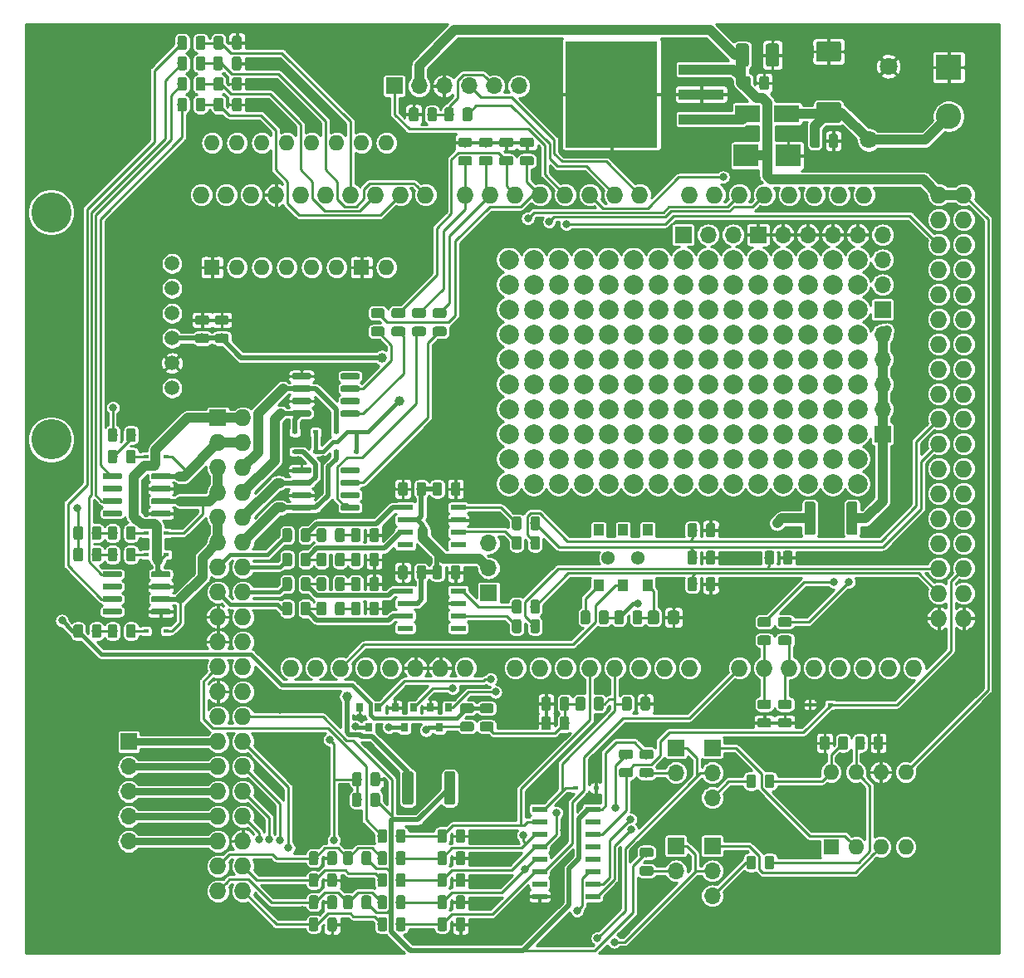
<source format=gtl>
G04 #@! TF.GenerationSoftware,KiCad,Pcbnew,(5.1.4-0-10_14)*
G04 #@! TF.CreationDate,2020-04-01T12:18:43+11:00*
G04 #@! TF.ProjectId,v0.4.4b,76302e34-2e34-4622-9e6b-696361645f70,rev?*
G04 #@! TF.SameCoordinates,Original*
G04 #@! TF.FileFunction,Copper,L1,Top*
G04 #@! TF.FilePolarity,Positive*
%FSLAX46Y46*%
G04 Gerber Fmt 4.6, Leading zero omitted, Abs format (unit mm)*
G04 Created by KiCad (PCBNEW (5.1.4-0-10_14)) date 2020-04-01 12:18:43*
%MOMM*%
%LPD*%
G04 APERTURE LIST*
%ADD10C,2.000000*%
%ADD11O,1.700000X1.700000*%
%ADD12R,1.700000X1.700000*%
%ADD13C,0.100000*%
%ADD14C,0.975000*%
%ADD15C,0.600000*%
%ADD16R,2.500000X2.300000*%
%ADD17C,1.500000*%
%ADD18C,4.100000*%
%ADD19C,1.800000*%
%ADD20C,2.075000*%
%ADD21C,1.325000*%
%ADD22R,0.600000X0.450000*%
%ADD23R,1.500000X0.600000*%
%ADD24O,1.727200X1.727200*%
%ADD25C,1.150000*%
%ADD26R,1.550000X0.600000*%
%ADD27R,1.727200X1.727200*%
%ADD28R,2.500000X1.800000*%
%ADD29R,1.000000X1.150000*%
%ADD30C,1.381000*%
%ADD31R,4.600000X1.100000*%
%ADD32R,9.400000X10.800000*%
%ADD33R,1.600000X1.600000*%
%ADD34O,1.600000X1.600000*%
%ADD35C,2.600000*%
%ADD36R,2.600000X2.600000*%
%ADD37R,0.800000X0.900000*%
%ADD38C,1.125000*%
%ADD39C,0.800000*%
%ADD40C,1.000000*%
%ADD41C,0.250000*%
%ADD42C,1.000000*%
%ADD43C,0.500000*%
%ADD44C,0.400000*%
%ADD45C,0.750000*%
G04 APERTURE END LIST*
D10*
X195715000Y-86480000D03*
X193175000Y-86480000D03*
X190635000Y-86480000D03*
X188095000Y-86480000D03*
X185555000Y-86480000D03*
X183015000Y-86480000D03*
X180475000Y-86480000D03*
X177935000Y-86480000D03*
X175395000Y-86480000D03*
X172855000Y-86480000D03*
X170315000Y-86480000D03*
X167775000Y-86480000D03*
X165235000Y-86480000D03*
X162695000Y-86480000D03*
X160155000Y-86480000D03*
X195715000Y-83940000D03*
X193175000Y-83940000D03*
X190635000Y-83940000D03*
X188095000Y-83940000D03*
X185555000Y-83940000D03*
X183015000Y-83940000D03*
X180475000Y-83940000D03*
X177935000Y-83940000D03*
X175395000Y-83940000D03*
X172855000Y-83940000D03*
X170315000Y-83940000D03*
X167775000Y-83940000D03*
X165235000Y-83940000D03*
X162695000Y-83940000D03*
X160155000Y-83940000D03*
X195715000Y-81400000D03*
X193175000Y-81400000D03*
X190635000Y-81400000D03*
X188095000Y-81400000D03*
X185555000Y-81400000D03*
X183015000Y-81400000D03*
X180475000Y-81400000D03*
X177935000Y-81400000D03*
X175395000Y-81400000D03*
X172855000Y-81400000D03*
X170315000Y-81400000D03*
X167775000Y-81400000D03*
X165235000Y-81400000D03*
X162695000Y-81400000D03*
X160155000Y-81400000D03*
X195715000Y-78860000D03*
X193175000Y-78860000D03*
X190635000Y-78860000D03*
X188095000Y-78860000D03*
X185555000Y-78860000D03*
X183015000Y-78860000D03*
X180475000Y-78860000D03*
X177935000Y-78860000D03*
X175395000Y-78860000D03*
X172855000Y-78860000D03*
X170315000Y-78860000D03*
X167775000Y-78860000D03*
X165235000Y-78860000D03*
X162695000Y-78860000D03*
X160155000Y-78860000D03*
X195715000Y-76320000D03*
X193175000Y-76320000D03*
X190635000Y-76320000D03*
X188095000Y-76320000D03*
X185555000Y-76320000D03*
X183015000Y-76320000D03*
X180475000Y-76320000D03*
X177935000Y-76320000D03*
X175395000Y-76320000D03*
X172855000Y-76320000D03*
X170315000Y-76320000D03*
X167775000Y-76320000D03*
X165235000Y-76320000D03*
X162695000Y-76320000D03*
X160155000Y-76320000D03*
X195715000Y-73780000D03*
X193175000Y-73780000D03*
X190635000Y-73780000D03*
X188095000Y-73780000D03*
X185555000Y-73780000D03*
X183015000Y-73780000D03*
X180475000Y-73780000D03*
X177935000Y-73780000D03*
X175395000Y-73780000D03*
X172855000Y-73780000D03*
X170315000Y-73780000D03*
X167775000Y-73780000D03*
X165235000Y-73780000D03*
X162695000Y-73780000D03*
X160155000Y-73780000D03*
X195715000Y-71240000D03*
X193175000Y-71240000D03*
X190635000Y-71240000D03*
X188095000Y-71240000D03*
X185555000Y-71240000D03*
X183015000Y-71240000D03*
X180475000Y-71240000D03*
X177935000Y-71240000D03*
X175395000Y-71240000D03*
X172855000Y-71240000D03*
X170315000Y-71240000D03*
X167775000Y-71240000D03*
X165235000Y-71240000D03*
X162695000Y-71240000D03*
X160155000Y-71240000D03*
X195715000Y-68700000D03*
X193175000Y-68700000D03*
X190635000Y-68700000D03*
X188095000Y-68700000D03*
X185555000Y-68700000D03*
X183015000Y-68700000D03*
X180475000Y-68700000D03*
X177935000Y-68700000D03*
X175395000Y-68700000D03*
X172855000Y-68700000D03*
X170315000Y-68700000D03*
X167775000Y-68700000D03*
X165235000Y-68700000D03*
X162695000Y-68700000D03*
X160155000Y-68700000D03*
X195715000Y-66160000D03*
X193175000Y-66160000D03*
X190635000Y-66160000D03*
X188095000Y-66160000D03*
X185555000Y-66160000D03*
X183015000Y-66160000D03*
X180475000Y-66160000D03*
X177935000Y-66160000D03*
X175395000Y-66160000D03*
X172855000Y-66160000D03*
X170315000Y-66160000D03*
X167775000Y-66160000D03*
X165235000Y-66160000D03*
X162695000Y-66160000D03*
X160155000Y-66160000D03*
X195715000Y-63620000D03*
X193175000Y-63620000D03*
X190635000Y-63620000D03*
X188095000Y-63620000D03*
X185555000Y-63620000D03*
X183015000Y-63620000D03*
X180475000Y-63620000D03*
X177935000Y-63620000D03*
X175395000Y-63620000D03*
X172855000Y-63620000D03*
X170315000Y-63620000D03*
X167775000Y-63620000D03*
X165235000Y-63620000D03*
X162695000Y-63620000D03*
X160155000Y-63620000D03*
D11*
X183015000Y-61080000D03*
X180475000Y-61080000D03*
D12*
X177935000Y-61080000D03*
D11*
X121412000Y-122936000D03*
X121412000Y-120396000D03*
X121412000Y-117856000D03*
X121412000Y-115316000D03*
D12*
X121412000Y-112776000D03*
D11*
X161180000Y-45900000D03*
X158640000Y-45900000D03*
X156100000Y-45900000D03*
X153560000Y-45900000D03*
X151020000Y-45900000D03*
D12*
X148480000Y-45900000D03*
D13*
G36*
X179130142Y-96001174D02*
G01*
X179153803Y-96004684D01*
X179177007Y-96010496D01*
X179199529Y-96018554D01*
X179221153Y-96028782D01*
X179241670Y-96041079D01*
X179260883Y-96055329D01*
X179278607Y-96071393D01*
X179294671Y-96089117D01*
X179308921Y-96108330D01*
X179321218Y-96128847D01*
X179331446Y-96150471D01*
X179339504Y-96172993D01*
X179345316Y-96196197D01*
X179348826Y-96219858D01*
X179350000Y-96243750D01*
X179350000Y-97156250D01*
X179348826Y-97180142D01*
X179345316Y-97203803D01*
X179339504Y-97227007D01*
X179331446Y-97249529D01*
X179321218Y-97271153D01*
X179308921Y-97291670D01*
X179294671Y-97310883D01*
X179278607Y-97328607D01*
X179260883Y-97344671D01*
X179241670Y-97358921D01*
X179221153Y-97371218D01*
X179199529Y-97381446D01*
X179177007Y-97389504D01*
X179153803Y-97395316D01*
X179130142Y-97398826D01*
X179106250Y-97400000D01*
X178618750Y-97400000D01*
X178594858Y-97398826D01*
X178571197Y-97395316D01*
X178547993Y-97389504D01*
X178525471Y-97381446D01*
X178503847Y-97371218D01*
X178483330Y-97358921D01*
X178464117Y-97344671D01*
X178446393Y-97328607D01*
X178430329Y-97310883D01*
X178416079Y-97291670D01*
X178403782Y-97271153D01*
X178393554Y-97249529D01*
X178385496Y-97227007D01*
X178379684Y-97203803D01*
X178376174Y-97180142D01*
X178375000Y-97156250D01*
X178375000Y-96243750D01*
X178376174Y-96219858D01*
X178379684Y-96196197D01*
X178385496Y-96172993D01*
X178393554Y-96150471D01*
X178403782Y-96128847D01*
X178416079Y-96108330D01*
X178430329Y-96089117D01*
X178446393Y-96071393D01*
X178464117Y-96055329D01*
X178483330Y-96041079D01*
X178503847Y-96028782D01*
X178525471Y-96018554D01*
X178547993Y-96010496D01*
X178571197Y-96004684D01*
X178594858Y-96001174D01*
X178618750Y-96000000D01*
X179106250Y-96000000D01*
X179130142Y-96001174D01*
X179130142Y-96001174D01*
G37*
D14*
X178862500Y-96700000D03*
D13*
G36*
X181005142Y-96001174D02*
G01*
X181028803Y-96004684D01*
X181052007Y-96010496D01*
X181074529Y-96018554D01*
X181096153Y-96028782D01*
X181116670Y-96041079D01*
X181135883Y-96055329D01*
X181153607Y-96071393D01*
X181169671Y-96089117D01*
X181183921Y-96108330D01*
X181196218Y-96128847D01*
X181206446Y-96150471D01*
X181214504Y-96172993D01*
X181220316Y-96196197D01*
X181223826Y-96219858D01*
X181225000Y-96243750D01*
X181225000Y-97156250D01*
X181223826Y-97180142D01*
X181220316Y-97203803D01*
X181214504Y-97227007D01*
X181206446Y-97249529D01*
X181196218Y-97271153D01*
X181183921Y-97291670D01*
X181169671Y-97310883D01*
X181153607Y-97328607D01*
X181135883Y-97344671D01*
X181116670Y-97358921D01*
X181096153Y-97371218D01*
X181074529Y-97381446D01*
X181052007Y-97389504D01*
X181028803Y-97395316D01*
X181005142Y-97398826D01*
X180981250Y-97400000D01*
X180493750Y-97400000D01*
X180469858Y-97398826D01*
X180446197Y-97395316D01*
X180422993Y-97389504D01*
X180400471Y-97381446D01*
X180378847Y-97371218D01*
X180358330Y-97358921D01*
X180339117Y-97344671D01*
X180321393Y-97328607D01*
X180305329Y-97310883D01*
X180291079Y-97291670D01*
X180278782Y-97271153D01*
X180268554Y-97249529D01*
X180260496Y-97227007D01*
X180254684Y-97203803D01*
X180251174Y-97180142D01*
X180250000Y-97156250D01*
X180250000Y-96243750D01*
X180251174Y-96219858D01*
X180254684Y-96196197D01*
X180260496Y-96172993D01*
X180268554Y-96150471D01*
X180278782Y-96128847D01*
X180291079Y-96108330D01*
X180305329Y-96089117D01*
X180321393Y-96071393D01*
X180339117Y-96055329D01*
X180358330Y-96041079D01*
X180378847Y-96028782D01*
X180400471Y-96018554D01*
X180422993Y-96010496D01*
X180446197Y-96004684D01*
X180469858Y-96001174D01*
X180493750Y-96000000D01*
X180981250Y-96000000D01*
X181005142Y-96001174D01*
X181005142Y-96001174D01*
G37*
D14*
X180737500Y-96700000D03*
D13*
G36*
X179130142Y-90501174D02*
G01*
X179153803Y-90504684D01*
X179177007Y-90510496D01*
X179199529Y-90518554D01*
X179221153Y-90528782D01*
X179241670Y-90541079D01*
X179260883Y-90555329D01*
X179278607Y-90571393D01*
X179294671Y-90589117D01*
X179308921Y-90608330D01*
X179321218Y-90628847D01*
X179331446Y-90650471D01*
X179339504Y-90672993D01*
X179345316Y-90696197D01*
X179348826Y-90719858D01*
X179350000Y-90743750D01*
X179350000Y-91656250D01*
X179348826Y-91680142D01*
X179345316Y-91703803D01*
X179339504Y-91727007D01*
X179331446Y-91749529D01*
X179321218Y-91771153D01*
X179308921Y-91791670D01*
X179294671Y-91810883D01*
X179278607Y-91828607D01*
X179260883Y-91844671D01*
X179241670Y-91858921D01*
X179221153Y-91871218D01*
X179199529Y-91881446D01*
X179177007Y-91889504D01*
X179153803Y-91895316D01*
X179130142Y-91898826D01*
X179106250Y-91900000D01*
X178618750Y-91900000D01*
X178594858Y-91898826D01*
X178571197Y-91895316D01*
X178547993Y-91889504D01*
X178525471Y-91881446D01*
X178503847Y-91871218D01*
X178483330Y-91858921D01*
X178464117Y-91844671D01*
X178446393Y-91828607D01*
X178430329Y-91810883D01*
X178416079Y-91791670D01*
X178403782Y-91771153D01*
X178393554Y-91749529D01*
X178385496Y-91727007D01*
X178379684Y-91703803D01*
X178376174Y-91680142D01*
X178375000Y-91656250D01*
X178375000Y-90743750D01*
X178376174Y-90719858D01*
X178379684Y-90696197D01*
X178385496Y-90672993D01*
X178393554Y-90650471D01*
X178403782Y-90628847D01*
X178416079Y-90608330D01*
X178430329Y-90589117D01*
X178446393Y-90571393D01*
X178464117Y-90555329D01*
X178483330Y-90541079D01*
X178503847Y-90528782D01*
X178525471Y-90518554D01*
X178547993Y-90510496D01*
X178571197Y-90504684D01*
X178594858Y-90501174D01*
X178618750Y-90500000D01*
X179106250Y-90500000D01*
X179130142Y-90501174D01*
X179130142Y-90501174D01*
G37*
D14*
X178862500Y-91200000D03*
D13*
G36*
X181005142Y-90501174D02*
G01*
X181028803Y-90504684D01*
X181052007Y-90510496D01*
X181074529Y-90518554D01*
X181096153Y-90528782D01*
X181116670Y-90541079D01*
X181135883Y-90555329D01*
X181153607Y-90571393D01*
X181169671Y-90589117D01*
X181183921Y-90608330D01*
X181196218Y-90628847D01*
X181206446Y-90650471D01*
X181214504Y-90672993D01*
X181220316Y-90696197D01*
X181223826Y-90719858D01*
X181225000Y-90743750D01*
X181225000Y-91656250D01*
X181223826Y-91680142D01*
X181220316Y-91703803D01*
X181214504Y-91727007D01*
X181206446Y-91749529D01*
X181196218Y-91771153D01*
X181183921Y-91791670D01*
X181169671Y-91810883D01*
X181153607Y-91828607D01*
X181135883Y-91844671D01*
X181116670Y-91858921D01*
X181096153Y-91871218D01*
X181074529Y-91881446D01*
X181052007Y-91889504D01*
X181028803Y-91895316D01*
X181005142Y-91898826D01*
X180981250Y-91900000D01*
X180493750Y-91900000D01*
X180469858Y-91898826D01*
X180446197Y-91895316D01*
X180422993Y-91889504D01*
X180400471Y-91881446D01*
X180378847Y-91871218D01*
X180358330Y-91858921D01*
X180339117Y-91844671D01*
X180321393Y-91828607D01*
X180305329Y-91810883D01*
X180291079Y-91791670D01*
X180278782Y-91771153D01*
X180268554Y-91749529D01*
X180260496Y-91727007D01*
X180254684Y-91703803D01*
X180251174Y-91680142D01*
X180250000Y-91656250D01*
X180250000Y-90743750D01*
X180251174Y-90719858D01*
X180254684Y-90696197D01*
X180260496Y-90672993D01*
X180268554Y-90650471D01*
X180278782Y-90628847D01*
X180291079Y-90608330D01*
X180305329Y-90589117D01*
X180321393Y-90571393D01*
X180339117Y-90555329D01*
X180358330Y-90541079D01*
X180378847Y-90528782D01*
X180400471Y-90518554D01*
X180422993Y-90510496D01*
X180446197Y-90504684D01*
X180469858Y-90501174D01*
X180493750Y-90500000D01*
X180981250Y-90500000D01*
X181005142Y-90501174D01*
X181005142Y-90501174D01*
G37*
D14*
X180737500Y-91200000D03*
D13*
G36*
X139864703Y-79005722D02*
G01*
X139879264Y-79007882D01*
X139893543Y-79011459D01*
X139907403Y-79016418D01*
X139920710Y-79022712D01*
X139933336Y-79030280D01*
X139945159Y-79039048D01*
X139956066Y-79048934D01*
X139965952Y-79059841D01*
X139974720Y-79071664D01*
X139982288Y-79084290D01*
X139988582Y-79097597D01*
X139993541Y-79111457D01*
X139997118Y-79125736D01*
X139999278Y-79140297D01*
X140000000Y-79155000D01*
X140000000Y-79455000D01*
X139999278Y-79469703D01*
X139997118Y-79484264D01*
X139993541Y-79498543D01*
X139988582Y-79512403D01*
X139982288Y-79525710D01*
X139974720Y-79538336D01*
X139965952Y-79550159D01*
X139956066Y-79561066D01*
X139945159Y-79570952D01*
X139933336Y-79579720D01*
X139920710Y-79587288D01*
X139907403Y-79593582D01*
X139893543Y-79598541D01*
X139879264Y-79602118D01*
X139864703Y-79604278D01*
X139850000Y-79605000D01*
X138200000Y-79605000D01*
X138185297Y-79604278D01*
X138170736Y-79602118D01*
X138156457Y-79598541D01*
X138142597Y-79593582D01*
X138129290Y-79587288D01*
X138116664Y-79579720D01*
X138104841Y-79570952D01*
X138093934Y-79561066D01*
X138084048Y-79550159D01*
X138075280Y-79538336D01*
X138067712Y-79525710D01*
X138061418Y-79512403D01*
X138056459Y-79498543D01*
X138052882Y-79484264D01*
X138050722Y-79469703D01*
X138050000Y-79455000D01*
X138050000Y-79155000D01*
X138050722Y-79140297D01*
X138052882Y-79125736D01*
X138056459Y-79111457D01*
X138061418Y-79097597D01*
X138067712Y-79084290D01*
X138075280Y-79071664D01*
X138084048Y-79059841D01*
X138093934Y-79048934D01*
X138104841Y-79039048D01*
X138116664Y-79030280D01*
X138129290Y-79022712D01*
X138142597Y-79016418D01*
X138156457Y-79011459D01*
X138170736Y-79007882D01*
X138185297Y-79005722D01*
X138200000Y-79005000D01*
X139850000Y-79005000D01*
X139864703Y-79005722D01*
X139864703Y-79005722D01*
G37*
D15*
X139025000Y-79305000D03*
D13*
G36*
X139864703Y-77735722D02*
G01*
X139879264Y-77737882D01*
X139893543Y-77741459D01*
X139907403Y-77746418D01*
X139920710Y-77752712D01*
X139933336Y-77760280D01*
X139945159Y-77769048D01*
X139956066Y-77778934D01*
X139965952Y-77789841D01*
X139974720Y-77801664D01*
X139982288Y-77814290D01*
X139988582Y-77827597D01*
X139993541Y-77841457D01*
X139997118Y-77855736D01*
X139999278Y-77870297D01*
X140000000Y-77885000D01*
X140000000Y-78185000D01*
X139999278Y-78199703D01*
X139997118Y-78214264D01*
X139993541Y-78228543D01*
X139988582Y-78242403D01*
X139982288Y-78255710D01*
X139974720Y-78268336D01*
X139965952Y-78280159D01*
X139956066Y-78291066D01*
X139945159Y-78300952D01*
X139933336Y-78309720D01*
X139920710Y-78317288D01*
X139907403Y-78323582D01*
X139893543Y-78328541D01*
X139879264Y-78332118D01*
X139864703Y-78334278D01*
X139850000Y-78335000D01*
X138200000Y-78335000D01*
X138185297Y-78334278D01*
X138170736Y-78332118D01*
X138156457Y-78328541D01*
X138142597Y-78323582D01*
X138129290Y-78317288D01*
X138116664Y-78309720D01*
X138104841Y-78300952D01*
X138093934Y-78291066D01*
X138084048Y-78280159D01*
X138075280Y-78268336D01*
X138067712Y-78255710D01*
X138061418Y-78242403D01*
X138056459Y-78228543D01*
X138052882Y-78214264D01*
X138050722Y-78199703D01*
X138050000Y-78185000D01*
X138050000Y-77885000D01*
X138050722Y-77870297D01*
X138052882Y-77855736D01*
X138056459Y-77841457D01*
X138061418Y-77827597D01*
X138067712Y-77814290D01*
X138075280Y-77801664D01*
X138084048Y-77789841D01*
X138093934Y-77778934D01*
X138104841Y-77769048D01*
X138116664Y-77760280D01*
X138129290Y-77752712D01*
X138142597Y-77746418D01*
X138156457Y-77741459D01*
X138170736Y-77737882D01*
X138185297Y-77735722D01*
X138200000Y-77735000D01*
X139850000Y-77735000D01*
X139864703Y-77735722D01*
X139864703Y-77735722D01*
G37*
D15*
X139025000Y-78035000D03*
D13*
G36*
X139864703Y-76465722D02*
G01*
X139879264Y-76467882D01*
X139893543Y-76471459D01*
X139907403Y-76476418D01*
X139920710Y-76482712D01*
X139933336Y-76490280D01*
X139945159Y-76499048D01*
X139956066Y-76508934D01*
X139965952Y-76519841D01*
X139974720Y-76531664D01*
X139982288Y-76544290D01*
X139988582Y-76557597D01*
X139993541Y-76571457D01*
X139997118Y-76585736D01*
X139999278Y-76600297D01*
X140000000Y-76615000D01*
X140000000Y-76915000D01*
X139999278Y-76929703D01*
X139997118Y-76944264D01*
X139993541Y-76958543D01*
X139988582Y-76972403D01*
X139982288Y-76985710D01*
X139974720Y-76998336D01*
X139965952Y-77010159D01*
X139956066Y-77021066D01*
X139945159Y-77030952D01*
X139933336Y-77039720D01*
X139920710Y-77047288D01*
X139907403Y-77053582D01*
X139893543Y-77058541D01*
X139879264Y-77062118D01*
X139864703Y-77064278D01*
X139850000Y-77065000D01*
X138200000Y-77065000D01*
X138185297Y-77064278D01*
X138170736Y-77062118D01*
X138156457Y-77058541D01*
X138142597Y-77053582D01*
X138129290Y-77047288D01*
X138116664Y-77039720D01*
X138104841Y-77030952D01*
X138093934Y-77021066D01*
X138084048Y-77010159D01*
X138075280Y-76998336D01*
X138067712Y-76985710D01*
X138061418Y-76972403D01*
X138056459Y-76958543D01*
X138052882Y-76944264D01*
X138050722Y-76929703D01*
X138050000Y-76915000D01*
X138050000Y-76615000D01*
X138050722Y-76600297D01*
X138052882Y-76585736D01*
X138056459Y-76571457D01*
X138061418Y-76557597D01*
X138067712Y-76544290D01*
X138075280Y-76531664D01*
X138084048Y-76519841D01*
X138093934Y-76508934D01*
X138104841Y-76499048D01*
X138116664Y-76490280D01*
X138129290Y-76482712D01*
X138142597Y-76476418D01*
X138156457Y-76471459D01*
X138170736Y-76467882D01*
X138185297Y-76465722D01*
X138200000Y-76465000D01*
X139850000Y-76465000D01*
X139864703Y-76465722D01*
X139864703Y-76465722D01*
G37*
D15*
X139025000Y-76765000D03*
D13*
G36*
X139864703Y-75195722D02*
G01*
X139879264Y-75197882D01*
X139893543Y-75201459D01*
X139907403Y-75206418D01*
X139920710Y-75212712D01*
X139933336Y-75220280D01*
X139945159Y-75229048D01*
X139956066Y-75238934D01*
X139965952Y-75249841D01*
X139974720Y-75261664D01*
X139982288Y-75274290D01*
X139988582Y-75287597D01*
X139993541Y-75301457D01*
X139997118Y-75315736D01*
X139999278Y-75330297D01*
X140000000Y-75345000D01*
X140000000Y-75645000D01*
X139999278Y-75659703D01*
X139997118Y-75674264D01*
X139993541Y-75688543D01*
X139988582Y-75702403D01*
X139982288Y-75715710D01*
X139974720Y-75728336D01*
X139965952Y-75740159D01*
X139956066Y-75751066D01*
X139945159Y-75760952D01*
X139933336Y-75769720D01*
X139920710Y-75777288D01*
X139907403Y-75783582D01*
X139893543Y-75788541D01*
X139879264Y-75792118D01*
X139864703Y-75794278D01*
X139850000Y-75795000D01*
X138200000Y-75795000D01*
X138185297Y-75794278D01*
X138170736Y-75792118D01*
X138156457Y-75788541D01*
X138142597Y-75783582D01*
X138129290Y-75777288D01*
X138116664Y-75769720D01*
X138104841Y-75760952D01*
X138093934Y-75751066D01*
X138084048Y-75740159D01*
X138075280Y-75728336D01*
X138067712Y-75715710D01*
X138061418Y-75702403D01*
X138056459Y-75688543D01*
X138052882Y-75674264D01*
X138050722Y-75659703D01*
X138050000Y-75645000D01*
X138050000Y-75345000D01*
X138050722Y-75330297D01*
X138052882Y-75315736D01*
X138056459Y-75301457D01*
X138061418Y-75287597D01*
X138067712Y-75274290D01*
X138075280Y-75261664D01*
X138084048Y-75249841D01*
X138093934Y-75238934D01*
X138104841Y-75229048D01*
X138116664Y-75220280D01*
X138129290Y-75212712D01*
X138142597Y-75206418D01*
X138156457Y-75201459D01*
X138170736Y-75197882D01*
X138185297Y-75195722D01*
X138200000Y-75195000D01*
X139850000Y-75195000D01*
X139864703Y-75195722D01*
X139864703Y-75195722D01*
G37*
D15*
X139025000Y-75495000D03*
D13*
G36*
X144814703Y-75195722D02*
G01*
X144829264Y-75197882D01*
X144843543Y-75201459D01*
X144857403Y-75206418D01*
X144870710Y-75212712D01*
X144883336Y-75220280D01*
X144895159Y-75229048D01*
X144906066Y-75238934D01*
X144915952Y-75249841D01*
X144924720Y-75261664D01*
X144932288Y-75274290D01*
X144938582Y-75287597D01*
X144943541Y-75301457D01*
X144947118Y-75315736D01*
X144949278Y-75330297D01*
X144950000Y-75345000D01*
X144950000Y-75645000D01*
X144949278Y-75659703D01*
X144947118Y-75674264D01*
X144943541Y-75688543D01*
X144938582Y-75702403D01*
X144932288Y-75715710D01*
X144924720Y-75728336D01*
X144915952Y-75740159D01*
X144906066Y-75751066D01*
X144895159Y-75760952D01*
X144883336Y-75769720D01*
X144870710Y-75777288D01*
X144857403Y-75783582D01*
X144843543Y-75788541D01*
X144829264Y-75792118D01*
X144814703Y-75794278D01*
X144800000Y-75795000D01*
X143150000Y-75795000D01*
X143135297Y-75794278D01*
X143120736Y-75792118D01*
X143106457Y-75788541D01*
X143092597Y-75783582D01*
X143079290Y-75777288D01*
X143066664Y-75769720D01*
X143054841Y-75760952D01*
X143043934Y-75751066D01*
X143034048Y-75740159D01*
X143025280Y-75728336D01*
X143017712Y-75715710D01*
X143011418Y-75702403D01*
X143006459Y-75688543D01*
X143002882Y-75674264D01*
X143000722Y-75659703D01*
X143000000Y-75645000D01*
X143000000Y-75345000D01*
X143000722Y-75330297D01*
X143002882Y-75315736D01*
X143006459Y-75301457D01*
X143011418Y-75287597D01*
X143017712Y-75274290D01*
X143025280Y-75261664D01*
X143034048Y-75249841D01*
X143043934Y-75238934D01*
X143054841Y-75229048D01*
X143066664Y-75220280D01*
X143079290Y-75212712D01*
X143092597Y-75206418D01*
X143106457Y-75201459D01*
X143120736Y-75197882D01*
X143135297Y-75195722D01*
X143150000Y-75195000D01*
X144800000Y-75195000D01*
X144814703Y-75195722D01*
X144814703Y-75195722D01*
G37*
D15*
X143975000Y-75495000D03*
D13*
G36*
X144814703Y-76465722D02*
G01*
X144829264Y-76467882D01*
X144843543Y-76471459D01*
X144857403Y-76476418D01*
X144870710Y-76482712D01*
X144883336Y-76490280D01*
X144895159Y-76499048D01*
X144906066Y-76508934D01*
X144915952Y-76519841D01*
X144924720Y-76531664D01*
X144932288Y-76544290D01*
X144938582Y-76557597D01*
X144943541Y-76571457D01*
X144947118Y-76585736D01*
X144949278Y-76600297D01*
X144950000Y-76615000D01*
X144950000Y-76915000D01*
X144949278Y-76929703D01*
X144947118Y-76944264D01*
X144943541Y-76958543D01*
X144938582Y-76972403D01*
X144932288Y-76985710D01*
X144924720Y-76998336D01*
X144915952Y-77010159D01*
X144906066Y-77021066D01*
X144895159Y-77030952D01*
X144883336Y-77039720D01*
X144870710Y-77047288D01*
X144857403Y-77053582D01*
X144843543Y-77058541D01*
X144829264Y-77062118D01*
X144814703Y-77064278D01*
X144800000Y-77065000D01*
X143150000Y-77065000D01*
X143135297Y-77064278D01*
X143120736Y-77062118D01*
X143106457Y-77058541D01*
X143092597Y-77053582D01*
X143079290Y-77047288D01*
X143066664Y-77039720D01*
X143054841Y-77030952D01*
X143043934Y-77021066D01*
X143034048Y-77010159D01*
X143025280Y-76998336D01*
X143017712Y-76985710D01*
X143011418Y-76972403D01*
X143006459Y-76958543D01*
X143002882Y-76944264D01*
X143000722Y-76929703D01*
X143000000Y-76915000D01*
X143000000Y-76615000D01*
X143000722Y-76600297D01*
X143002882Y-76585736D01*
X143006459Y-76571457D01*
X143011418Y-76557597D01*
X143017712Y-76544290D01*
X143025280Y-76531664D01*
X143034048Y-76519841D01*
X143043934Y-76508934D01*
X143054841Y-76499048D01*
X143066664Y-76490280D01*
X143079290Y-76482712D01*
X143092597Y-76476418D01*
X143106457Y-76471459D01*
X143120736Y-76467882D01*
X143135297Y-76465722D01*
X143150000Y-76465000D01*
X144800000Y-76465000D01*
X144814703Y-76465722D01*
X144814703Y-76465722D01*
G37*
D15*
X143975000Y-76765000D03*
D13*
G36*
X144814703Y-77735722D02*
G01*
X144829264Y-77737882D01*
X144843543Y-77741459D01*
X144857403Y-77746418D01*
X144870710Y-77752712D01*
X144883336Y-77760280D01*
X144895159Y-77769048D01*
X144906066Y-77778934D01*
X144915952Y-77789841D01*
X144924720Y-77801664D01*
X144932288Y-77814290D01*
X144938582Y-77827597D01*
X144943541Y-77841457D01*
X144947118Y-77855736D01*
X144949278Y-77870297D01*
X144950000Y-77885000D01*
X144950000Y-78185000D01*
X144949278Y-78199703D01*
X144947118Y-78214264D01*
X144943541Y-78228543D01*
X144938582Y-78242403D01*
X144932288Y-78255710D01*
X144924720Y-78268336D01*
X144915952Y-78280159D01*
X144906066Y-78291066D01*
X144895159Y-78300952D01*
X144883336Y-78309720D01*
X144870710Y-78317288D01*
X144857403Y-78323582D01*
X144843543Y-78328541D01*
X144829264Y-78332118D01*
X144814703Y-78334278D01*
X144800000Y-78335000D01*
X143150000Y-78335000D01*
X143135297Y-78334278D01*
X143120736Y-78332118D01*
X143106457Y-78328541D01*
X143092597Y-78323582D01*
X143079290Y-78317288D01*
X143066664Y-78309720D01*
X143054841Y-78300952D01*
X143043934Y-78291066D01*
X143034048Y-78280159D01*
X143025280Y-78268336D01*
X143017712Y-78255710D01*
X143011418Y-78242403D01*
X143006459Y-78228543D01*
X143002882Y-78214264D01*
X143000722Y-78199703D01*
X143000000Y-78185000D01*
X143000000Y-77885000D01*
X143000722Y-77870297D01*
X143002882Y-77855736D01*
X143006459Y-77841457D01*
X143011418Y-77827597D01*
X143017712Y-77814290D01*
X143025280Y-77801664D01*
X143034048Y-77789841D01*
X143043934Y-77778934D01*
X143054841Y-77769048D01*
X143066664Y-77760280D01*
X143079290Y-77752712D01*
X143092597Y-77746418D01*
X143106457Y-77741459D01*
X143120736Y-77737882D01*
X143135297Y-77735722D01*
X143150000Y-77735000D01*
X144800000Y-77735000D01*
X144814703Y-77735722D01*
X144814703Y-77735722D01*
G37*
D15*
X143975000Y-78035000D03*
D13*
G36*
X144814703Y-79005722D02*
G01*
X144829264Y-79007882D01*
X144843543Y-79011459D01*
X144857403Y-79016418D01*
X144870710Y-79022712D01*
X144883336Y-79030280D01*
X144895159Y-79039048D01*
X144906066Y-79048934D01*
X144915952Y-79059841D01*
X144924720Y-79071664D01*
X144932288Y-79084290D01*
X144938582Y-79097597D01*
X144943541Y-79111457D01*
X144947118Y-79125736D01*
X144949278Y-79140297D01*
X144950000Y-79155000D01*
X144950000Y-79455000D01*
X144949278Y-79469703D01*
X144947118Y-79484264D01*
X144943541Y-79498543D01*
X144938582Y-79512403D01*
X144932288Y-79525710D01*
X144924720Y-79538336D01*
X144915952Y-79550159D01*
X144906066Y-79561066D01*
X144895159Y-79570952D01*
X144883336Y-79579720D01*
X144870710Y-79587288D01*
X144857403Y-79593582D01*
X144843543Y-79598541D01*
X144829264Y-79602118D01*
X144814703Y-79604278D01*
X144800000Y-79605000D01*
X143150000Y-79605000D01*
X143135297Y-79604278D01*
X143120736Y-79602118D01*
X143106457Y-79598541D01*
X143092597Y-79593582D01*
X143079290Y-79587288D01*
X143066664Y-79579720D01*
X143054841Y-79570952D01*
X143043934Y-79561066D01*
X143034048Y-79550159D01*
X143025280Y-79538336D01*
X143017712Y-79525710D01*
X143011418Y-79512403D01*
X143006459Y-79498543D01*
X143002882Y-79484264D01*
X143000722Y-79469703D01*
X143000000Y-79455000D01*
X143000000Y-79155000D01*
X143000722Y-79140297D01*
X143002882Y-79125736D01*
X143006459Y-79111457D01*
X143011418Y-79097597D01*
X143017712Y-79084290D01*
X143025280Y-79071664D01*
X143034048Y-79059841D01*
X143043934Y-79048934D01*
X143054841Y-79039048D01*
X143066664Y-79030280D01*
X143079290Y-79022712D01*
X143092597Y-79016418D01*
X143106457Y-79011459D01*
X143120736Y-79007882D01*
X143135297Y-79005722D01*
X143150000Y-79005000D01*
X144800000Y-79005000D01*
X144814703Y-79005722D01*
X144814703Y-79005722D01*
G37*
D15*
X143975000Y-79305000D03*
D13*
G36*
X139864703Y-88605722D02*
G01*
X139879264Y-88607882D01*
X139893543Y-88611459D01*
X139907403Y-88616418D01*
X139920710Y-88622712D01*
X139933336Y-88630280D01*
X139945159Y-88639048D01*
X139956066Y-88648934D01*
X139965952Y-88659841D01*
X139974720Y-88671664D01*
X139982288Y-88684290D01*
X139988582Y-88697597D01*
X139993541Y-88711457D01*
X139997118Y-88725736D01*
X139999278Y-88740297D01*
X140000000Y-88755000D01*
X140000000Y-89055000D01*
X139999278Y-89069703D01*
X139997118Y-89084264D01*
X139993541Y-89098543D01*
X139988582Y-89112403D01*
X139982288Y-89125710D01*
X139974720Y-89138336D01*
X139965952Y-89150159D01*
X139956066Y-89161066D01*
X139945159Y-89170952D01*
X139933336Y-89179720D01*
X139920710Y-89187288D01*
X139907403Y-89193582D01*
X139893543Y-89198541D01*
X139879264Y-89202118D01*
X139864703Y-89204278D01*
X139850000Y-89205000D01*
X138200000Y-89205000D01*
X138185297Y-89204278D01*
X138170736Y-89202118D01*
X138156457Y-89198541D01*
X138142597Y-89193582D01*
X138129290Y-89187288D01*
X138116664Y-89179720D01*
X138104841Y-89170952D01*
X138093934Y-89161066D01*
X138084048Y-89150159D01*
X138075280Y-89138336D01*
X138067712Y-89125710D01*
X138061418Y-89112403D01*
X138056459Y-89098543D01*
X138052882Y-89084264D01*
X138050722Y-89069703D01*
X138050000Y-89055000D01*
X138050000Y-88755000D01*
X138050722Y-88740297D01*
X138052882Y-88725736D01*
X138056459Y-88711457D01*
X138061418Y-88697597D01*
X138067712Y-88684290D01*
X138075280Y-88671664D01*
X138084048Y-88659841D01*
X138093934Y-88648934D01*
X138104841Y-88639048D01*
X138116664Y-88630280D01*
X138129290Y-88622712D01*
X138142597Y-88616418D01*
X138156457Y-88611459D01*
X138170736Y-88607882D01*
X138185297Y-88605722D01*
X138200000Y-88605000D01*
X139850000Y-88605000D01*
X139864703Y-88605722D01*
X139864703Y-88605722D01*
G37*
D15*
X139025000Y-88905000D03*
D13*
G36*
X139864703Y-87335722D02*
G01*
X139879264Y-87337882D01*
X139893543Y-87341459D01*
X139907403Y-87346418D01*
X139920710Y-87352712D01*
X139933336Y-87360280D01*
X139945159Y-87369048D01*
X139956066Y-87378934D01*
X139965952Y-87389841D01*
X139974720Y-87401664D01*
X139982288Y-87414290D01*
X139988582Y-87427597D01*
X139993541Y-87441457D01*
X139997118Y-87455736D01*
X139999278Y-87470297D01*
X140000000Y-87485000D01*
X140000000Y-87785000D01*
X139999278Y-87799703D01*
X139997118Y-87814264D01*
X139993541Y-87828543D01*
X139988582Y-87842403D01*
X139982288Y-87855710D01*
X139974720Y-87868336D01*
X139965952Y-87880159D01*
X139956066Y-87891066D01*
X139945159Y-87900952D01*
X139933336Y-87909720D01*
X139920710Y-87917288D01*
X139907403Y-87923582D01*
X139893543Y-87928541D01*
X139879264Y-87932118D01*
X139864703Y-87934278D01*
X139850000Y-87935000D01*
X138200000Y-87935000D01*
X138185297Y-87934278D01*
X138170736Y-87932118D01*
X138156457Y-87928541D01*
X138142597Y-87923582D01*
X138129290Y-87917288D01*
X138116664Y-87909720D01*
X138104841Y-87900952D01*
X138093934Y-87891066D01*
X138084048Y-87880159D01*
X138075280Y-87868336D01*
X138067712Y-87855710D01*
X138061418Y-87842403D01*
X138056459Y-87828543D01*
X138052882Y-87814264D01*
X138050722Y-87799703D01*
X138050000Y-87785000D01*
X138050000Y-87485000D01*
X138050722Y-87470297D01*
X138052882Y-87455736D01*
X138056459Y-87441457D01*
X138061418Y-87427597D01*
X138067712Y-87414290D01*
X138075280Y-87401664D01*
X138084048Y-87389841D01*
X138093934Y-87378934D01*
X138104841Y-87369048D01*
X138116664Y-87360280D01*
X138129290Y-87352712D01*
X138142597Y-87346418D01*
X138156457Y-87341459D01*
X138170736Y-87337882D01*
X138185297Y-87335722D01*
X138200000Y-87335000D01*
X139850000Y-87335000D01*
X139864703Y-87335722D01*
X139864703Y-87335722D01*
G37*
D15*
X139025000Y-87635000D03*
D13*
G36*
X139864703Y-86065722D02*
G01*
X139879264Y-86067882D01*
X139893543Y-86071459D01*
X139907403Y-86076418D01*
X139920710Y-86082712D01*
X139933336Y-86090280D01*
X139945159Y-86099048D01*
X139956066Y-86108934D01*
X139965952Y-86119841D01*
X139974720Y-86131664D01*
X139982288Y-86144290D01*
X139988582Y-86157597D01*
X139993541Y-86171457D01*
X139997118Y-86185736D01*
X139999278Y-86200297D01*
X140000000Y-86215000D01*
X140000000Y-86515000D01*
X139999278Y-86529703D01*
X139997118Y-86544264D01*
X139993541Y-86558543D01*
X139988582Y-86572403D01*
X139982288Y-86585710D01*
X139974720Y-86598336D01*
X139965952Y-86610159D01*
X139956066Y-86621066D01*
X139945159Y-86630952D01*
X139933336Y-86639720D01*
X139920710Y-86647288D01*
X139907403Y-86653582D01*
X139893543Y-86658541D01*
X139879264Y-86662118D01*
X139864703Y-86664278D01*
X139850000Y-86665000D01*
X138200000Y-86665000D01*
X138185297Y-86664278D01*
X138170736Y-86662118D01*
X138156457Y-86658541D01*
X138142597Y-86653582D01*
X138129290Y-86647288D01*
X138116664Y-86639720D01*
X138104841Y-86630952D01*
X138093934Y-86621066D01*
X138084048Y-86610159D01*
X138075280Y-86598336D01*
X138067712Y-86585710D01*
X138061418Y-86572403D01*
X138056459Y-86558543D01*
X138052882Y-86544264D01*
X138050722Y-86529703D01*
X138050000Y-86515000D01*
X138050000Y-86215000D01*
X138050722Y-86200297D01*
X138052882Y-86185736D01*
X138056459Y-86171457D01*
X138061418Y-86157597D01*
X138067712Y-86144290D01*
X138075280Y-86131664D01*
X138084048Y-86119841D01*
X138093934Y-86108934D01*
X138104841Y-86099048D01*
X138116664Y-86090280D01*
X138129290Y-86082712D01*
X138142597Y-86076418D01*
X138156457Y-86071459D01*
X138170736Y-86067882D01*
X138185297Y-86065722D01*
X138200000Y-86065000D01*
X139850000Y-86065000D01*
X139864703Y-86065722D01*
X139864703Y-86065722D01*
G37*
D15*
X139025000Y-86365000D03*
D13*
G36*
X139864703Y-84795722D02*
G01*
X139879264Y-84797882D01*
X139893543Y-84801459D01*
X139907403Y-84806418D01*
X139920710Y-84812712D01*
X139933336Y-84820280D01*
X139945159Y-84829048D01*
X139956066Y-84838934D01*
X139965952Y-84849841D01*
X139974720Y-84861664D01*
X139982288Y-84874290D01*
X139988582Y-84887597D01*
X139993541Y-84901457D01*
X139997118Y-84915736D01*
X139999278Y-84930297D01*
X140000000Y-84945000D01*
X140000000Y-85245000D01*
X139999278Y-85259703D01*
X139997118Y-85274264D01*
X139993541Y-85288543D01*
X139988582Y-85302403D01*
X139982288Y-85315710D01*
X139974720Y-85328336D01*
X139965952Y-85340159D01*
X139956066Y-85351066D01*
X139945159Y-85360952D01*
X139933336Y-85369720D01*
X139920710Y-85377288D01*
X139907403Y-85383582D01*
X139893543Y-85388541D01*
X139879264Y-85392118D01*
X139864703Y-85394278D01*
X139850000Y-85395000D01*
X138200000Y-85395000D01*
X138185297Y-85394278D01*
X138170736Y-85392118D01*
X138156457Y-85388541D01*
X138142597Y-85383582D01*
X138129290Y-85377288D01*
X138116664Y-85369720D01*
X138104841Y-85360952D01*
X138093934Y-85351066D01*
X138084048Y-85340159D01*
X138075280Y-85328336D01*
X138067712Y-85315710D01*
X138061418Y-85302403D01*
X138056459Y-85288543D01*
X138052882Y-85274264D01*
X138050722Y-85259703D01*
X138050000Y-85245000D01*
X138050000Y-84945000D01*
X138050722Y-84930297D01*
X138052882Y-84915736D01*
X138056459Y-84901457D01*
X138061418Y-84887597D01*
X138067712Y-84874290D01*
X138075280Y-84861664D01*
X138084048Y-84849841D01*
X138093934Y-84838934D01*
X138104841Y-84829048D01*
X138116664Y-84820280D01*
X138129290Y-84812712D01*
X138142597Y-84806418D01*
X138156457Y-84801459D01*
X138170736Y-84797882D01*
X138185297Y-84795722D01*
X138200000Y-84795000D01*
X139850000Y-84795000D01*
X139864703Y-84795722D01*
X139864703Y-84795722D01*
G37*
D15*
X139025000Y-85095000D03*
D13*
G36*
X144814703Y-84795722D02*
G01*
X144829264Y-84797882D01*
X144843543Y-84801459D01*
X144857403Y-84806418D01*
X144870710Y-84812712D01*
X144883336Y-84820280D01*
X144895159Y-84829048D01*
X144906066Y-84838934D01*
X144915952Y-84849841D01*
X144924720Y-84861664D01*
X144932288Y-84874290D01*
X144938582Y-84887597D01*
X144943541Y-84901457D01*
X144947118Y-84915736D01*
X144949278Y-84930297D01*
X144950000Y-84945000D01*
X144950000Y-85245000D01*
X144949278Y-85259703D01*
X144947118Y-85274264D01*
X144943541Y-85288543D01*
X144938582Y-85302403D01*
X144932288Y-85315710D01*
X144924720Y-85328336D01*
X144915952Y-85340159D01*
X144906066Y-85351066D01*
X144895159Y-85360952D01*
X144883336Y-85369720D01*
X144870710Y-85377288D01*
X144857403Y-85383582D01*
X144843543Y-85388541D01*
X144829264Y-85392118D01*
X144814703Y-85394278D01*
X144800000Y-85395000D01*
X143150000Y-85395000D01*
X143135297Y-85394278D01*
X143120736Y-85392118D01*
X143106457Y-85388541D01*
X143092597Y-85383582D01*
X143079290Y-85377288D01*
X143066664Y-85369720D01*
X143054841Y-85360952D01*
X143043934Y-85351066D01*
X143034048Y-85340159D01*
X143025280Y-85328336D01*
X143017712Y-85315710D01*
X143011418Y-85302403D01*
X143006459Y-85288543D01*
X143002882Y-85274264D01*
X143000722Y-85259703D01*
X143000000Y-85245000D01*
X143000000Y-84945000D01*
X143000722Y-84930297D01*
X143002882Y-84915736D01*
X143006459Y-84901457D01*
X143011418Y-84887597D01*
X143017712Y-84874290D01*
X143025280Y-84861664D01*
X143034048Y-84849841D01*
X143043934Y-84838934D01*
X143054841Y-84829048D01*
X143066664Y-84820280D01*
X143079290Y-84812712D01*
X143092597Y-84806418D01*
X143106457Y-84801459D01*
X143120736Y-84797882D01*
X143135297Y-84795722D01*
X143150000Y-84795000D01*
X144800000Y-84795000D01*
X144814703Y-84795722D01*
X144814703Y-84795722D01*
G37*
D15*
X143975000Y-85095000D03*
D13*
G36*
X144814703Y-86065722D02*
G01*
X144829264Y-86067882D01*
X144843543Y-86071459D01*
X144857403Y-86076418D01*
X144870710Y-86082712D01*
X144883336Y-86090280D01*
X144895159Y-86099048D01*
X144906066Y-86108934D01*
X144915952Y-86119841D01*
X144924720Y-86131664D01*
X144932288Y-86144290D01*
X144938582Y-86157597D01*
X144943541Y-86171457D01*
X144947118Y-86185736D01*
X144949278Y-86200297D01*
X144950000Y-86215000D01*
X144950000Y-86515000D01*
X144949278Y-86529703D01*
X144947118Y-86544264D01*
X144943541Y-86558543D01*
X144938582Y-86572403D01*
X144932288Y-86585710D01*
X144924720Y-86598336D01*
X144915952Y-86610159D01*
X144906066Y-86621066D01*
X144895159Y-86630952D01*
X144883336Y-86639720D01*
X144870710Y-86647288D01*
X144857403Y-86653582D01*
X144843543Y-86658541D01*
X144829264Y-86662118D01*
X144814703Y-86664278D01*
X144800000Y-86665000D01*
X143150000Y-86665000D01*
X143135297Y-86664278D01*
X143120736Y-86662118D01*
X143106457Y-86658541D01*
X143092597Y-86653582D01*
X143079290Y-86647288D01*
X143066664Y-86639720D01*
X143054841Y-86630952D01*
X143043934Y-86621066D01*
X143034048Y-86610159D01*
X143025280Y-86598336D01*
X143017712Y-86585710D01*
X143011418Y-86572403D01*
X143006459Y-86558543D01*
X143002882Y-86544264D01*
X143000722Y-86529703D01*
X143000000Y-86515000D01*
X143000000Y-86215000D01*
X143000722Y-86200297D01*
X143002882Y-86185736D01*
X143006459Y-86171457D01*
X143011418Y-86157597D01*
X143017712Y-86144290D01*
X143025280Y-86131664D01*
X143034048Y-86119841D01*
X143043934Y-86108934D01*
X143054841Y-86099048D01*
X143066664Y-86090280D01*
X143079290Y-86082712D01*
X143092597Y-86076418D01*
X143106457Y-86071459D01*
X143120736Y-86067882D01*
X143135297Y-86065722D01*
X143150000Y-86065000D01*
X144800000Y-86065000D01*
X144814703Y-86065722D01*
X144814703Y-86065722D01*
G37*
D15*
X143975000Y-86365000D03*
D13*
G36*
X144814703Y-87335722D02*
G01*
X144829264Y-87337882D01*
X144843543Y-87341459D01*
X144857403Y-87346418D01*
X144870710Y-87352712D01*
X144883336Y-87360280D01*
X144895159Y-87369048D01*
X144906066Y-87378934D01*
X144915952Y-87389841D01*
X144924720Y-87401664D01*
X144932288Y-87414290D01*
X144938582Y-87427597D01*
X144943541Y-87441457D01*
X144947118Y-87455736D01*
X144949278Y-87470297D01*
X144950000Y-87485000D01*
X144950000Y-87785000D01*
X144949278Y-87799703D01*
X144947118Y-87814264D01*
X144943541Y-87828543D01*
X144938582Y-87842403D01*
X144932288Y-87855710D01*
X144924720Y-87868336D01*
X144915952Y-87880159D01*
X144906066Y-87891066D01*
X144895159Y-87900952D01*
X144883336Y-87909720D01*
X144870710Y-87917288D01*
X144857403Y-87923582D01*
X144843543Y-87928541D01*
X144829264Y-87932118D01*
X144814703Y-87934278D01*
X144800000Y-87935000D01*
X143150000Y-87935000D01*
X143135297Y-87934278D01*
X143120736Y-87932118D01*
X143106457Y-87928541D01*
X143092597Y-87923582D01*
X143079290Y-87917288D01*
X143066664Y-87909720D01*
X143054841Y-87900952D01*
X143043934Y-87891066D01*
X143034048Y-87880159D01*
X143025280Y-87868336D01*
X143017712Y-87855710D01*
X143011418Y-87842403D01*
X143006459Y-87828543D01*
X143002882Y-87814264D01*
X143000722Y-87799703D01*
X143000000Y-87785000D01*
X143000000Y-87485000D01*
X143000722Y-87470297D01*
X143002882Y-87455736D01*
X143006459Y-87441457D01*
X143011418Y-87427597D01*
X143017712Y-87414290D01*
X143025280Y-87401664D01*
X143034048Y-87389841D01*
X143043934Y-87378934D01*
X143054841Y-87369048D01*
X143066664Y-87360280D01*
X143079290Y-87352712D01*
X143092597Y-87346418D01*
X143106457Y-87341459D01*
X143120736Y-87337882D01*
X143135297Y-87335722D01*
X143150000Y-87335000D01*
X144800000Y-87335000D01*
X144814703Y-87335722D01*
X144814703Y-87335722D01*
G37*
D15*
X143975000Y-87635000D03*
D13*
G36*
X144814703Y-88605722D02*
G01*
X144829264Y-88607882D01*
X144843543Y-88611459D01*
X144857403Y-88616418D01*
X144870710Y-88622712D01*
X144883336Y-88630280D01*
X144895159Y-88639048D01*
X144906066Y-88648934D01*
X144915952Y-88659841D01*
X144924720Y-88671664D01*
X144932288Y-88684290D01*
X144938582Y-88697597D01*
X144943541Y-88711457D01*
X144947118Y-88725736D01*
X144949278Y-88740297D01*
X144950000Y-88755000D01*
X144950000Y-89055000D01*
X144949278Y-89069703D01*
X144947118Y-89084264D01*
X144943541Y-89098543D01*
X144938582Y-89112403D01*
X144932288Y-89125710D01*
X144924720Y-89138336D01*
X144915952Y-89150159D01*
X144906066Y-89161066D01*
X144895159Y-89170952D01*
X144883336Y-89179720D01*
X144870710Y-89187288D01*
X144857403Y-89193582D01*
X144843543Y-89198541D01*
X144829264Y-89202118D01*
X144814703Y-89204278D01*
X144800000Y-89205000D01*
X143150000Y-89205000D01*
X143135297Y-89204278D01*
X143120736Y-89202118D01*
X143106457Y-89198541D01*
X143092597Y-89193582D01*
X143079290Y-89187288D01*
X143066664Y-89179720D01*
X143054841Y-89170952D01*
X143043934Y-89161066D01*
X143034048Y-89150159D01*
X143025280Y-89138336D01*
X143017712Y-89125710D01*
X143011418Y-89112403D01*
X143006459Y-89098543D01*
X143002882Y-89084264D01*
X143000722Y-89069703D01*
X143000000Y-89055000D01*
X143000000Y-88755000D01*
X143000722Y-88740297D01*
X143002882Y-88725736D01*
X143006459Y-88711457D01*
X143011418Y-88697597D01*
X143017712Y-88684290D01*
X143025280Y-88671664D01*
X143034048Y-88659841D01*
X143043934Y-88648934D01*
X143054841Y-88639048D01*
X143066664Y-88630280D01*
X143079290Y-88622712D01*
X143092597Y-88616418D01*
X143106457Y-88611459D01*
X143120736Y-88607882D01*
X143135297Y-88605722D01*
X143150000Y-88605000D01*
X144800000Y-88605000D01*
X144814703Y-88605722D01*
X144814703Y-88605722D01*
G37*
D15*
X143975000Y-88905000D03*
D13*
G36*
X125514703Y-85395722D02*
G01*
X125529264Y-85397882D01*
X125543543Y-85401459D01*
X125557403Y-85406418D01*
X125570710Y-85412712D01*
X125583336Y-85420280D01*
X125595159Y-85429048D01*
X125606066Y-85438934D01*
X125615952Y-85449841D01*
X125624720Y-85461664D01*
X125632288Y-85474290D01*
X125638582Y-85487597D01*
X125643541Y-85501457D01*
X125647118Y-85515736D01*
X125649278Y-85530297D01*
X125650000Y-85545000D01*
X125650000Y-85845000D01*
X125649278Y-85859703D01*
X125647118Y-85874264D01*
X125643541Y-85888543D01*
X125638582Y-85902403D01*
X125632288Y-85915710D01*
X125624720Y-85928336D01*
X125615952Y-85940159D01*
X125606066Y-85951066D01*
X125595159Y-85960952D01*
X125583336Y-85969720D01*
X125570710Y-85977288D01*
X125557403Y-85983582D01*
X125543543Y-85988541D01*
X125529264Y-85992118D01*
X125514703Y-85994278D01*
X125500000Y-85995000D01*
X123850000Y-85995000D01*
X123835297Y-85994278D01*
X123820736Y-85992118D01*
X123806457Y-85988541D01*
X123792597Y-85983582D01*
X123779290Y-85977288D01*
X123766664Y-85969720D01*
X123754841Y-85960952D01*
X123743934Y-85951066D01*
X123734048Y-85940159D01*
X123725280Y-85928336D01*
X123717712Y-85915710D01*
X123711418Y-85902403D01*
X123706459Y-85888543D01*
X123702882Y-85874264D01*
X123700722Y-85859703D01*
X123700000Y-85845000D01*
X123700000Y-85545000D01*
X123700722Y-85530297D01*
X123702882Y-85515736D01*
X123706459Y-85501457D01*
X123711418Y-85487597D01*
X123717712Y-85474290D01*
X123725280Y-85461664D01*
X123734048Y-85449841D01*
X123743934Y-85438934D01*
X123754841Y-85429048D01*
X123766664Y-85420280D01*
X123779290Y-85412712D01*
X123792597Y-85406418D01*
X123806457Y-85401459D01*
X123820736Y-85397882D01*
X123835297Y-85395722D01*
X123850000Y-85395000D01*
X125500000Y-85395000D01*
X125514703Y-85395722D01*
X125514703Y-85395722D01*
G37*
D15*
X124675000Y-85695000D03*
D13*
G36*
X125514703Y-86665722D02*
G01*
X125529264Y-86667882D01*
X125543543Y-86671459D01*
X125557403Y-86676418D01*
X125570710Y-86682712D01*
X125583336Y-86690280D01*
X125595159Y-86699048D01*
X125606066Y-86708934D01*
X125615952Y-86719841D01*
X125624720Y-86731664D01*
X125632288Y-86744290D01*
X125638582Y-86757597D01*
X125643541Y-86771457D01*
X125647118Y-86785736D01*
X125649278Y-86800297D01*
X125650000Y-86815000D01*
X125650000Y-87115000D01*
X125649278Y-87129703D01*
X125647118Y-87144264D01*
X125643541Y-87158543D01*
X125638582Y-87172403D01*
X125632288Y-87185710D01*
X125624720Y-87198336D01*
X125615952Y-87210159D01*
X125606066Y-87221066D01*
X125595159Y-87230952D01*
X125583336Y-87239720D01*
X125570710Y-87247288D01*
X125557403Y-87253582D01*
X125543543Y-87258541D01*
X125529264Y-87262118D01*
X125514703Y-87264278D01*
X125500000Y-87265000D01*
X123850000Y-87265000D01*
X123835297Y-87264278D01*
X123820736Y-87262118D01*
X123806457Y-87258541D01*
X123792597Y-87253582D01*
X123779290Y-87247288D01*
X123766664Y-87239720D01*
X123754841Y-87230952D01*
X123743934Y-87221066D01*
X123734048Y-87210159D01*
X123725280Y-87198336D01*
X123717712Y-87185710D01*
X123711418Y-87172403D01*
X123706459Y-87158543D01*
X123702882Y-87144264D01*
X123700722Y-87129703D01*
X123700000Y-87115000D01*
X123700000Y-86815000D01*
X123700722Y-86800297D01*
X123702882Y-86785736D01*
X123706459Y-86771457D01*
X123711418Y-86757597D01*
X123717712Y-86744290D01*
X123725280Y-86731664D01*
X123734048Y-86719841D01*
X123743934Y-86708934D01*
X123754841Y-86699048D01*
X123766664Y-86690280D01*
X123779290Y-86682712D01*
X123792597Y-86676418D01*
X123806457Y-86671459D01*
X123820736Y-86667882D01*
X123835297Y-86665722D01*
X123850000Y-86665000D01*
X125500000Y-86665000D01*
X125514703Y-86665722D01*
X125514703Y-86665722D01*
G37*
D15*
X124675000Y-86965000D03*
D13*
G36*
X125514703Y-87935722D02*
G01*
X125529264Y-87937882D01*
X125543543Y-87941459D01*
X125557403Y-87946418D01*
X125570710Y-87952712D01*
X125583336Y-87960280D01*
X125595159Y-87969048D01*
X125606066Y-87978934D01*
X125615952Y-87989841D01*
X125624720Y-88001664D01*
X125632288Y-88014290D01*
X125638582Y-88027597D01*
X125643541Y-88041457D01*
X125647118Y-88055736D01*
X125649278Y-88070297D01*
X125650000Y-88085000D01*
X125650000Y-88385000D01*
X125649278Y-88399703D01*
X125647118Y-88414264D01*
X125643541Y-88428543D01*
X125638582Y-88442403D01*
X125632288Y-88455710D01*
X125624720Y-88468336D01*
X125615952Y-88480159D01*
X125606066Y-88491066D01*
X125595159Y-88500952D01*
X125583336Y-88509720D01*
X125570710Y-88517288D01*
X125557403Y-88523582D01*
X125543543Y-88528541D01*
X125529264Y-88532118D01*
X125514703Y-88534278D01*
X125500000Y-88535000D01*
X123850000Y-88535000D01*
X123835297Y-88534278D01*
X123820736Y-88532118D01*
X123806457Y-88528541D01*
X123792597Y-88523582D01*
X123779290Y-88517288D01*
X123766664Y-88509720D01*
X123754841Y-88500952D01*
X123743934Y-88491066D01*
X123734048Y-88480159D01*
X123725280Y-88468336D01*
X123717712Y-88455710D01*
X123711418Y-88442403D01*
X123706459Y-88428543D01*
X123702882Y-88414264D01*
X123700722Y-88399703D01*
X123700000Y-88385000D01*
X123700000Y-88085000D01*
X123700722Y-88070297D01*
X123702882Y-88055736D01*
X123706459Y-88041457D01*
X123711418Y-88027597D01*
X123717712Y-88014290D01*
X123725280Y-88001664D01*
X123734048Y-87989841D01*
X123743934Y-87978934D01*
X123754841Y-87969048D01*
X123766664Y-87960280D01*
X123779290Y-87952712D01*
X123792597Y-87946418D01*
X123806457Y-87941459D01*
X123820736Y-87937882D01*
X123835297Y-87935722D01*
X123850000Y-87935000D01*
X125500000Y-87935000D01*
X125514703Y-87935722D01*
X125514703Y-87935722D01*
G37*
D15*
X124675000Y-88235000D03*
D13*
G36*
X125514703Y-89205722D02*
G01*
X125529264Y-89207882D01*
X125543543Y-89211459D01*
X125557403Y-89216418D01*
X125570710Y-89222712D01*
X125583336Y-89230280D01*
X125595159Y-89239048D01*
X125606066Y-89248934D01*
X125615952Y-89259841D01*
X125624720Y-89271664D01*
X125632288Y-89284290D01*
X125638582Y-89297597D01*
X125643541Y-89311457D01*
X125647118Y-89325736D01*
X125649278Y-89340297D01*
X125650000Y-89355000D01*
X125650000Y-89655000D01*
X125649278Y-89669703D01*
X125647118Y-89684264D01*
X125643541Y-89698543D01*
X125638582Y-89712403D01*
X125632288Y-89725710D01*
X125624720Y-89738336D01*
X125615952Y-89750159D01*
X125606066Y-89761066D01*
X125595159Y-89770952D01*
X125583336Y-89779720D01*
X125570710Y-89787288D01*
X125557403Y-89793582D01*
X125543543Y-89798541D01*
X125529264Y-89802118D01*
X125514703Y-89804278D01*
X125500000Y-89805000D01*
X123850000Y-89805000D01*
X123835297Y-89804278D01*
X123820736Y-89802118D01*
X123806457Y-89798541D01*
X123792597Y-89793582D01*
X123779290Y-89787288D01*
X123766664Y-89779720D01*
X123754841Y-89770952D01*
X123743934Y-89761066D01*
X123734048Y-89750159D01*
X123725280Y-89738336D01*
X123717712Y-89725710D01*
X123711418Y-89712403D01*
X123706459Y-89698543D01*
X123702882Y-89684264D01*
X123700722Y-89669703D01*
X123700000Y-89655000D01*
X123700000Y-89355000D01*
X123700722Y-89340297D01*
X123702882Y-89325736D01*
X123706459Y-89311457D01*
X123711418Y-89297597D01*
X123717712Y-89284290D01*
X123725280Y-89271664D01*
X123734048Y-89259841D01*
X123743934Y-89248934D01*
X123754841Y-89239048D01*
X123766664Y-89230280D01*
X123779290Y-89222712D01*
X123792597Y-89216418D01*
X123806457Y-89211459D01*
X123820736Y-89207882D01*
X123835297Y-89205722D01*
X123850000Y-89205000D01*
X125500000Y-89205000D01*
X125514703Y-89205722D01*
X125514703Y-89205722D01*
G37*
D15*
X124675000Y-89505000D03*
D13*
G36*
X120564703Y-89205722D02*
G01*
X120579264Y-89207882D01*
X120593543Y-89211459D01*
X120607403Y-89216418D01*
X120620710Y-89222712D01*
X120633336Y-89230280D01*
X120645159Y-89239048D01*
X120656066Y-89248934D01*
X120665952Y-89259841D01*
X120674720Y-89271664D01*
X120682288Y-89284290D01*
X120688582Y-89297597D01*
X120693541Y-89311457D01*
X120697118Y-89325736D01*
X120699278Y-89340297D01*
X120700000Y-89355000D01*
X120700000Y-89655000D01*
X120699278Y-89669703D01*
X120697118Y-89684264D01*
X120693541Y-89698543D01*
X120688582Y-89712403D01*
X120682288Y-89725710D01*
X120674720Y-89738336D01*
X120665952Y-89750159D01*
X120656066Y-89761066D01*
X120645159Y-89770952D01*
X120633336Y-89779720D01*
X120620710Y-89787288D01*
X120607403Y-89793582D01*
X120593543Y-89798541D01*
X120579264Y-89802118D01*
X120564703Y-89804278D01*
X120550000Y-89805000D01*
X118900000Y-89805000D01*
X118885297Y-89804278D01*
X118870736Y-89802118D01*
X118856457Y-89798541D01*
X118842597Y-89793582D01*
X118829290Y-89787288D01*
X118816664Y-89779720D01*
X118804841Y-89770952D01*
X118793934Y-89761066D01*
X118784048Y-89750159D01*
X118775280Y-89738336D01*
X118767712Y-89725710D01*
X118761418Y-89712403D01*
X118756459Y-89698543D01*
X118752882Y-89684264D01*
X118750722Y-89669703D01*
X118750000Y-89655000D01*
X118750000Y-89355000D01*
X118750722Y-89340297D01*
X118752882Y-89325736D01*
X118756459Y-89311457D01*
X118761418Y-89297597D01*
X118767712Y-89284290D01*
X118775280Y-89271664D01*
X118784048Y-89259841D01*
X118793934Y-89248934D01*
X118804841Y-89239048D01*
X118816664Y-89230280D01*
X118829290Y-89222712D01*
X118842597Y-89216418D01*
X118856457Y-89211459D01*
X118870736Y-89207882D01*
X118885297Y-89205722D01*
X118900000Y-89205000D01*
X120550000Y-89205000D01*
X120564703Y-89205722D01*
X120564703Y-89205722D01*
G37*
D15*
X119725000Y-89505000D03*
D13*
G36*
X120564703Y-87935722D02*
G01*
X120579264Y-87937882D01*
X120593543Y-87941459D01*
X120607403Y-87946418D01*
X120620710Y-87952712D01*
X120633336Y-87960280D01*
X120645159Y-87969048D01*
X120656066Y-87978934D01*
X120665952Y-87989841D01*
X120674720Y-88001664D01*
X120682288Y-88014290D01*
X120688582Y-88027597D01*
X120693541Y-88041457D01*
X120697118Y-88055736D01*
X120699278Y-88070297D01*
X120700000Y-88085000D01*
X120700000Y-88385000D01*
X120699278Y-88399703D01*
X120697118Y-88414264D01*
X120693541Y-88428543D01*
X120688582Y-88442403D01*
X120682288Y-88455710D01*
X120674720Y-88468336D01*
X120665952Y-88480159D01*
X120656066Y-88491066D01*
X120645159Y-88500952D01*
X120633336Y-88509720D01*
X120620710Y-88517288D01*
X120607403Y-88523582D01*
X120593543Y-88528541D01*
X120579264Y-88532118D01*
X120564703Y-88534278D01*
X120550000Y-88535000D01*
X118900000Y-88535000D01*
X118885297Y-88534278D01*
X118870736Y-88532118D01*
X118856457Y-88528541D01*
X118842597Y-88523582D01*
X118829290Y-88517288D01*
X118816664Y-88509720D01*
X118804841Y-88500952D01*
X118793934Y-88491066D01*
X118784048Y-88480159D01*
X118775280Y-88468336D01*
X118767712Y-88455710D01*
X118761418Y-88442403D01*
X118756459Y-88428543D01*
X118752882Y-88414264D01*
X118750722Y-88399703D01*
X118750000Y-88385000D01*
X118750000Y-88085000D01*
X118750722Y-88070297D01*
X118752882Y-88055736D01*
X118756459Y-88041457D01*
X118761418Y-88027597D01*
X118767712Y-88014290D01*
X118775280Y-88001664D01*
X118784048Y-87989841D01*
X118793934Y-87978934D01*
X118804841Y-87969048D01*
X118816664Y-87960280D01*
X118829290Y-87952712D01*
X118842597Y-87946418D01*
X118856457Y-87941459D01*
X118870736Y-87937882D01*
X118885297Y-87935722D01*
X118900000Y-87935000D01*
X120550000Y-87935000D01*
X120564703Y-87935722D01*
X120564703Y-87935722D01*
G37*
D15*
X119725000Y-88235000D03*
D13*
G36*
X120564703Y-86665722D02*
G01*
X120579264Y-86667882D01*
X120593543Y-86671459D01*
X120607403Y-86676418D01*
X120620710Y-86682712D01*
X120633336Y-86690280D01*
X120645159Y-86699048D01*
X120656066Y-86708934D01*
X120665952Y-86719841D01*
X120674720Y-86731664D01*
X120682288Y-86744290D01*
X120688582Y-86757597D01*
X120693541Y-86771457D01*
X120697118Y-86785736D01*
X120699278Y-86800297D01*
X120700000Y-86815000D01*
X120700000Y-87115000D01*
X120699278Y-87129703D01*
X120697118Y-87144264D01*
X120693541Y-87158543D01*
X120688582Y-87172403D01*
X120682288Y-87185710D01*
X120674720Y-87198336D01*
X120665952Y-87210159D01*
X120656066Y-87221066D01*
X120645159Y-87230952D01*
X120633336Y-87239720D01*
X120620710Y-87247288D01*
X120607403Y-87253582D01*
X120593543Y-87258541D01*
X120579264Y-87262118D01*
X120564703Y-87264278D01*
X120550000Y-87265000D01*
X118900000Y-87265000D01*
X118885297Y-87264278D01*
X118870736Y-87262118D01*
X118856457Y-87258541D01*
X118842597Y-87253582D01*
X118829290Y-87247288D01*
X118816664Y-87239720D01*
X118804841Y-87230952D01*
X118793934Y-87221066D01*
X118784048Y-87210159D01*
X118775280Y-87198336D01*
X118767712Y-87185710D01*
X118761418Y-87172403D01*
X118756459Y-87158543D01*
X118752882Y-87144264D01*
X118750722Y-87129703D01*
X118750000Y-87115000D01*
X118750000Y-86815000D01*
X118750722Y-86800297D01*
X118752882Y-86785736D01*
X118756459Y-86771457D01*
X118761418Y-86757597D01*
X118767712Y-86744290D01*
X118775280Y-86731664D01*
X118784048Y-86719841D01*
X118793934Y-86708934D01*
X118804841Y-86699048D01*
X118816664Y-86690280D01*
X118829290Y-86682712D01*
X118842597Y-86676418D01*
X118856457Y-86671459D01*
X118870736Y-86667882D01*
X118885297Y-86665722D01*
X118900000Y-86665000D01*
X120550000Y-86665000D01*
X120564703Y-86665722D01*
X120564703Y-86665722D01*
G37*
D15*
X119725000Y-86965000D03*
D13*
G36*
X120564703Y-85395722D02*
G01*
X120579264Y-85397882D01*
X120593543Y-85401459D01*
X120607403Y-85406418D01*
X120620710Y-85412712D01*
X120633336Y-85420280D01*
X120645159Y-85429048D01*
X120656066Y-85438934D01*
X120665952Y-85449841D01*
X120674720Y-85461664D01*
X120682288Y-85474290D01*
X120688582Y-85487597D01*
X120693541Y-85501457D01*
X120697118Y-85515736D01*
X120699278Y-85530297D01*
X120700000Y-85545000D01*
X120700000Y-85845000D01*
X120699278Y-85859703D01*
X120697118Y-85874264D01*
X120693541Y-85888543D01*
X120688582Y-85902403D01*
X120682288Y-85915710D01*
X120674720Y-85928336D01*
X120665952Y-85940159D01*
X120656066Y-85951066D01*
X120645159Y-85960952D01*
X120633336Y-85969720D01*
X120620710Y-85977288D01*
X120607403Y-85983582D01*
X120593543Y-85988541D01*
X120579264Y-85992118D01*
X120564703Y-85994278D01*
X120550000Y-85995000D01*
X118900000Y-85995000D01*
X118885297Y-85994278D01*
X118870736Y-85992118D01*
X118856457Y-85988541D01*
X118842597Y-85983582D01*
X118829290Y-85977288D01*
X118816664Y-85969720D01*
X118804841Y-85960952D01*
X118793934Y-85951066D01*
X118784048Y-85940159D01*
X118775280Y-85928336D01*
X118767712Y-85915710D01*
X118761418Y-85902403D01*
X118756459Y-85888543D01*
X118752882Y-85874264D01*
X118750722Y-85859703D01*
X118750000Y-85845000D01*
X118750000Y-85545000D01*
X118750722Y-85530297D01*
X118752882Y-85515736D01*
X118756459Y-85501457D01*
X118761418Y-85487597D01*
X118767712Y-85474290D01*
X118775280Y-85461664D01*
X118784048Y-85449841D01*
X118793934Y-85438934D01*
X118804841Y-85429048D01*
X118816664Y-85420280D01*
X118829290Y-85412712D01*
X118842597Y-85406418D01*
X118856457Y-85401459D01*
X118870736Y-85397882D01*
X118885297Y-85395722D01*
X118900000Y-85395000D01*
X120550000Y-85395000D01*
X120564703Y-85395722D01*
X120564703Y-85395722D01*
G37*
D15*
X119725000Y-85695000D03*
D13*
G36*
X125514703Y-95395722D02*
G01*
X125529264Y-95397882D01*
X125543543Y-95401459D01*
X125557403Y-95406418D01*
X125570710Y-95412712D01*
X125583336Y-95420280D01*
X125595159Y-95429048D01*
X125606066Y-95438934D01*
X125615952Y-95449841D01*
X125624720Y-95461664D01*
X125632288Y-95474290D01*
X125638582Y-95487597D01*
X125643541Y-95501457D01*
X125647118Y-95515736D01*
X125649278Y-95530297D01*
X125650000Y-95545000D01*
X125650000Y-95845000D01*
X125649278Y-95859703D01*
X125647118Y-95874264D01*
X125643541Y-95888543D01*
X125638582Y-95902403D01*
X125632288Y-95915710D01*
X125624720Y-95928336D01*
X125615952Y-95940159D01*
X125606066Y-95951066D01*
X125595159Y-95960952D01*
X125583336Y-95969720D01*
X125570710Y-95977288D01*
X125557403Y-95983582D01*
X125543543Y-95988541D01*
X125529264Y-95992118D01*
X125514703Y-95994278D01*
X125500000Y-95995000D01*
X123850000Y-95995000D01*
X123835297Y-95994278D01*
X123820736Y-95992118D01*
X123806457Y-95988541D01*
X123792597Y-95983582D01*
X123779290Y-95977288D01*
X123766664Y-95969720D01*
X123754841Y-95960952D01*
X123743934Y-95951066D01*
X123734048Y-95940159D01*
X123725280Y-95928336D01*
X123717712Y-95915710D01*
X123711418Y-95902403D01*
X123706459Y-95888543D01*
X123702882Y-95874264D01*
X123700722Y-95859703D01*
X123700000Y-95845000D01*
X123700000Y-95545000D01*
X123700722Y-95530297D01*
X123702882Y-95515736D01*
X123706459Y-95501457D01*
X123711418Y-95487597D01*
X123717712Y-95474290D01*
X123725280Y-95461664D01*
X123734048Y-95449841D01*
X123743934Y-95438934D01*
X123754841Y-95429048D01*
X123766664Y-95420280D01*
X123779290Y-95412712D01*
X123792597Y-95406418D01*
X123806457Y-95401459D01*
X123820736Y-95397882D01*
X123835297Y-95395722D01*
X123850000Y-95395000D01*
X125500000Y-95395000D01*
X125514703Y-95395722D01*
X125514703Y-95395722D01*
G37*
D15*
X124675000Y-95695000D03*
D13*
G36*
X125514703Y-96665722D02*
G01*
X125529264Y-96667882D01*
X125543543Y-96671459D01*
X125557403Y-96676418D01*
X125570710Y-96682712D01*
X125583336Y-96690280D01*
X125595159Y-96699048D01*
X125606066Y-96708934D01*
X125615952Y-96719841D01*
X125624720Y-96731664D01*
X125632288Y-96744290D01*
X125638582Y-96757597D01*
X125643541Y-96771457D01*
X125647118Y-96785736D01*
X125649278Y-96800297D01*
X125650000Y-96815000D01*
X125650000Y-97115000D01*
X125649278Y-97129703D01*
X125647118Y-97144264D01*
X125643541Y-97158543D01*
X125638582Y-97172403D01*
X125632288Y-97185710D01*
X125624720Y-97198336D01*
X125615952Y-97210159D01*
X125606066Y-97221066D01*
X125595159Y-97230952D01*
X125583336Y-97239720D01*
X125570710Y-97247288D01*
X125557403Y-97253582D01*
X125543543Y-97258541D01*
X125529264Y-97262118D01*
X125514703Y-97264278D01*
X125500000Y-97265000D01*
X123850000Y-97265000D01*
X123835297Y-97264278D01*
X123820736Y-97262118D01*
X123806457Y-97258541D01*
X123792597Y-97253582D01*
X123779290Y-97247288D01*
X123766664Y-97239720D01*
X123754841Y-97230952D01*
X123743934Y-97221066D01*
X123734048Y-97210159D01*
X123725280Y-97198336D01*
X123717712Y-97185710D01*
X123711418Y-97172403D01*
X123706459Y-97158543D01*
X123702882Y-97144264D01*
X123700722Y-97129703D01*
X123700000Y-97115000D01*
X123700000Y-96815000D01*
X123700722Y-96800297D01*
X123702882Y-96785736D01*
X123706459Y-96771457D01*
X123711418Y-96757597D01*
X123717712Y-96744290D01*
X123725280Y-96731664D01*
X123734048Y-96719841D01*
X123743934Y-96708934D01*
X123754841Y-96699048D01*
X123766664Y-96690280D01*
X123779290Y-96682712D01*
X123792597Y-96676418D01*
X123806457Y-96671459D01*
X123820736Y-96667882D01*
X123835297Y-96665722D01*
X123850000Y-96665000D01*
X125500000Y-96665000D01*
X125514703Y-96665722D01*
X125514703Y-96665722D01*
G37*
D15*
X124675000Y-96965000D03*
D13*
G36*
X125514703Y-97935722D02*
G01*
X125529264Y-97937882D01*
X125543543Y-97941459D01*
X125557403Y-97946418D01*
X125570710Y-97952712D01*
X125583336Y-97960280D01*
X125595159Y-97969048D01*
X125606066Y-97978934D01*
X125615952Y-97989841D01*
X125624720Y-98001664D01*
X125632288Y-98014290D01*
X125638582Y-98027597D01*
X125643541Y-98041457D01*
X125647118Y-98055736D01*
X125649278Y-98070297D01*
X125650000Y-98085000D01*
X125650000Y-98385000D01*
X125649278Y-98399703D01*
X125647118Y-98414264D01*
X125643541Y-98428543D01*
X125638582Y-98442403D01*
X125632288Y-98455710D01*
X125624720Y-98468336D01*
X125615952Y-98480159D01*
X125606066Y-98491066D01*
X125595159Y-98500952D01*
X125583336Y-98509720D01*
X125570710Y-98517288D01*
X125557403Y-98523582D01*
X125543543Y-98528541D01*
X125529264Y-98532118D01*
X125514703Y-98534278D01*
X125500000Y-98535000D01*
X123850000Y-98535000D01*
X123835297Y-98534278D01*
X123820736Y-98532118D01*
X123806457Y-98528541D01*
X123792597Y-98523582D01*
X123779290Y-98517288D01*
X123766664Y-98509720D01*
X123754841Y-98500952D01*
X123743934Y-98491066D01*
X123734048Y-98480159D01*
X123725280Y-98468336D01*
X123717712Y-98455710D01*
X123711418Y-98442403D01*
X123706459Y-98428543D01*
X123702882Y-98414264D01*
X123700722Y-98399703D01*
X123700000Y-98385000D01*
X123700000Y-98085000D01*
X123700722Y-98070297D01*
X123702882Y-98055736D01*
X123706459Y-98041457D01*
X123711418Y-98027597D01*
X123717712Y-98014290D01*
X123725280Y-98001664D01*
X123734048Y-97989841D01*
X123743934Y-97978934D01*
X123754841Y-97969048D01*
X123766664Y-97960280D01*
X123779290Y-97952712D01*
X123792597Y-97946418D01*
X123806457Y-97941459D01*
X123820736Y-97937882D01*
X123835297Y-97935722D01*
X123850000Y-97935000D01*
X125500000Y-97935000D01*
X125514703Y-97935722D01*
X125514703Y-97935722D01*
G37*
D15*
X124675000Y-98235000D03*
D13*
G36*
X125514703Y-99205722D02*
G01*
X125529264Y-99207882D01*
X125543543Y-99211459D01*
X125557403Y-99216418D01*
X125570710Y-99222712D01*
X125583336Y-99230280D01*
X125595159Y-99239048D01*
X125606066Y-99248934D01*
X125615952Y-99259841D01*
X125624720Y-99271664D01*
X125632288Y-99284290D01*
X125638582Y-99297597D01*
X125643541Y-99311457D01*
X125647118Y-99325736D01*
X125649278Y-99340297D01*
X125650000Y-99355000D01*
X125650000Y-99655000D01*
X125649278Y-99669703D01*
X125647118Y-99684264D01*
X125643541Y-99698543D01*
X125638582Y-99712403D01*
X125632288Y-99725710D01*
X125624720Y-99738336D01*
X125615952Y-99750159D01*
X125606066Y-99761066D01*
X125595159Y-99770952D01*
X125583336Y-99779720D01*
X125570710Y-99787288D01*
X125557403Y-99793582D01*
X125543543Y-99798541D01*
X125529264Y-99802118D01*
X125514703Y-99804278D01*
X125500000Y-99805000D01*
X123850000Y-99805000D01*
X123835297Y-99804278D01*
X123820736Y-99802118D01*
X123806457Y-99798541D01*
X123792597Y-99793582D01*
X123779290Y-99787288D01*
X123766664Y-99779720D01*
X123754841Y-99770952D01*
X123743934Y-99761066D01*
X123734048Y-99750159D01*
X123725280Y-99738336D01*
X123717712Y-99725710D01*
X123711418Y-99712403D01*
X123706459Y-99698543D01*
X123702882Y-99684264D01*
X123700722Y-99669703D01*
X123700000Y-99655000D01*
X123700000Y-99355000D01*
X123700722Y-99340297D01*
X123702882Y-99325736D01*
X123706459Y-99311457D01*
X123711418Y-99297597D01*
X123717712Y-99284290D01*
X123725280Y-99271664D01*
X123734048Y-99259841D01*
X123743934Y-99248934D01*
X123754841Y-99239048D01*
X123766664Y-99230280D01*
X123779290Y-99222712D01*
X123792597Y-99216418D01*
X123806457Y-99211459D01*
X123820736Y-99207882D01*
X123835297Y-99205722D01*
X123850000Y-99205000D01*
X125500000Y-99205000D01*
X125514703Y-99205722D01*
X125514703Y-99205722D01*
G37*
D15*
X124675000Y-99505000D03*
D13*
G36*
X120564703Y-99205722D02*
G01*
X120579264Y-99207882D01*
X120593543Y-99211459D01*
X120607403Y-99216418D01*
X120620710Y-99222712D01*
X120633336Y-99230280D01*
X120645159Y-99239048D01*
X120656066Y-99248934D01*
X120665952Y-99259841D01*
X120674720Y-99271664D01*
X120682288Y-99284290D01*
X120688582Y-99297597D01*
X120693541Y-99311457D01*
X120697118Y-99325736D01*
X120699278Y-99340297D01*
X120700000Y-99355000D01*
X120700000Y-99655000D01*
X120699278Y-99669703D01*
X120697118Y-99684264D01*
X120693541Y-99698543D01*
X120688582Y-99712403D01*
X120682288Y-99725710D01*
X120674720Y-99738336D01*
X120665952Y-99750159D01*
X120656066Y-99761066D01*
X120645159Y-99770952D01*
X120633336Y-99779720D01*
X120620710Y-99787288D01*
X120607403Y-99793582D01*
X120593543Y-99798541D01*
X120579264Y-99802118D01*
X120564703Y-99804278D01*
X120550000Y-99805000D01*
X118900000Y-99805000D01*
X118885297Y-99804278D01*
X118870736Y-99802118D01*
X118856457Y-99798541D01*
X118842597Y-99793582D01*
X118829290Y-99787288D01*
X118816664Y-99779720D01*
X118804841Y-99770952D01*
X118793934Y-99761066D01*
X118784048Y-99750159D01*
X118775280Y-99738336D01*
X118767712Y-99725710D01*
X118761418Y-99712403D01*
X118756459Y-99698543D01*
X118752882Y-99684264D01*
X118750722Y-99669703D01*
X118750000Y-99655000D01*
X118750000Y-99355000D01*
X118750722Y-99340297D01*
X118752882Y-99325736D01*
X118756459Y-99311457D01*
X118761418Y-99297597D01*
X118767712Y-99284290D01*
X118775280Y-99271664D01*
X118784048Y-99259841D01*
X118793934Y-99248934D01*
X118804841Y-99239048D01*
X118816664Y-99230280D01*
X118829290Y-99222712D01*
X118842597Y-99216418D01*
X118856457Y-99211459D01*
X118870736Y-99207882D01*
X118885297Y-99205722D01*
X118900000Y-99205000D01*
X120550000Y-99205000D01*
X120564703Y-99205722D01*
X120564703Y-99205722D01*
G37*
D15*
X119725000Y-99505000D03*
D13*
G36*
X120564703Y-97935722D02*
G01*
X120579264Y-97937882D01*
X120593543Y-97941459D01*
X120607403Y-97946418D01*
X120620710Y-97952712D01*
X120633336Y-97960280D01*
X120645159Y-97969048D01*
X120656066Y-97978934D01*
X120665952Y-97989841D01*
X120674720Y-98001664D01*
X120682288Y-98014290D01*
X120688582Y-98027597D01*
X120693541Y-98041457D01*
X120697118Y-98055736D01*
X120699278Y-98070297D01*
X120700000Y-98085000D01*
X120700000Y-98385000D01*
X120699278Y-98399703D01*
X120697118Y-98414264D01*
X120693541Y-98428543D01*
X120688582Y-98442403D01*
X120682288Y-98455710D01*
X120674720Y-98468336D01*
X120665952Y-98480159D01*
X120656066Y-98491066D01*
X120645159Y-98500952D01*
X120633336Y-98509720D01*
X120620710Y-98517288D01*
X120607403Y-98523582D01*
X120593543Y-98528541D01*
X120579264Y-98532118D01*
X120564703Y-98534278D01*
X120550000Y-98535000D01*
X118900000Y-98535000D01*
X118885297Y-98534278D01*
X118870736Y-98532118D01*
X118856457Y-98528541D01*
X118842597Y-98523582D01*
X118829290Y-98517288D01*
X118816664Y-98509720D01*
X118804841Y-98500952D01*
X118793934Y-98491066D01*
X118784048Y-98480159D01*
X118775280Y-98468336D01*
X118767712Y-98455710D01*
X118761418Y-98442403D01*
X118756459Y-98428543D01*
X118752882Y-98414264D01*
X118750722Y-98399703D01*
X118750000Y-98385000D01*
X118750000Y-98085000D01*
X118750722Y-98070297D01*
X118752882Y-98055736D01*
X118756459Y-98041457D01*
X118761418Y-98027597D01*
X118767712Y-98014290D01*
X118775280Y-98001664D01*
X118784048Y-97989841D01*
X118793934Y-97978934D01*
X118804841Y-97969048D01*
X118816664Y-97960280D01*
X118829290Y-97952712D01*
X118842597Y-97946418D01*
X118856457Y-97941459D01*
X118870736Y-97937882D01*
X118885297Y-97935722D01*
X118900000Y-97935000D01*
X120550000Y-97935000D01*
X120564703Y-97935722D01*
X120564703Y-97935722D01*
G37*
D15*
X119725000Y-98235000D03*
D13*
G36*
X120564703Y-96665722D02*
G01*
X120579264Y-96667882D01*
X120593543Y-96671459D01*
X120607403Y-96676418D01*
X120620710Y-96682712D01*
X120633336Y-96690280D01*
X120645159Y-96699048D01*
X120656066Y-96708934D01*
X120665952Y-96719841D01*
X120674720Y-96731664D01*
X120682288Y-96744290D01*
X120688582Y-96757597D01*
X120693541Y-96771457D01*
X120697118Y-96785736D01*
X120699278Y-96800297D01*
X120700000Y-96815000D01*
X120700000Y-97115000D01*
X120699278Y-97129703D01*
X120697118Y-97144264D01*
X120693541Y-97158543D01*
X120688582Y-97172403D01*
X120682288Y-97185710D01*
X120674720Y-97198336D01*
X120665952Y-97210159D01*
X120656066Y-97221066D01*
X120645159Y-97230952D01*
X120633336Y-97239720D01*
X120620710Y-97247288D01*
X120607403Y-97253582D01*
X120593543Y-97258541D01*
X120579264Y-97262118D01*
X120564703Y-97264278D01*
X120550000Y-97265000D01*
X118900000Y-97265000D01*
X118885297Y-97264278D01*
X118870736Y-97262118D01*
X118856457Y-97258541D01*
X118842597Y-97253582D01*
X118829290Y-97247288D01*
X118816664Y-97239720D01*
X118804841Y-97230952D01*
X118793934Y-97221066D01*
X118784048Y-97210159D01*
X118775280Y-97198336D01*
X118767712Y-97185710D01*
X118761418Y-97172403D01*
X118756459Y-97158543D01*
X118752882Y-97144264D01*
X118750722Y-97129703D01*
X118750000Y-97115000D01*
X118750000Y-96815000D01*
X118750722Y-96800297D01*
X118752882Y-96785736D01*
X118756459Y-96771457D01*
X118761418Y-96757597D01*
X118767712Y-96744290D01*
X118775280Y-96731664D01*
X118784048Y-96719841D01*
X118793934Y-96708934D01*
X118804841Y-96699048D01*
X118816664Y-96690280D01*
X118829290Y-96682712D01*
X118842597Y-96676418D01*
X118856457Y-96671459D01*
X118870736Y-96667882D01*
X118885297Y-96665722D01*
X118900000Y-96665000D01*
X120550000Y-96665000D01*
X120564703Y-96665722D01*
X120564703Y-96665722D01*
G37*
D15*
X119725000Y-96965000D03*
D13*
G36*
X120564703Y-95395722D02*
G01*
X120579264Y-95397882D01*
X120593543Y-95401459D01*
X120607403Y-95406418D01*
X120620710Y-95412712D01*
X120633336Y-95420280D01*
X120645159Y-95429048D01*
X120656066Y-95438934D01*
X120665952Y-95449841D01*
X120674720Y-95461664D01*
X120682288Y-95474290D01*
X120688582Y-95487597D01*
X120693541Y-95501457D01*
X120697118Y-95515736D01*
X120699278Y-95530297D01*
X120700000Y-95545000D01*
X120700000Y-95845000D01*
X120699278Y-95859703D01*
X120697118Y-95874264D01*
X120693541Y-95888543D01*
X120688582Y-95902403D01*
X120682288Y-95915710D01*
X120674720Y-95928336D01*
X120665952Y-95940159D01*
X120656066Y-95951066D01*
X120645159Y-95960952D01*
X120633336Y-95969720D01*
X120620710Y-95977288D01*
X120607403Y-95983582D01*
X120593543Y-95988541D01*
X120579264Y-95992118D01*
X120564703Y-95994278D01*
X120550000Y-95995000D01*
X118900000Y-95995000D01*
X118885297Y-95994278D01*
X118870736Y-95992118D01*
X118856457Y-95988541D01*
X118842597Y-95983582D01*
X118829290Y-95977288D01*
X118816664Y-95969720D01*
X118804841Y-95960952D01*
X118793934Y-95951066D01*
X118784048Y-95940159D01*
X118775280Y-95928336D01*
X118767712Y-95915710D01*
X118761418Y-95902403D01*
X118756459Y-95888543D01*
X118752882Y-95874264D01*
X118750722Y-95859703D01*
X118750000Y-95845000D01*
X118750000Y-95545000D01*
X118750722Y-95530297D01*
X118752882Y-95515736D01*
X118756459Y-95501457D01*
X118761418Y-95487597D01*
X118767712Y-95474290D01*
X118775280Y-95461664D01*
X118784048Y-95449841D01*
X118793934Y-95438934D01*
X118804841Y-95429048D01*
X118816664Y-95420280D01*
X118829290Y-95412712D01*
X118842597Y-95406418D01*
X118856457Y-95401459D01*
X118870736Y-95397882D01*
X118885297Y-95395722D01*
X118900000Y-95395000D01*
X120550000Y-95395000D01*
X120564703Y-95395722D01*
X120564703Y-95395722D01*
G37*
D15*
X119725000Y-95695000D03*
D13*
G36*
X186455142Y-44901174D02*
G01*
X186478803Y-44904684D01*
X186502007Y-44910496D01*
X186524529Y-44918554D01*
X186546153Y-44928782D01*
X186566670Y-44941079D01*
X186585883Y-44955329D01*
X186603607Y-44971393D01*
X186619671Y-44989117D01*
X186633921Y-45008330D01*
X186646218Y-45028847D01*
X186656446Y-45050471D01*
X186664504Y-45072993D01*
X186670316Y-45096197D01*
X186673826Y-45119858D01*
X186675000Y-45143750D01*
X186675000Y-46056250D01*
X186673826Y-46080142D01*
X186670316Y-46103803D01*
X186664504Y-46127007D01*
X186656446Y-46149529D01*
X186646218Y-46171153D01*
X186633921Y-46191670D01*
X186619671Y-46210883D01*
X186603607Y-46228607D01*
X186585883Y-46244671D01*
X186566670Y-46258921D01*
X186546153Y-46271218D01*
X186524529Y-46281446D01*
X186502007Y-46289504D01*
X186478803Y-46295316D01*
X186455142Y-46298826D01*
X186431250Y-46300000D01*
X185943750Y-46300000D01*
X185919858Y-46298826D01*
X185896197Y-46295316D01*
X185872993Y-46289504D01*
X185850471Y-46281446D01*
X185828847Y-46271218D01*
X185808330Y-46258921D01*
X185789117Y-46244671D01*
X185771393Y-46228607D01*
X185755329Y-46210883D01*
X185741079Y-46191670D01*
X185728782Y-46171153D01*
X185718554Y-46149529D01*
X185710496Y-46127007D01*
X185704684Y-46103803D01*
X185701174Y-46080142D01*
X185700000Y-46056250D01*
X185700000Y-45143750D01*
X185701174Y-45119858D01*
X185704684Y-45096197D01*
X185710496Y-45072993D01*
X185718554Y-45050471D01*
X185728782Y-45028847D01*
X185741079Y-45008330D01*
X185755329Y-44989117D01*
X185771393Y-44971393D01*
X185789117Y-44955329D01*
X185808330Y-44941079D01*
X185828847Y-44928782D01*
X185850471Y-44918554D01*
X185872993Y-44910496D01*
X185896197Y-44904684D01*
X185919858Y-44901174D01*
X185943750Y-44900000D01*
X186431250Y-44900000D01*
X186455142Y-44901174D01*
X186455142Y-44901174D01*
G37*
D14*
X186187500Y-45600000D03*
D13*
G36*
X184580142Y-44901174D02*
G01*
X184603803Y-44904684D01*
X184627007Y-44910496D01*
X184649529Y-44918554D01*
X184671153Y-44928782D01*
X184691670Y-44941079D01*
X184710883Y-44955329D01*
X184728607Y-44971393D01*
X184744671Y-44989117D01*
X184758921Y-45008330D01*
X184771218Y-45028847D01*
X184781446Y-45050471D01*
X184789504Y-45072993D01*
X184795316Y-45096197D01*
X184798826Y-45119858D01*
X184800000Y-45143750D01*
X184800000Y-46056250D01*
X184798826Y-46080142D01*
X184795316Y-46103803D01*
X184789504Y-46127007D01*
X184781446Y-46149529D01*
X184771218Y-46171153D01*
X184758921Y-46191670D01*
X184744671Y-46210883D01*
X184728607Y-46228607D01*
X184710883Y-46244671D01*
X184691670Y-46258921D01*
X184671153Y-46271218D01*
X184649529Y-46281446D01*
X184627007Y-46289504D01*
X184603803Y-46295316D01*
X184580142Y-46298826D01*
X184556250Y-46300000D01*
X184068750Y-46300000D01*
X184044858Y-46298826D01*
X184021197Y-46295316D01*
X183997993Y-46289504D01*
X183975471Y-46281446D01*
X183953847Y-46271218D01*
X183933330Y-46258921D01*
X183914117Y-46244671D01*
X183896393Y-46228607D01*
X183880329Y-46210883D01*
X183866079Y-46191670D01*
X183853782Y-46171153D01*
X183843554Y-46149529D01*
X183835496Y-46127007D01*
X183829684Y-46103803D01*
X183826174Y-46080142D01*
X183825000Y-46056250D01*
X183825000Y-45143750D01*
X183826174Y-45119858D01*
X183829684Y-45096197D01*
X183835496Y-45072993D01*
X183843554Y-45050471D01*
X183853782Y-45028847D01*
X183866079Y-45008330D01*
X183880329Y-44989117D01*
X183896393Y-44971393D01*
X183914117Y-44955329D01*
X183933330Y-44941079D01*
X183953847Y-44928782D01*
X183975471Y-44918554D01*
X183997993Y-44910496D01*
X184021197Y-44904684D01*
X184044858Y-44901174D01*
X184068750Y-44900000D01*
X184556250Y-44900000D01*
X184580142Y-44901174D01*
X184580142Y-44901174D01*
G37*
D14*
X184312500Y-45600000D03*
D13*
G36*
X193505142Y-50801174D02*
G01*
X193528803Y-50804684D01*
X193552007Y-50810496D01*
X193574529Y-50818554D01*
X193596153Y-50828782D01*
X193616670Y-50841079D01*
X193635883Y-50855329D01*
X193653607Y-50871393D01*
X193669671Y-50889117D01*
X193683921Y-50908330D01*
X193696218Y-50928847D01*
X193706446Y-50950471D01*
X193714504Y-50972993D01*
X193720316Y-50996197D01*
X193723826Y-51019858D01*
X193725000Y-51043750D01*
X193725000Y-51956250D01*
X193723826Y-51980142D01*
X193720316Y-52003803D01*
X193714504Y-52027007D01*
X193706446Y-52049529D01*
X193696218Y-52071153D01*
X193683921Y-52091670D01*
X193669671Y-52110883D01*
X193653607Y-52128607D01*
X193635883Y-52144671D01*
X193616670Y-52158921D01*
X193596153Y-52171218D01*
X193574529Y-52181446D01*
X193552007Y-52189504D01*
X193528803Y-52195316D01*
X193505142Y-52198826D01*
X193481250Y-52200000D01*
X192993750Y-52200000D01*
X192969858Y-52198826D01*
X192946197Y-52195316D01*
X192922993Y-52189504D01*
X192900471Y-52181446D01*
X192878847Y-52171218D01*
X192858330Y-52158921D01*
X192839117Y-52144671D01*
X192821393Y-52128607D01*
X192805329Y-52110883D01*
X192791079Y-52091670D01*
X192778782Y-52071153D01*
X192768554Y-52049529D01*
X192760496Y-52027007D01*
X192754684Y-52003803D01*
X192751174Y-51980142D01*
X192750000Y-51956250D01*
X192750000Y-51043750D01*
X192751174Y-51019858D01*
X192754684Y-50996197D01*
X192760496Y-50972993D01*
X192768554Y-50950471D01*
X192778782Y-50928847D01*
X192791079Y-50908330D01*
X192805329Y-50889117D01*
X192821393Y-50871393D01*
X192839117Y-50855329D01*
X192858330Y-50841079D01*
X192878847Y-50828782D01*
X192900471Y-50818554D01*
X192922993Y-50810496D01*
X192946197Y-50804684D01*
X192969858Y-50801174D01*
X192993750Y-50800000D01*
X193481250Y-50800000D01*
X193505142Y-50801174D01*
X193505142Y-50801174D01*
G37*
D14*
X193237500Y-51500000D03*
D13*
G36*
X191630142Y-50801174D02*
G01*
X191653803Y-50804684D01*
X191677007Y-50810496D01*
X191699529Y-50818554D01*
X191721153Y-50828782D01*
X191741670Y-50841079D01*
X191760883Y-50855329D01*
X191778607Y-50871393D01*
X191794671Y-50889117D01*
X191808921Y-50908330D01*
X191821218Y-50928847D01*
X191831446Y-50950471D01*
X191839504Y-50972993D01*
X191845316Y-50996197D01*
X191848826Y-51019858D01*
X191850000Y-51043750D01*
X191850000Y-51956250D01*
X191848826Y-51980142D01*
X191845316Y-52003803D01*
X191839504Y-52027007D01*
X191831446Y-52049529D01*
X191821218Y-52071153D01*
X191808921Y-52091670D01*
X191794671Y-52110883D01*
X191778607Y-52128607D01*
X191760883Y-52144671D01*
X191741670Y-52158921D01*
X191721153Y-52171218D01*
X191699529Y-52181446D01*
X191677007Y-52189504D01*
X191653803Y-52195316D01*
X191630142Y-52198826D01*
X191606250Y-52200000D01*
X191118750Y-52200000D01*
X191094858Y-52198826D01*
X191071197Y-52195316D01*
X191047993Y-52189504D01*
X191025471Y-52181446D01*
X191003847Y-52171218D01*
X190983330Y-52158921D01*
X190964117Y-52144671D01*
X190946393Y-52128607D01*
X190930329Y-52110883D01*
X190916079Y-52091670D01*
X190903782Y-52071153D01*
X190893554Y-52049529D01*
X190885496Y-52027007D01*
X190879684Y-52003803D01*
X190876174Y-51980142D01*
X190875000Y-51956250D01*
X190875000Y-51043750D01*
X190876174Y-51019858D01*
X190879684Y-50996197D01*
X190885496Y-50972993D01*
X190893554Y-50950471D01*
X190903782Y-50928847D01*
X190916079Y-50908330D01*
X190930329Y-50889117D01*
X190946393Y-50871393D01*
X190964117Y-50855329D01*
X190983330Y-50841079D01*
X191003847Y-50828782D01*
X191025471Y-50818554D01*
X191047993Y-50810496D01*
X191071197Y-50804684D01*
X191094858Y-50801174D01*
X191118750Y-50800000D01*
X191606250Y-50800000D01*
X191630142Y-50801174D01*
X191630142Y-50801174D01*
G37*
D14*
X191362500Y-51500000D03*
D13*
G36*
X137830142Y-93501174D02*
G01*
X137853803Y-93504684D01*
X137877007Y-93510496D01*
X137899529Y-93518554D01*
X137921153Y-93528782D01*
X137941670Y-93541079D01*
X137960883Y-93555329D01*
X137978607Y-93571393D01*
X137994671Y-93589117D01*
X138008921Y-93608330D01*
X138021218Y-93628847D01*
X138031446Y-93650471D01*
X138039504Y-93672993D01*
X138045316Y-93696197D01*
X138048826Y-93719858D01*
X138050000Y-93743750D01*
X138050000Y-94656250D01*
X138048826Y-94680142D01*
X138045316Y-94703803D01*
X138039504Y-94727007D01*
X138031446Y-94749529D01*
X138021218Y-94771153D01*
X138008921Y-94791670D01*
X137994671Y-94810883D01*
X137978607Y-94828607D01*
X137960883Y-94844671D01*
X137941670Y-94858921D01*
X137921153Y-94871218D01*
X137899529Y-94881446D01*
X137877007Y-94889504D01*
X137853803Y-94895316D01*
X137830142Y-94898826D01*
X137806250Y-94900000D01*
X137318750Y-94900000D01*
X137294858Y-94898826D01*
X137271197Y-94895316D01*
X137247993Y-94889504D01*
X137225471Y-94881446D01*
X137203847Y-94871218D01*
X137183330Y-94858921D01*
X137164117Y-94844671D01*
X137146393Y-94828607D01*
X137130329Y-94810883D01*
X137116079Y-94791670D01*
X137103782Y-94771153D01*
X137093554Y-94749529D01*
X137085496Y-94727007D01*
X137079684Y-94703803D01*
X137076174Y-94680142D01*
X137075000Y-94656250D01*
X137075000Y-93743750D01*
X137076174Y-93719858D01*
X137079684Y-93696197D01*
X137085496Y-93672993D01*
X137093554Y-93650471D01*
X137103782Y-93628847D01*
X137116079Y-93608330D01*
X137130329Y-93589117D01*
X137146393Y-93571393D01*
X137164117Y-93555329D01*
X137183330Y-93541079D01*
X137203847Y-93528782D01*
X137225471Y-93518554D01*
X137247993Y-93510496D01*
X137271197Y-93504684D01*
X137294858Y-93501174D01*
X137318750Y-93500000D01*
X137806250Y-93500000D01*
X137830142Y-93501174D01*
X137830142Y-93501174D01*
G37*
D14*
X137562500Y-94200000D03*
D13*
G36*
X139705142Y-93501174D02*
G01*
X139728803Y-93504684D01*
X139752007Y-93510496D01*
X139774529Y-93518554D01*
X139796153Y-93528782D01*
X139816670Y-93541079D01*
X139835883Y-93555329D01*
X139853607Y-93571393D01*
X139869671Y-93589117D01*
X139883921Y-93608330D01*
X139896218Y-93628847D01*
X139906446Y-93650471D01*
X139914504Y-93672993D01*
X139920316Y-93696197D01*
X139923826Y-93719858D01*
X139925000Y-93743750D01*
X139925000Y-94656250D01*
X139923826Y-94680142D01*
X139920316Y-94703803D01*
X139914504Y-94727007D01*
X139906446Y-94749529D01*
X139896218Y-94771153D01*
X139883921Y-94791670D01*
X139869671Y-94810883D01*
X139853607Y-94828607D01*
X139835883Y-94844671D01*
X139816670Y-94858921D01*
X139796153Y-94871218D01*
X139774529Y-94881446D01*
X139752007Y-94889504D01*
X139728803Y-94895316D01*
X139705142Y-94898826D01*
X139681250Y-94900000D01*
X139193750Y-94900000D01*
X139169858Y-94898826D01*
X139146197Y-94895316D01*
X139122993Y-94889504D01*
X139100471Y-94881446D01*
X139078847Y-94871218D01*
X139058330Y-94858921D01*
X139039117Y-94844671D01*
X139021393Y-94828607D01*
X139005329Y-94810883D01*
X138991079Y-94791670D01*
X138978782Y-94771153D01*
X138968554Y-94749529D01*
X138960496Y-94727007D01*
X138954684Y-94703803D01*
X138951174Y-94680142D01*
X138950000Y-94656250D01*
X138950000Y-93743750D01*
X138951174Y-93719858D01*
X138954684Y-93696197D01*
X138960496Y-93672993D01*
X138968554Y-93650471D01*
X138978782Y-93628847D01*
X138991079Y-93608330D01*
X139005329Y-93589117D01*
X139021393Y-93571393D01*
X139039117Y-93555329D01*
X139058330Y-93541079D01*
X139078847Y-93528782D01*
X139100471Y-93518554D01*
X139122993Y-93510496D01*
X139146197Y-93504684D01*
X139169858Y-93501174D01*
X139193750Y-93500000D01*
X139681250Y-93500000D01*
X139705142Y-93501174D01*
X139705142Y-93501174D01*
G37*
D14*
X139437500Y-94200000D03*
D13*
G36*
X149405142Y-126201174D02*
G01*
X149428803Y-126204684D01*
X149452007Y-126210496D01*
X149474529Y-126218554D01*
X149496153Y-126228782D01*
X149516670Y-126241079D01*
X149535883Y-126255329D01*
X149553607Y-126271393D01*
X149569671Y-126289117D01*
X149583921Y-126308330D01*
X149596218Y-126328847D01*
X149606446Y-126350471D01*
X149614504Y-126372993D01*
X149620316Y-126396197D01*
X149623826Y-126419858D01*
X149625000Y-126443750D01*
X149625000Y-127356250D01*
X149623826Y-127380142D01*
X149620316Y-127403803D01*
X149614504Y-127427007D01*
X149606446Y-127449529D01*
X149596218Y-127471153D01*
X149583921Y-127491670D01*
X149569671Y-127510883D01*
X149553607Y-127528607D01*
X149535883Y-127544671D01*
X149516670Y-127558921D01*
X149496153Y-127571218D01*
X149474529Y-127581446D01*
X149452007Y-127589504D01*
X149428803Y-127595316D01*
X149405142Y-127598826D01*
X149381250Y-127600000D01*
X148893750Y-127600000D01*
X148869858Y-127598826D01*
X148846197Y-127595316D01*
X148822993Y-127589504D01*
X148800471Y-127581446D01*
X148778847Y-127571218D01*
X148758330Y-127558921D01*
X148739117Y-127544671D01*
X148721393Y-127528607D01*
X148705329Y-127510883D01*
X148691079Y-127491670D01*
X148678782Y-127471153D01*
X148668554Y-127449529D01*
X148660496Y-127427007D01*
X148654684Y-127403803D01*
X148651174Y-127380142D01*
X148650000Y-127356250D01*
X148650000Y-126443750D01*
X148651174Y-126419858D01*
X148654684Y-126396197D01*
X148660496Y-126372993D01*
X148668554Y-126350471D01*
X148678782Y-126328847D01*
X148691079Y-126308330D01*
X148705329Y-126289117D01*
X148721393Y-126271393D01*
X148739117Y-126255329D01*
X148758330Y-126241079D01*
X148778847Y-126228782D01*
X148800471Y-126218554D01*
X148822993Y-126210496D01*
X148846197Y-126204684D01*
X148869858Y-126201174D01*
X148893750Y-126200000D01*
X149381250Y-126200000D01*
X149405142Y-126201174D01*
X149405142Y-126201174D01*
G37*
D14*
X149137500Y-126900000D03*
D13*
G36*
X147530142Y-126201174D02*
G01*
X147553803Y-126204684D01*
X147577007Y-126210496D01*
X147599529Y-126218554D01*
X147621153Y-126228782D01*
X147641670Y-126241079D01*
X147660883Y-126255329D01*
X147678607Y-126271393D01*
X147694671Y-126289117D01*
X147708921Y-126308330D01*
X147721218Y-126328847D01*
X147731446Y-126350471D01*
X147739504Y-126372993D01*
X147745316Y-126396197D01*
X147748826Y-126419858D01*
X147750000Y-126443750D01*
X147750000Y-127356250D01*
X147748826Y-127380142D01*
X147745316Y-127403803D01*
X147739504Y-127427007D01*
X147731446Y-127449529D01*
X147721218Y-127471153D01*
X147708921Y-127491670D01*
X147694671Y-127510883D01*
X147678607Y-127528607D01*
X147660883Y-127544671D01*
X147641670Y-127558921D01*
X147621153Y-127571218D01*
X147599529Y-127581446D01*
X147577007Y-127589504D01*
X147553803Y-127595316D01*
X147530142Y-127598826D01*
X147506250Y-127600000D01*
X147018750Y-127600000D01*
X146994858Y-127598826D01*
X146971197Y-127595316D01*
X146947993Y-127589504D01*
X146925471Y-127581446D01*
X146903847Y-127571218D01*
X146883330Y-127558921D01*
X146864117Y-127544671D01*
X146846393Y-127528607D01*
X146830329Y-127510883D01*
X146816079Y-127491670D01*
X146803782Y-127471153D01*
X146793554Y-127449529D01*
X146785496Y-127427007D01*
X146779684Y-127403803D01*
X146776174Y-127380142D01*
X146775000Y-127356250D01*
X146775000Y-126443750D01*
X146776174Y-126419858D01*
X146779684Y-126396197D01*
X146785496Y-126372993D01*
X146793554Y-126350471D01*
X146803782Y-126328847D01*
X146816079Y-126308330D01*
X146830329Y-126289117D01*
X146846393Y-126271393D01*
X146864117Y-126255329D01*
X146883330Y-126241079D01*
X146903847Y-126228782D01*
X146925471Y-126218554D01*
X146947993Y-126210496D01*
X146971197Y-126204684D01*
X146994858Y-126201174D01*
X147018750Y-126200000D01*
X147506250Y-126200000D01*
X147530142Y-126201174D01*
X147530142Y-126201174D01*
G37*
D14*
X147262500Y-126900000D03*
D13*
G36*
X162480142Y-53051174D02*
G01*
X162503803Y-53054684D01*
X162527007Y-53060496D01*
X162549529Y-53068554D01*
X162571153Y-53078782D01*
X162591670Y-53091079D01*
X162610883Y-53105329D01*
X162628607Y-53121393D01*
X162644671Y-53139117D01*
X162658921Y-53158330D01*
X162671218Y-53178847D01*
X162681446Y-53200471D01*
X162689504Y-53222993D01*
X162695316Y-53246197D01*
X162698826Y-53269858D01*
X162700000Y-53293750D01*
X162700000Y-53781250D01*
X162698826Y-53805142D01*
X162695316Y-53828803D01*
X162689504Y-53852007D01*
X162681446Y-53874529D01*
X162671218Y-53896153D01*
X162658921Y-53916670D01*
X162644671Y-53935883D01*
X162628607Y-53953607D01*
X162610883Y-53969671D01*
X162591670Y-53983921D01*
X162571153Y-53996218D01*
X162549529Y-54006446D01*
X162527007Y-54014504D01*
X162503803Y-54020316D01*
X162480142Y-54023826D01*
X162456250Y-54025000D01*
X161543750Y-54025000D01*
X161519858Y-54023826D01*
X161496197Y-54020316D01*
X161472993Y-54014504D01*
X161450471Y-54006446D01*
X161428847Y-53996218D01*
X161408330Y-53983921D01*
X161389117Y-53969671D01*
X161371393Y-53953607D01*
X161355329Y-53935883D01*
X161341079Y-53916670D01*
X161328782Y-53896153D01*
X161318554Y-53874529D01*
X161310496Y-53852007D01*
X161304684Y-53828803D01*
X161301174Y-53805142D01*
X161300000Y-53781250D01*
X161300000Y-53293750D01*
X161301174Y-53269858D01*
X161304684Y-53246197D01*
X161310496Y-53222993D01*
X161318554Y-53200471D01*
X161328782Y-53178847D01*
X161341079Y-53158330D01*
X161355329Y-53139117D01*
X161371393Y-53121393D01*
X161389117Y-53105329D01*
X161408330Y-53091079D01*
X161428847Y-53078782D01*
X161450471Y-53068554D01*
X161472993Y-53060496D01*
X161496197Y-53054684D01*
X161519858Y-53051174D01*
X161543750Y-53050000D01*
X162456250Y-53050000D01*
X162480142Y-53051174D01*
X162480142Y-53051174D01*
G37*
D14*
X162000000Y-53537500D03*
D13*
G36*
X162480142Y-51176174D02*
G01*
X162503803Y-51179684D01*
X162527007Y-51185496D01*
X162549529Y-51193554D01*
X162571153Y-51203782D01*
X162591670Y-51216079D01*
X162610883Y-51230329D01*
X162628607Y-51246393D01*
X162644671Y-51264117D01*
X162658921Y-51283330D01*
X162671218Y-51303847D01*
X162681446Y-51325471D01*
X162689504Y-51347993D01*
X162695316Y-51371197D01*
X162698826Y-51394858D01*
X162700000Y-51418750D01*
X162700000Y-51906250D01*
X162698826Y-51930142D01*
X162695316Y-51953803D01*
X162689504Y-51977007D01*
X162681446Y-51999529D01*
X162671218Y-52021153D01*
X162658921Y-52041670D01*
X162644671Y-52060883D01*
X162628607Y-52078607D01*
X162610883Y-52094671D01*
X162591670Y-52108921D01*
X162571153Y-52121218D01*
X162549529Y-52131446D01*
X162527007Y-52139504D01*
X162503803Y-52145316D01*
X162480142Y-52148826D01*
X162456250Y-52150000D01*
X161543750Y-52150000D01*
X161519858Y-52148826D01*
X161496197Y-52145316D01*
X161472993Y-52139504D01*
X161450471Y-52131446D01*
X161428847Y-52121218D01*
X161408330Y-52108921D01*
X161389117Y-52094671D01*
X161371393Y-52078607D01*
X161355329Y-52060883D01*
X161341079Y-52041670D01*
X161328782Y-52021153D01*
X161318554Y-51999529D01*
X161310496Y-51977007D01*
X161304684Y-51953803D01*
X161301174Y-51930142D01*
X161300000Y-51906250D01*
X161300000Y-51418750D01*
X161301174Y-51394858D01*
X161304684Y-51371197D01*
X161310496Y-51347993D01*
X161318554Y-51325471D01*
X161328782Y-51303847D01*
X161341079Y-51283330D01*
X161355329Y-51264117D01*
X161371393Y-51246393D01*
X161389117Y-51230329D01*
X161408330Y-51216079D01*
X161428847Y-51203782D01*
X161450471Y-51193554D01*
X161472993Y-51185496D01*
X161496197Y-51179684D01*
X161519858Y-51176174D01*
X161543750Y-51175000D01*
X162456250Y-51175000D01*
X162480142Y-51176174D01*
X162480142Y-51176174D01*
G37*
D14*
X162000000Y-51662500D03*
D13*
G36*
X160380142Y-51176174D02*
G01*
X160403803Y-51179684D01*
X160427007Y-51185496D01*
X160449529Y-51193554D01*
X160471153Y-51203782D01*
X160491670Y-51216079D01*
X160510883Y-51230329D01*
X160528607Y-51246393D01*
X160544671Y-51264117D01*
X160558921Y-51283330D01*
X160571218Y-51303847D01*
X160581446Y-51325471D01*
X160589504Y-51347993D01*
X160595316Y-51371197D01*
X160598826Y-51394858D01*
X160600000Y-51418750D01*
X160600000Y-51906250D01*
X160598826Y-51930142D01*
X160595316Y-51953803D01*
X160589504Y-51977007D01*
X160581446Y-51999529D01*
X160571218Y-52021153D01*
X160558921Y-52041670D01*
X160544671Y-52060883D01*
X160528607Y-52078607D01*
X160510883Y-52094671D01*
X160491670Y-52108921D01*
X160471153Y-52121218D01*
X160449529Y-52131446D01*
X160427007Y-52139504D01*
X160403803Y-52145316D01*
X160380142Y-52148826D01*
X160356250Y-52150000D01*
X159443750Y-52150000D01*
X159419858Y-52148826D01*
X159396197Y-52145316D01*
X159372993Y-52139504D01*
X159350471Y-52131446D01*
X159328847Y-52121218D01*
X159308330Y-52108921D01*
X159289117Y-52094671D01*
X159271393Y-52078607D01*
X159255329Y-52060883D01*
X159241079Y-52041670D01*
X159228782Y-52021153D01*
X159218554Y-51999529D01*
X159210496Y-51977007D01*
X159204684Y-51953803D01*
X159201174Y-51930142D01*
X159200000Y-51906250D01*
X159200000Y-51418750D01*
X159201174Y-51394858D01*
X159204684Y-51371197D01*
X159210496Y-51347993D01*
X159218554Y-51325471D01*
X159228782Y-51303847D01*
X159241079Y-51283330D01*
X159255329Y-51264117D01*
X159271393Y-51246393D01*
X159289117Y-51230329D01*
X159308330Y-51216079D01*
X159328847Y-51203782D01*
X159350471Y-51193554D01*
X159372993Y-51185496D01*
X159396197Y-51179684D01*
X159419858Y-51176174D01*
X159443750Y-51175000D01*
X160356250Y-51175000D01*
X160380142Y-51176174D01*
X160380142Y-51176174D01*
G37*
D14*
X159900000Y-51662500D03*
D13*
G36*
X160380142Y-53051174D02*
G01*
X160403803Y-53054684D01*
X160427007Y-53060496D01*
X160449529Y-53068554D01*
X160471153Y-53078782D01*
X160491670Y-53091079D01*
X160510883Y-53105329D01*
X160528607Y-53121393D01*
X160544671Y-53139117D01*
X160558921Y-53158330D01*
X160571218Y-53178847D01*
X160581446Y-53200471D01*
X160589504Y-53222993D01*
X160595316Y-53246197D01*
X160598826Y-53269858D01*
X160600000Y-53293750D01*
X160600000Y-53781250D01*
X160598826Y-53805142D01*
X160595316Y-53828803D01*
X160589504Y-53852007D01*
X160581446Y-53874529D01*
X160571218Y-53896153D01*
X160558921Y-53916670D01*
X160544671Y-53935883D01*
X160528607Y-53953607D01*
X160510883Y-53969671D01*
X160491670Y-53983921D01*
X160471153Y-53996218D01*
X160449529Y-54006446D01*
X160427007Y-54014504D01*
X160403803Y-54020316D01*
X160380142Y-54023826D01*
X160356250Y-54025000D01*
X159443750Y-54025000D01*
X159419858Y-54023826D01*
X159396197Y-54020316D01*
X159372993Y-54014504D01*
X159350471Y-54006446D01*
X159328847Y-53996218D01*
X159308330Y-53983921D01*
X159289117Y-53969671D01*
X159271393Y-53953607D01*
X159255329Y-53935883D01*
X159241079Y-53916670D01*
X159228782Y-53896153D01*
X159218554Y-53874529D01*
X159210496Y-53852007D01*
X159204684Y-53828803D01*
X159201174Y-53805142D01*
X159200000Y-53781250D01*
X159200000Y-53293750D01*
X159201174Y-53269858D01*
X159204684Y-53246197D01*
X159210496Y-53222993D01*
X159218554Y-53200471D01*
X159228782Y-53178847D01*
X159241079Y-53158330D01*
X159255329Y-53139117D01*
X159271393Y-53121393D01*
X159289117Y-53105329D01*
X159308330Y-53091079D01*
X159328847Y-53078782D01*
X159350471Y-53068554D01*
X159372993Y-53060496D01*
X159396197Y-53054684D01*
X159419858Y-53051174D01*
X159443750Y-53050000D01*
X160356250Y-53050000D01*
X160380142Y-53051174D01*
X160380142Y-53051174D01*
G37*
D14*
X159900000Y-53537500D03*
D13*
G36*
X147280142Y-68576174D02*
G01*
X147303803Y-68579684D01*
X147327007Y-68585496D01*
X147349529Y-68593554D01*
X147371153Y-68603782D01*
X147391670Y-68616079D01*
X147410883Y-68630329D01*
X147428607Y-68646393D01*
X147444671Y-68664117D01*
X147458921Y-68683330D01*
X147471218Y-68703847D01*
X147481446Y-68725471D01*
X147489504Y-68747993D01*
X147495316Y-68771197D01*
X147498826Y-68794858D01*
X147500000Y-68818750D01*
X147500000Y-69306250D01*
X147498826Y-69330142D01*
X147495316Y-69353803D01*
X147489504Y-69377007D01*
X147481446Y-69399529D01*
X147471218Y-69421153D01*
X147458921Y-69441670D01*
X147444671Y-69460883D01*
X147428607Y-69478607D01*
X147410883Y-69494671D01*
X147391670Y-69508921D01*
X147371153Y-69521218D01*
X147349529Y-69531446D01*
X147327007Y-69539504D01*
X147303803Y-69545316D01*
X147280142Y-69548826D01*
X147256250Y-69550000D01*
X146343750Y-69550000D01*
X146319858Y-69548826D01*
X146296197Y-69545316D01*
X146272993Y-69539504D01*
X146250471Y-69531446D01*
X146228847Y-69521218D01*
X146208330Y-69508921D01*
X146189117Y-69494671D01*
X146171393Y-69478607D01*
X146155329Y-69460883D01*
X146141079Y-69441670D01*
X146128782Y-69421153D01*
X146118554Y-69399529D01*
X146110496Y-69377007D01*
X146104684Y-69353803D01*
X146101174Y-69330142D01*
X146100000Y-69306250D01*
X146100000Y-68818750D01*
X146101174Y-68794858D01*
X146104684Y-68771197D01*
X146110496Y-68747993D01*
X146118554Y-68725471D01*
X146128782Y-68703847D01*
X146141079Y-68683330D01*
X146155329Y-68664117D01*
X146171393Y-68646393D01*
X146189117Y-68630329D01*
X146208330Y-68616079D01*
X146228847Y-68603782D01*
X146250471Y-68593554D01*
X146272993Y-68585496D01*
X146296197Y-68579684D01*
X146319858Y-68576174D01*
X146343750Y-68575000D01*
X147256250Y-68575000D01*
X147280142Y-68576174D01*
X147280142Y-68576174D01*
G37*
D14*
X146800000Y-69062500D03*
D13*
G36*
X147280142Y-70451174D02*
G01*
X147303803Y-70454684D01*
X147327007Y-70460496D01*
X147349529Y-70468554D01*
X147371153Y-70478782D01*
X147391670Y-70491079D01*
X147410883Y-70505329D01*
X147428607Y-70521393D01*
X147444671Y-70539117D01*
X147458921Y-70558330D01*
X147471218Y-70578847D01*
X147481446Y-70600471D01*
X147489504Y-70622993D01*
X147495316Y-70646197D01*
X147498826Y-70669858D01*
X147500000Y-70693750D01*
X147500000Y-71181250D01*
X147498826Y-71205142D01*
X147495316Y-71228803D01*
X147489504Y-71252007D01*
X147481446Y-71274529D01*
X147471218Y-71296153D01*
X147458921Y-71316670D01*
X147444671Y-71335883D01*
X147428607Y-71353607D01*
X147410883Y-71369671D01*
X147391670Y-71383921D01*
X147371153Y-71396218D01*
X147349529Y-71406446D01*
X147327007Y-71414504D01*
X147303803Y-71420316D01*
X147280142Y-71423826D01*
X147256250Y-71425000D01*
X146343750Y-71425000D01*
X146319858Y-71423826D01*
X146296197Y-71420316D01*
X146272993Y-71414504D01*
X146250471Y-71406446D01*
X146228847Y-71396218D01*
X146208330Y-71383921D01*
X146189117Y-71369671D01*
X146171393Y-71353607D01*
X146155329Y-71335883D01*
X146141079Y-71316670D01*
X146128782Y-71296153D01*
X146118554Y-71274529D01*
X146110496Y-71252007D01*
X146104684Y-71228803D01*
X146101174Y-71205142D01*
X146100000Y-71181250D01*
X146100000Y-70693750D01*
X146101174Y-70669858D01*
X146104684Y-70646197D01*
X146110496Y-70622993D01*
X146118554Y-70600471D01*
X146128782Y-70578847D01*
X146141079Y-70558330D01*
X146155329Y-70539117D01*
X146171393Y-70521393D01*
X146189117Y-70505329D01*
X146208330Y-70491079D01*
X146228847Y-70478782D01*
X146250471Y-70468554D01*
X146272993Y-70460496D01*
X146296197Y-70454684D01*
X146319858Y-70451174D01*
X146343750Y-70450000D01*
X147256250Y-70450000D01*
X147280142Y-70451174D01*
X147280142Y-70451174D01*
G37*
D14*
X146800000Y-70937500D03*
D13*
G36*
X149380142Y-68576174D02*
G01*
X149403803Y-68579684D01*
X149427007Y-68585496D01*
X149449529Y-68593554D01*
X149471153Y-68603782D01*
X149491670Y-68616079D01*
X149510883Y-68630329D01*
X149528607Y-68646393D01*
X149544671Y-68664117D01*
X149558921Y-68683330D01*
X149571218Y-68703847D01*
X149581446Y-68725471D01*
X149589504Y-68747993D01*
X149595316Y-68771197D01*
X149598826Y-68794858D01*
X149600000Y-68818750D01*
X149600000Y-69306250D01*
X149598826Y-69330142D01*
X149595316Y-69353803D01*
X149589504Y-69377007D01*
X149581446Y-69399529D01*
X149571218Y-69421153D01*
X149558921Y-69441670D01*
X149544671Y-69460883D01*
X149528607Y-69478607D01*
X149510883Y-69494671D01*
X149491670Y-69508921D01*
X149471153Y-69521218D01*
X149449529Y-69531446D01*
X149427007Y-69539504D01*
X149403803Y-69545316D01*
X149380142Y-69548826D01*
X149356250Y-69550000D01*
X148443750Y-69550000D01*
X148419858Y-69548826D01*
X148396197Y-69545316D01*
X148372993Y-69539504D01*
X148350471Y-69531446D01*
X148328847Y-69521218D01*
X148308330Y-69508921D01*
X148289117Y-69494671D01*
X148271393Y-69478607D01*
X148255329Y-69460883D01*
X148241079Y-69441670D01*
X148228782Y-69421153D01*
X148218554Y-69399529D01*
X148210496Y-69377007D01*
X148204684Y-69353803D01*
X148201174Y-69330142D01*
X148200000Y-69306250D01*
X148200000Y-68818750D01*
X148201174Y-68794858D01*
X148204684Y-68771197D01*
X148210496Y-68747993D01*
X148218554Y-68725471D01*
X148228782Y-68703847D01*
X148241079Y-68683330D01*
X148255329Y-68664117D01*
X148271393Y-68646393D01*
X148289117Y-68630329D01*
X148308330Y-68616079D01*
X148328847Y-68603782D01*
X148350471Y-68593554D01*
X148372993Y-68585496D01*
X148396197Y-68579684D01*
X148419858Y-68576174D01*
X148443750Y-68575000D01*
X149356250Y-68575000D01*
X149380142Y-68576174D01*
X149380142Y-68576174D01*
G37*
D14*
X148900000Y-69062500D03*
D13*
G36*
X149380142Y-70451174D02*
G01*
X149403803Y-70454684D01*
X149427007Y-70460496D01*
X149449529Y-70468554D01*
X149471153Y-70478782D01*
X149491670Y-70491079D01*
X149510883Y-70505329D01*
X149528607Y-70521393D01*
X149544671Y-70539117D01*
X149558921Y-70558330D01*
X149571218Y-70578847D01*
X149581446Y-70600471D01*
X149589504Y-70622993D01*
X149595316Y-70646197D01*
X149598826Y-70669858D01*
X149600000Y-70693750D01*
X149600000Y-71181250D01*
X149598826Y-71205142D01*
X149595316Y-71228803D01*
X149589504Y-71252007D01*
X149581446Y-71274529D01*
X149571218Y-71296153D01*
X149558921Y-71316670D01*
X149544671Y-71335883D01*
X149528607Y-71353607D01*
X149510883Y-71369671D01*
X149491670Y-71383921D01*
X149471153Y-71396218D01*
X149449529Y-71406446D01*
X149427007Y-71414504D01*
X149403803Y-71420316D01*
X149380142Y-71423826D01*
X149356250Y-71425000D01*
X148443750Y-71425000D01*
X148419858Y-71423826D01*
X148396197Y-71420316D01*
X148372993Y-71414504D01*
X148350471Y-71406446D01*
X148328847Y-71396218D01*
X148308330Y-71383921D01*
X148289117Y-71369671D01*
X148271393Y-71353607D01*
X148255329Y-71335883D01*
X148241079Y-71316670D01*
X148228782Y-71296153D01*
X148218554Y-71274529D01*
X148210496Y-71252007D01*
X148204684Y-71228803D01*
X148201174Y-71205142D01*
X148200000Y-71181250D01*
X148200000Y-70693750D01*
X148201174Y-70669858D01*
X148204684Y-70646197D01*
X148210496Y-70622993D01*
X148218554Y-70600471D01*
X148228782Y-70578847D01*
X148241079Y-70558330D01*
X148255329Y-70539117D01*
X148271393Y-70521393D01*
X148289117Y-70505329D01*
X148308330Y-70491079D01*
X148328847Y-70478782D01*
X148350471Y-70468554D01*
X148372993Y-70460496D01*
X148396197Y-70454684D01*
X148419858Y-70451174D01*
X148443750Y-70450000D01*
X149356250Y-70450000D01*
X149380142Y-70451174D01*
X149380142Y-70451174D01*
G37*
D14*
X148900000Y-70937500D03*
D13*
G36*
X154330142Y-48101174D02*
G01*
X154353803Y-48104684D01*
X154377007Y-48110496D01*
X154399529Y-48118554D01*
X154421153Y-48128782D01*
X154441670Y-48141079D01*
X154460883Y-48155329D01*
X154478607Y-48171393D01*
X154494671Y-48189117D01*
X154508921Y-48208330D01*
X154521218Y-48228847D01*
X154531446Y-48250471D01*
X154539504Y-48272993D01*
X154545316Y-48296197D01*
X154548826Y-48319858D01*
X154550000Y-48343750D01*
X154550000Y-49256250D01*
X154548826Y-49280142D01*
X154545316Y-49303803D01*
X154539504Y-49327007D01*
X154531446Y-49349529D01*
X154521218Y-49371153D01*
X154508921Y-49391670D01*
X154494671Y-49410883D01*
X154478607Y-49428607D01*
X154460883Y-49444671D01*
X154441670Y-49458921D01*
X154421153Y-49471218D01*
X154399529Y-49481446D01*
X154377007Y-49489504D01*
X154353803Y-49495316D01*
X154330142Y-49498826D01*
X154306250Y-49500000D01*
X153818750Y-49500000D01*
X153794858Y-49498826D01*
X153771197Y-49495316D01*
X153747993Y-49489504D01*
X153725471Y-49481446D01*
X153703847Y-49471218D01*
X153683330Y-49458921D01*
X153664117Y-49444671D01*
X153646393Y-49428607D01*
X153630329Y-49410883D01*
X153616079Y-49391670D01*
X153603782Y-49371153D01*
X153593554Y-49349529D01*
X153585496Y-49327007D01*
X153579684Y-49303803D01*
X153576174Y-49280142D01*
X153575000Y-49256250D01*
X153575000Y-48343750D01*
X153576174Y-48319858D01*
X153579684Y-48296197D01*
X153585496Y-48272993D01*
X153593554Y-48250471D01*
X153603782Y-48228847D01*
X153616079Y-48208330D01*
X153630329Y-48189117D01*
X153646393Y-48171393D01*
X153664117Y-48155329D01*
X153683330Y-48141079D01*
X153703847Y-48128782D01*
X153725471Y-48118554D01*
X153747993Y-48110496D01*
X153771197Y-48104684D01*
X153794858Y-48101174D01*
X153818750Y-48100000D01*
X154306250Y-48100000D01*
X154330142Y-48101174D01*
X154330142Y-48101174D01*
G37*
D14*
X154062500Y-48800000D03*
D13*
G36*
X156205142Y-48101174D02*
G01*
X156228803Y-48104684D01*
X156252007Y-48110496D01*
X156274529Y-48118554D01*
X156296153Y-48128782D01*
X156316670Y-48141079D01*
X156335883Y-48155329D01*
X156353607Y-48171393D01*
X156369671Y-48189117D01*
X156383921Y-48208330D01*
X156396218Y-48228847D01*
X156406446Y-48250471D01*
X156414504Y-48272993D01*
X156420316Y-48296197D01*
X156423826Y-48319858D01*
X156425000Y-48343750D01*
X156425000Y-49256250D01*
X156423826Y-49280142D01*
X156420316Y-49303803D01*
X156414504Y-49327007D01*
X156406446Y-49349529D01*
X156396218Y-49371153D01*
X156383921Y-49391670D01*
X156369671Y-49410883D01*
X156353607Y-49428607D01*
X156335883Y-49444671D01*
X156316670Y-49458921D01*
X156296153Y-49471218D01*
X156274529Y-49481446D01*
X156252007Y-49489504D01*
X156228803Y-49495316D01*
X156205142Y-49498826D01*
X156181250Y-49500000D01*
X155693750Y-49500000D01*
X155669858Y-49498826D01*
X155646197Y-49495316D01*
X155622993Y-49489504D01*
X155600471Y-49481446D01*
X155578847Y-49471218D01*
X155558330Y-49458921D01*
X155539117Y-49444671D01*
X155521393Y-49428607D01*
X155505329Y-49410883D01*
X155491079Y-49391670D01*
X155478782Y-49371153D01*
X155468554Y-49349529D01*
X155460496Y-49327007D01*
X155454684Y-49303803D01*
X155451174Y-49280142D01*
X155450000Y-49256250D01*
X155450000Y-48343750D01*
X155451174Y-48319858D01*
X155454684Y-48296197D01*
X155460496Y-48272993D01*
X155468554Y-48250471D01*
X155478782Y-48228847D01*
X155491079Y-48208330D01*
X155505329Y-48189117D01*
X155521393Y-48171393D01*
X155539117Y-48155329D01*
X155558330Y-48141079D01*
X155578847Y-48128782D01*
X155600471Y-48118554D01*
X155622993Y-48110496D01*
X155646197Y-48104684D01*
X155669858Y-48101174D01*
X155693750Y-48100000D01*
X156181250Y-48100000D01*
X156205142Y-48101174D01*
X156205142Y-48101174D01*
G37*
D14*
X155937500Y-48800000D03*
D13*
G36*
X150730142Y-48101174D02*
G01*
X150753803Y-48104684D01*
X150777007Y-48110496D01*
X150799529Y-48118554D01*
X150821153Y-48128782D01*
X150841670Y-48141079D01*
X150860883Y-48155329D01*
X150878607Y-48171393D01*
X150894671Y-48189117D01*
X150908921Y-48208330D01*
X150921218Y-48228847D01*
X150931446Y-48250471D01*
X150939504Y-48272993D01*
X150945316Y-48296197D01*
X150948826Y-48319858D01*
X150950000Y-48343750D01*
X150950000Y-49256250D01*
X150948826Y-49280142D01*
X150945316Y-49303803D01*
X150939504Y-49327007D01*
X150931446Y-49349529D01*
X150921218Y-49371153D01*
X150908921Y-49391670D01*
X150894671Y-49410883D01*
X150878607Y-49428607D01*
X150860883Y-49444671D01*
X150841670Y-49458921D01*
X150821153Y-49471218D01*
X150799529Y-49481446D01*
X150777007Y-49489504D01*
X150753803Y-49495316D01*
X150730142Y-49498826D01*
X150706250Y-49500000D01*
X150218750Y-49500000D01*
X150194858Y-49498826D01*
X150171197Y-49495316D01*
X150147993Y-49489504D01*
X150125471Y-49481446D01*
X150103847Y-49471218D01*
X150083330Y-49458921D01*
X150064117Y-49444671D01*
X150046393Y-49428607D01*
X150030329Y-49410883D01*
X150016079Y-49391670D01*
X150003782Y-49371153D01*
X149993554Y-49349529D01*
X149985496Y-49327007D01*
X149979684Y-49303803D01*
X149976174Y-49280142D01*
X149975000Y-49256250D01*
X149975000Y-48343750D01*
X149976174Y-48319858D01*
X149979684Y-48296197D01*
X149985496Y-48272993D01*
X149993554Y-48250471D01*
X150003782Y-48228847D01*
X150016079Y-48208330D01*
X150030329Y-48189117D01*
X150046393Y-48171393D01*
X150064117Y-48155329D01*
X150083330Y-48141079D01*
X150103847Y-48128782D01*
X150125471Y-48118554D01*
X150147993Y-48110496D01*
X150171197Y-48104684D01*
X150194858Y-48101174D01*
X150218750Y-48100000D01*
X150706250Y-48100000D01*
X150730142Y-48101174D01*
X150730142Y-48101174D01*
G37*
D14*
X150462500Y-48800000D03*
D13*
G36*
X152605142Y-48101174D02*
G01*
X152628803Y-48104684D01*
X152652007Y-48110496D01*
X152674529Y-48118554D01*
X152696153Y-48128782D01*
X152716670Y-48141079D01*
X152735883Y-48155329D01*
X152753607Y-48171393D01*
X152769671Y-48189117D01*
X152783921Y-48208330D01*
X152796218Y-48228847D01*
X152806446Y-48250471D01*
X152814504Y-48272993D01*
X152820316Y-48296197D01*
X152823826Y-48319858D01*
X152825000Y-48343750D01*
X152825000Y-49256250D01*
X152823826Y-49280142D01*
X152820316Y-49303803D01*
X152814504Y-49327007D01*
X152806446Y-49349529D01*
X152796218Y-49371153D01*
X152783921Y-49391670D01*
X152769671Y-49410883D01*
X152753607Y-49428607D01*
X152735883Y-49444671D01*
X152716670Y-49458921D01*
X152696153Y-49471218D01*
X152674529Y-49481446D01*
X152652007Y-49489504D01*
X152628803Y-49495316D01*
X152605142Y-49498826D01*
X152581250Y-49500000D01*
X152093750Y-49500000D01*
X152069858Y-49498826D01*
X152046197Y-49495316D01*
X152022993Y-49489504D01*
X152000471Y-49481446D01*
X151978847Y-49471218D01*
X151958330Y-49458921D01*
X151939117Y-49444671D01*
X151921393Y-49428607D01*
X151905329Y-49410883D01*
X151891079Y-49391670D01*
X151878782Y-49371153D01*
X151868554Y-49349529D01*
X151860496Y-49327007D01*
X151854684Y-49303803D01*
X151851174Y-49280142D01*
X151850000Y-49256250D01*
X151850000Y-48343750D01*
X151851174Y-48319858D01*
X151854684Y-48296197D01*
X151860496Y-48272993D01*
X151868554Y-48250471D01*
X151878782Y-48228847D01*
X151891079Y-48208330D01*
X151905329Y-48189117D01*
X151921393Y-48171393D01*
X151939117Y-48155329D01*
X151958330Y-48141079D01*
X151978847Y-48128782D01*
X152000471Y-48118554D01*
X152022993Y-48110496D01*
X152046197Y-48104684D01*
X152069858Y-48101174D01*
X152093750Y-48100000D01*
X152581250Y-48100000D01*
X152605142Y-48101174D01*
X152605142Y-48101174D01*
G37*
D14*
X152337500Y-48800000D03*
D13*
G36*
X156380142Y-108876174D02*
G01*
X156403803Y-108879684D01*
X156427007Y-108885496D01*
X156449529Y-108893554D01*
X156471153Y-108903782D01*
X156491670Y-108916079D01*
X156510883Y-108930329D01*
X156528607Y-108946393D01*
X156544671Y-108964117D01*
X156558921Y-108983330D01*
X156571218Y-109003847D01*
X156581446Y-109025471D01*
X156589504Y-109047993D01*
X156595316Y-109071197D01*
X156598826Y-109094858D01*
X156600000Y-109118750D01*
X156600000Y-109606250D01*
X156598826Y-109630142D01*
X156595316Y-109653803D01*
X156589504Y-109677007D01*
X156581446Y-109699529D01*
X156571218Y-109721153D01*
X156558921Y-109741670D01*
X156544671Y-109760883D01*
X156528607Y-109778607D01*
X156510883Y-109794671D01*
X156491670Y-109808921D01*
X156471153Y-109821218D01*
X156449529Y-109831446D01*
X156427007Y-109839504D01*
X156403803Y-109845316D01*
X156380142Y-109848826D01*
X156356250Y-109850000D01*
X155443750Y-109850000D01*
X155419858Y-109848826D01*
X155396197Y-109845316D01*
X155372993Y-109839504D01*
X155350471Y-109831446D01*
X155328847Y-109821218D01*
X155308330Y-109808921D01*
X155289117Y-109794671D01*
X155271393Y-109778607D01*
X155255329Y-109760883D01*
X155241079Y-109741670D01*
X155228782Y-109721153D01*
X155218554Y-109699529D01*
X155210496Y-109677007D01*
X155204684Y-109653803D01*
X155201174Y-109630142D01*
X155200000Y-109606250D01*
X155200000Y-109118750D01*
X155201174Y-109094858D01*
X155204684Y-109071197D01*
X155210496Y-109047993D01*
X155218554Y-109025471D01*
X155228782Y-109003847D01*
X155241079Y-108983330D01*
X155255329Y-108964117D01*
X155271393Y-108946393D01*
X155289117Y-108930329D01*
X155308330Y-108916079D01*
X155328847Y-108903782D01*
X155350471Y-108893554D01*
X155372993Y-108885496D01*
X155396197Y-108879684D01*
X155419858Y-108876174D01*
X155443750Y-108875000D01*
X156356250Y-108875000D01*
X156380142Y-108876174D01*
X156380142Y-108876174D01*
G37*
D14*
X155900000Y-109362500D03*
D13*
G36*
X156380142Y-110751174D02*
G01*
X156403803Y-110754684D01*
X156427007Y-110760496D01*
X156449529Y-110768554D01*
X156471153Y-110778782D01*
X156491670Y-110791079D01*
X156510883Y-110805329D01*
X156528607Y-110821393D01*
X156544671Y-110839117D01*
X156558921Y-110858330D01*
X156571218Y-110878847D01*
X156581446Y-110900471D01*
X156589504Y-110922993D01*
X156595316Y-110946197D01*
X156598826Y-110969858D01*
X156600000Y-110993750D01*
X156600000Y-111481250D01*
X156598826Y-111505142D01*
X156595316Y-111528803D01*
X156589504Y-111552007D01*
X156581446Y-111574529D01*
X156571218Y-111596153D01*
X156558921Y-111616670D01*
X156544671Y-111635883D01*
X156528607Y-111653607D01*
X156510883Y-111669671D01*
X156491670Y-111683921D01*
X156471153Y-111696218D01*
X156449529Y-111706446D01*
X156427007Y-111714504D01*
X156403803Y-111720316D01*
X156380142Y-111723826D01*
X156356250Y-111725000D01*
X155443750Y-111725000D01*
X155419858Y-111723826D01*
X155396197Y-111720316D01*
X155372993Y-111714504D01*
X155350471Y-111706446D01*
X155328847Y-111696218D01*
X155308330Y-111683921D01*
X155289117Y-111669671D01*
X155271393Y-111653607D01*
X155255329Y-111635883D01*
X155241079Y-111616670D01*
X155228782Y-111596153D01*
X155218554Y-111574529D01*
X155210496Y-111552007D01*
X155204684Y-111528803D01*
X155201174Y-111505142D01*
X155200000Y-111481250D01*
X155200000Y-110993750D01*
X155201174Y-110969858D01*
X155204684Y-110946197D01*
X155210496Y-110922993D01*
X155218554Y-110900471D01*
X155228782Y-110878847D01*
X155241079Y-110858330D01*
X155255329Y-110839117D01*
X155271393Y-110821393D01*
X155289117Y-110805329D01*
X155308330Y-110791079D01*
X155328847Y-110778782D01*
X155350471Y-110768554D01*
X155372993Y-110760496D01*
X155396197Y-110754684D01*
X155419858Y-110751174D01*
X155443750Y-110750000D01*
X156356250Y-110750000D01*
X156380142Y-110751174D01*
X156380142Y-110751174D01*
G37*
D14*
X155900000Y-111237500D03*
D13*
G36*
X158280142Y-53051174D02*
G01*
X158303803Y-53054684D01*
X158327007Y-53060496D01*
X158349529Y-53068554D01*
X158371153Y-53078782D01*
X158391670Y-53091079D01*
X158410883Y-53105329D01*
X158428607Y-53121393D01*
X158444671Y-53139117D01*
X158458921Y-53158330D01*
X158471218Y-53178847D01*
X158481446Y-53200471D01*
X158489504Y-53222993D01*
X158495316Y-53246197D01*
X158498826Y-53269858D01*
X158500000Y-53293750D01*
X158500000Y-53781250D01*
X158498826Y-53805142D01*
X158495316Y-53828803D01*
X158489504Y-53852007D01*
X158481446Y-53874529D01*
X158471218Y-53896153D01*
X158458921Y-53916670D01*
X158444671Y-53935883D01*
X158428607Y-53953607D01*
X158410883Y-53969671D01*
X158391670Y-53983921D01*
X158371153Y-53996218D01*
X158349529Y-54006446D01*
X158327007Y-54014504D01*
X158303803Y-54020316D01*
X158280142Y-54023826D01*
X158256250Y-54025000D01*
X157343750Y-54025000D01*
X157319858Y-54023826D01*
X157296197Y-54020316D01*
X157272993Y-54014504D01*
X157250471Y-54006446D01*
X157228847Y-53996218D01*
X157208330Y-53983921D01*
X157189117Y-53969671D01*
X157171393Y-53953607D01*
X157155329Y-53935883D01*
X157141079Y-53916670D01*
X157128782Y-53896153D01*
X157118554Y-53874529D01*
X157110496Y-53852007D01*
X157104684Y-53828803D01*
X157101174Y-53805142D01*
X157100000Y-53781250D01*
X157100000Y-53293750D01*
X157101174Y-53269858D01*
X157104684Y-53246197D01*
X157110496Y-53222993D01*
X157118554Y-53200471D01*
X157128782Y-53178847D01*
X157141079Y-53158330D01*
X157155329Y-53139117D01*
X157171393Y-53121393D01*
X157189117Y-53105329D01*
X157208330Y-53091079D01*
X157228847Y-53078782D01*
X157250471Y-53068554D01*
X157272993Y-53060496D01*
X157296197Y-53054684D01*
X157319858Y-53051174D01*
X157343750Y-53050000D01*
X158256250Y-53050000D01*
X158280142Y-53051174D01*
X158280142Y-53051174D01*
G37*
D14*
X157800000Y-53537500D03*
D13*
G36*
X158280142Y-51176174D02*
G01*
X158303803Y-51179684D01*
X158327007Y-51185496D01*
X158349529Y-51193554D01*
X158371153Y-51203782D01*
X158391670Y-51216079D01*
X158410883Y-51230329D01*
X158428607Y-51246393D01*
X158444671Y-51264117D01*
X158458921Y-51283330D01*
X158471218Y-51303847D01*
X158481446Y-51325471D01*
X158489504Y-51347993D01*
X158495316Y-51371197D01*
X158498826Y-51394858D01*
X158500000Y-51418750D01*
X158500000Y-51906250D01*
X158498826Y-51930142D01*
X158495316Y-51953803D01*
X158489504Y-51977007D01*
X158481446Y-51999529D01*
X158471218Y-52021153D01*
X158458921Y-52041670D01*
X158444671Y-52060883D01*
X158428607Y-52078607D01*
X158410883Y-52094671D01*
X158391670Y-52108921D01*
X158371153Y-52121218D01*
X158349529Y-52131446D01*
X158327007Y-52139504D01*
X158303803Y-52145316D01*
X158280142Y-52148826D01*
X158256250Y-52150000D01*
X157343750Y-52150000D01*
X157319858Y-52148826D01*
X157296197Y-52145316D01*
X157272993Y-52139504D01*
X157250471Y-52131446D01*
X157228847Y-52121218D01*
X157208330Y-52108921D01*
X157189117Y-52094671D01*
X157171393Y-52078607D01*
X157155329Y-52060883D01*
X157141079Y-52041670D01*
X157128782Y-52021153D01*
X157118554Y-51999529D01*
X157110496Y-51977007D01*
X157104684Y-51953803D01*
X157101174Y-51930142D01*
X157100000Y-51906250D01*
X157100000Y-51418750D01*
X157101174Y-51394858D01*
X157104684Y-51371197D01*
X157110496Y-51347993D01*
X157118554Y-51325471D01*
X157128782Y-51303847D01*
X157141079Y-51283330D01*
X157155329Y-51264117D01*
X157171393Y-51246393D01*
X157189117Y-51230329D01*
X157208330Y-51216079D01*
X157228847Y-51203782D01*
X157250471Y-51193554D01*
X157272993Y-51185496D01*
X157296197Y-51179684D01*
X157319858Y-51176174D01*
X157343750Y-51175000D01*
X158256250Y-51175000D01*
X158280142Y-51176174D01*
X158280142Y-51176174D01*
G37*
D14*
X157800000Y-51662500D03*
D13*
G36*
X156180142Y-51176174D02*
G01*
X156203803Y-51179684D01*
X156227007Y-51185496D01*
X156249529Y-51193554D01*
X156271153Y-51203782D01*
X156291670Y-51216079D01*
X156310883Y-51230329D01*
X156328607Y-51246393D01*
X156344671Y-51264117D01*
X156358921Y-51283330D01*
X156371218Y-51303847D01*
X156381446Y-51325471D01*
X156389504Y-51347993D01*
X156395316Y-51371197D01*
X156398826Y-51394858D01*
X156400000Y-51418750D01*
X156400000Y-51906250D01*
X156398826Y-51930142D01*
X156395316Y-51953803D01*
X156389504Y-51977007D01*
X156381446Y-51999529D01*
X156371218Y-52021153D01*
X156358921Y-52041670D01*
X156344671Y-52060883D01*
X156328607Y-52078607D01*
X156310883Y-52094671D01*
X156291670Y-52108921D01*
X156271153Y-52121218D01*
X156249529Y-52131446D01*
X156227007Y-52139504D01*
X156203803Y-52145316D01*
X156180142Y-52148826D01*
X156156250Y-52150000D01*
X155243750Y-52150000D01*
X155219858Y-52148826D01*
X155196197Y-52145316D01*
X155172993Y-52139504D01*
X155150471Y-52131446D01*
X155128847Y-52121218D01*
X155108330Y-52108921D01*
X155089117Y-52094671D01*
X155071393Y-52078607D01*
X155055329Y-52060883D01*
X155041079Y-52041670D01*
X155028782Y-52021153D01*
X155018554Y-51999529D01*
X155010496Y-51977007D01*
X155004684Y-51953803D01*
X155001174Y-51930142D01*
X155000000Y-51906250D01*
X155000000Y-51418750D01*
X155001174Y-51394858D01*
X155004684Y-51371197D01*
X155010496Y-51347993D01*
X155018554Y-51325471D01*
X155028782Y-51303847D01*
X155041079Y-51283330D01*
X155055329Y-51264117D01*
X155071393Y-51246393D01*
X155089117Y-51230329D01*
X155108330Y-51216079D01*
X155128847Y-51203782D01*
X155150471Y-51193554D01*
X155172993Y-51185496D01*
X155196197Y-51179684D01*
X155219858Y-51176174D01*
X155243750Y-51175000D01*
X156156250Y-51175000D01*
X156180142Y-51176174D01*
X156180142Y-51176174D01*
G37*
D14*
X155700000Y-51662500D03*
D13*
G36*
X156180142Y-53051174D02*
G01*
X156203803Y-53054684D01*
X156227007Y-53060496D01*
X156249529Y-53068554D01*
X156271153Y-53078782D01*
X156291670Y-53091079D01*
X156310883Y-53105329D01*
X156328607Y-53121393D01*
X156344671Y-53139117D01*
X156358921Y-53158330D01*
X156371218Y-53178847D01*
X156381446Y-53200471D01*
X156389504Y-53222993D01*
X156395316Y-53246197D01*
X156398826Y-53269858D01*
X156400000Y-53293750D01*
X156400000Y-53781250D01*
X156398826Y-53805142D01*
X156395316Y-53828803D01*
X156389504Y-53852007D01*
X156381446Y-53874529D01*
X156371218Y-53896153D01*
X156358921Y-53916670D01*
X156344671Y-53935883D01*
X156328607Y-53953607D01*
X156310883Y-53969671D01*
X156291670Y-53983921D01*
X156271153Y-53996218D01*
X156249529Y-54006446D01*
X156227007Y-54014504D01*
X156203803Y-54020316D01*
X156180142Y-54023826D01*
X156156250Y-54025000D01*
X155243750Y-54025000D01*
X155219858Y-54023826D01*
X155196197Y-54020316D01*
X155172993Y-54014504D01*
X155150471Y-54006446D01*
X155128847Y-53996218D01*
X155108330Y-53983921D01*
X155089117Y-53969671D01*
X155071393Y-53953607D01*
X155055329Y-53935883D01*
X155041079Y-53916670D01*
X155028782Y-53896153D01*
X155018554Y-53874529D01*
X155010496Y-53852007D01*
X155004684Y-53828803D01*
X155001174Y-53805142D01*
X155000000Y-53781250D01*
X155000000Y-53293750D01*
X155001174Y-53269858D01*
X155004684Y-53246197D01*
X155010496Y-53222993D01*
X155018554Y-53200471D01*
X155028782Y-53178847D01*
X155041079Y-53158330D01*
X155055329Y-53139117D01*
X155071393Y-53121393D01*
X155089117Y-53105329D01*
X155108330Y-53091079D01*
X155128847Y-53078782D01*
X155150471Y-53068554D01*
X155172993Y-53060496D01*
X155196197Y-53054684D01*
X155219858Y-53051174D01*
X155243750Y-53050000D01*
X156156250Y-53050000D01*
X156180142Y-53051174D01*
X156180142Y-53051174D01*
G37*
D14*
X155700000Y-53537500D03*
D13*
G36*
X153580142Y-68576174D02*
G01*
X153603803Y-68579684D01*
X153627007Y-68585496D01*
X153649529Y-68593554D01*
X153671153Y-68603782D01*
X153691670Y-68616079D01*
X153710883Y-68630329D01*
X153728607Y-68646393D01*
X153744671Y-68664117D01*
X153758921Y-68683330D01*
X153771218Y-68703847D01*
X153781446Y-68725471D01*
X153789504Y-68747993D01*
X153795316Y-68771197D01*
X153798826Y-68794858D01*
X153800000Y-68818750D01*
X153800000Y-69306250D01*
X153798826Y-69330142D01*
X153795316Y-69353803D01*
X153789504Y-69377007D01*
X153781446Y-69399529D01*
X153771218Y-69421153D01*
X153758921Y-69441670D01*
X153744671Y-69460883D01*
X153728607Y-69478607D01*
X153710883Y-69494671D01*
X153691670Y-69508921D01*
X153671153Y-69521218D01*
X153649529Y-69531446D01*
X153627007Y-69539504D01*
X153603803Y-69545316D01*
X153580142Y-69548826D01*
X153556250Y-69550000D01*
X152643750Y-69550000D01*
X152619858Y-69548826D01*
X152596197Y-69545316D01*
X152572993Y-69539504D01*
X152550471Y-69531446D01*
X152528847Y-69521218D01*
X152508330Y-69508921D01*
X152489117Y-69494671D01*
X152471393Y-69478607D01*
X152455329Y-69460883D01*
X152441079Y-69441670D01*
X152428782Y-69421153D01*
X152418554Y-69399529D01*
X152410496Y-69377007D01*
X152404684Y-69353803D01*
X152401174Y-69330142D01*
X152400000Y-69306250D01*
X152400000Y-68818750D01*
X152401174Y-68794858D01*
X152404684Y-68771197D01*
X152410496Y-68747993D01*
X152418554Y-68725471D01*
X152428782Y-68703847D01*
X152441079Y-68683330D01*
X152455329Y-68664117D01*
X152471393Y-68646393D01*
X152489117Y-68630329D01*
X152508330Y-68616079D01*
X152528847Y-68603782D01*
X152550471Y-68593554D01*
X152572993Y-68585496D01*
X152596197Y-68579684D01*
X152619858Y-68576174D01*
X152643750Y-68575000D01*
X153556250Y-68575000D01*
X153580142Y-68576174D01*
X153580142Y-68576174D01*
G37*
D14*
X153100000Y-69062500D03*
D13*
G36*
X153580142Y-70451174D02*
G01*
X153603803Y-70454684D01*
X153627007Y-70460496D01*
X153649529Y-70468554D01*
X153671153Y-70478782D01*
X153691670Y-70491079D01*
X153710883Y-70505329D01*
X153728607Y-70521393D01*
X153744671Y-70539117D01*
X153758921Y-70558330D01*
X153771218Y-70578847D01*
X153781446Y-70600471D01*
X153789504Y-70622993D01*
X153795316Y-70646197D01*
X153798826Y-70669858D01*
X153800000Y-70693750D01*
X153800000Y-71181250D01*
X153798826Y-71205142D01*
X153795316Y-71228803D01*
X153789504Y-71252007D01*
X153781446Y-71274529D01*
X153771218Y-71296153D01*
X153758921Y-71316670D01*
X153744671Y-71335883D01*
X153728607Y-71353607D01*
X153710883Y-71369671D01*
X153691670Y-71383921D01*
X153671153Y-71396218D01*
X153649529Y-71406446D01*
X153627007Y-71414504D01*
X153603803Y-71420316D01*
X153580142Y-71423826D01*
X153556250Y-71425000D01*
X152643750Y-71425000D01*
X152619858Y-71423826D01*
X152596197Y-71420316D01*
X152572993Y-71414504D01*
X152550471Y-71406446D01*
X152528847Y-71396218D01*
X152508330Y-71383921D01*
X152489117Y-71369671D01*
X152471393Y-71353607D01*
X152455329Y-71335883D01*
X152441079Y-71316670D01*
X152428782Y-71296153D01*
X152418554Y-71274529D01*
X152410496Y-71252007D01*
X152404684Y-71228803D01*
X152401174Y-71205142D01*
X152400000Y-71181250D01*
X152400000Y-70693750D01*
X152401174Y-70669858D01*
X152404684Y-70646197D01*
X152410496Y-70622993D01*
X152418554Y-70600471D01*
X152428782Y-70578847D01*
X152441079Y-70558330D01*
X152455329Y-70539117D01*
X152471393Y-70521393D01*
X152489117Y-70505329D01*
X152508330Y-70491079D01*
X152528847Y-70478782D01*
X152550471Y-70468554D01*
X152572993Y-70460496D01*
X152596197Y-70454684D01*
X152619858Y-70451174D01*
X152643750Y-70450000D01*
X153556250Y-70450000D01*
X153580142Y-70451174D01*
X153580142Y-70451174D01*
G37*
D14*
X153100000Y-70937500D03*
D13*
G36*
X151480142Y-68576174D02*
G01*
X151503803Y-68579684D01*
X151527007Y-68585496D01*
X151549529Y-68593554D01*
X151571153Y-68603782D01*
X151591670Y-68616079D01*
X151610883Y-68630329D01*
X151628607Y-68646393D01*
X151644671Y-68664117D01*
X151658921Y-68683330D01*
X151671218Y-68703847D01*
X151681446Y-68725471D01*
X151689504Y-68747993D01*
X151695316Y-68771197D01*
X151698826Y-68794858D01*
X151700000Y-68818750D01*
X151700000Y-69306250D01*
X151698826Y-69330142D01*
X151695316Y-69353803D01*
X151689504Y-69377007D01*
X151681446Y-69399529D01*
X151671218Y-69421153D01*
X151658921Y-69441670D01*
X151644671Y-69460883D01*
X151628607Y-69478607D01*
X151610883Y-69494671D01*
X151591670Y-69508921D01*
X151571153Y-69521218D01*
X151549529Y-69531446D01*
X151527007Y-69539504D01*
X151503803Y-69545316D01*
X151480142Y-69548826D01*
X151456250Y-69550000D01*
X150543750Y-69550000D01*
X150519858Y-69548826D01*
X150496197Y-69545316D01*
X150472993Y-69539504D01*
X150450471Y-69531446D01*
X150428847Y-69521218D01*
X150408330Y-69508921D01*
X150389117Y-69494671D01*
X150371393Y-69478607D01*
X150355329Y-69460883D01*
X150341079Y-69441670D01*
X150328782Y-69421153D01*
X150318554Y-69399529D01*
X150310496Y-69377007D01*
X150304684Y-69353803D01*
X150301174Y-69330142D01*
X150300000Y-69306250D01*
X150300000Y-68818750D01*
X150301174Y-68794858D01*
X150304684Y-68771197D01*
X150310496Y-68747993D01*
X150318554Y-68725471D01*
X150328782Y-68703847D01*
X150341079Y-68683330D01*
X150355329Y-68664117D01*
X150371393Y-68646393D01*
X150389117Y-68630329D01*
X150408330Y-68616079D01*
X150428847Y-68603782D01*
X150450471Y-68593554D01*
X150472993Y-68585496D01*
X150496197Y-68579684D01*
X150519858Y-68576174D01*
X150543750Y-68575000D01*
X151456250Y-68575000D01*
X151480142Y-68576174D01*
X151480142Y-68576174D01*
G37*
D14*
X151000000Y-69062500D03*
D13*
G36*
X151480142Y-70451174D02*
G01*
X151503803Y-70454684D01*
X151527007Y-70460496D01*
X151549529Y-70468554D01*
X151571153Y-70478782D01*
X151591670Y-70491079D01*
X151610883Y-70505329D01*
X151628607Y-70521393D01*
X151644671Y-70539117D01*
X151658921Y-70558330D01*
X151671218Y-70578847D01*
X151681446Y-70600471D01*
X151689504Y-70622993D01*
X151695316Y-70646197D01*
X151698826Y-70669858D01*
X151700000Y-70693750D01*
X151700000Y-71181250D01*
X151698826Y-71205142D01*
X151695316Y-71228803D01*
X151689504Y-71252007D01*
X151681446Y-71274529D01*
X151671218Y-71296153D01*
X151658921Y-71316670D01*
X151644671Y-71335883D01*
X151628607Y-71353607D01*
X151610883Y-71369671D01*
X151591670Y-71383921D01*
X151571153Y-71396218D01*
X151549529Y-71406446D01*
X151527007Y-71414504D01*
X151503803Y-71420316D01*
X151480142Y-71423826D01*
X151456250Y-71425000D01*
X150543750Y-71425000D01*
X150519858Y-71423826D01*
X150496197Y-71420316D01*
X150472993Y-71414504D01*
X150450471Y-71406446D01*
X150428847Y-71396218D01*
X150408330Y-71383921D01*
X150389117Y-71369671D01*
X150371393Y-71353607D01*
X150355329Y-71335883D01*
X150341079Y-71316670D01*
X150328782Y-71296153D01*
X150318554Y-71274529D01*
X150310496Y-71252007D01*
X150304684Y-71228803D01*
X150301174Y-71205142D01*
X150300000Y-71181250D01*
X150300000Y-70693750D01*
X150301174Y-70669858D01*
X150304684Y-70646197D01*
X150310496Y-70622993D01*
X150318554Y-70600471D01*
X150328782Y-70578847D01*
X150341079Y-70558330D01*
X150355329Y-70539117D01*
X150371393Y-70521393D01*
X150389117Y-70505329D01*
X150408330Y-70491079D01*
X150428847Y-70478782D01*
X150450471Y-70468554D01*
X150472993Y-70460496D01*
X150496197Y-70454684D01*
X150519858Y-70451174D01*
X150543750Y-70450000D01*
X151456250Y-70450000D01*
X151480142Y-70451174D01*
X151480142Y-70451174D01*
G37*
D14*
X151000000Y-70937500D03*
D11*
X177200000Y-125940000D03*
D12*
X177200000Y-123400000D03*
D11*
X177200000Y-115940000D03*
D12*
X177200000Y-113400000D03*
D11*
X180900000Y-128480000D03*
X180900000Y-125940000D03*
D12*
X180900000Y-123400000D03*
D11*
X180900000Y-118480000D03*
X180900000Y-115940000D03*
D12*
X180900000Y-113400000D03*
D11*
X158100000Y-92520000D03*
X158100000Y-95060000D03*
D12*
X158100000Y-97600000D03*
D16*
X184350000Y-53000000D03*
X188650000Y-53000000D03*
D17*
X125820000Y-76700000D03*
X125820000Y-74160000D03*
X125820000Y-71620000D03*
X125820000Y-69080000D03*
X125820000Y-66540000D03*
X125820000Y-64000000D03*
D18*
X113500000Y-58800000D03*
X113500000Y-81950000D03*
D19*
X198850000Y-43900000D03*
X196850000Y-51400000D03*
D13*
G36*
X129380142Y-69276174D02*
G01*
X129403803Y-69279684D01*
X129427007Y-69285496D01*
X129449529Y-69293554D01*
X129471153Y-69303782D01*
X129491670Y-69316079D01*
X129510883Y-69330329D01*
X129528607Y-69346393D01*
X129544671Y-69364117D01*
X129558921Y-69383330D01*
X129571218Y-69403847D01*
X129581446Y-69425471D01*
X129589504Y-69447993D01*
X129595316Y-69471197D01*
X129598826Y-69494858D01*
X129600000Y-69518750D01*
X129600000Y-70006250D01*
X129598826Y-70030142D01*
X129595316Y-70053803D01*
X129589504Y-70077007D01*
X129581446Y-70099529D01*
X129571218Y-70121153D01*
X129558921Y-70141670D01*
X129544671Y-70160883D01*
X129528607Y-70178607D01*
X129510883Y-70194671D01*
X129491670Y-70208921D01*
X129471153Y-70221218D01*
X129449529Y-70231446D01*
X129427007Y-70239504D01*
X129403803Y-70245316D01*
X129380142Y-70248826D01*
X129356250Y-70250000D01*
X128443750Y-70250000D01*
X128419858Y-70248826D01*
X128396197Y-70245316D01*
X128372993Y-70239504D01*
X128350471Y-70231446D01*
X128328847Y-70221218D01*
X128308330Y-70208921D01*
X128289117Y-70194671D01*
X128271393Y-70178607D01*
X128255329Y-70160883D01*
X128241079Y-70141670D01*
X128228782Y-70121153D01*
X128218554Y-70099529D01*
X128210496Y-70077007D01*
X128204684Y-70053803D01*
X128201174Y-70030142D01*
X128200000Y-70006250D01*
X128200000Y-69518750D01*
X128201174Y-69494858D01*
X128204684Y-69471197D01*
X128210496Y-69447993D01*
X128218554Y-69425471D01*
X128228782Y-69403847D01*
X128241079Y-69383330D01*
X128255329Y-69364117D01*
X128271393Y-69346393D01*
X128289117Y-69330329D01*
X128308330Y-69316079D01*
X128328847Y-69303782D01*
X128350471Y-69293554D01*
X128372993Y-69285496D01*
X128396197Y-69279684D01*
X128419858Y-69276174D01*
X128443750Y-69275000D01*
X129356250Y-69275000D01*
X129380142Y-69276174D01*
X129380142Y-69276174D01*
G37*
D14*
X128900000Y-69762500D03*
D13*
G36*
X129380142Y-71151174D02*
G01*
X129403803Y-71154684D01*
X129427007Y-71160496D01*
X129449529Y-71168554D01*
X129471153Y-71178782D01*
X129491670Y-71191079D01*
X129510883Y-71205329D01*
X129528607Y-71221393D01*
X129544671Y-71239117D01*
X129558921Y-71258330D01*
X129571218Y-71278847D01*
X129581446Y-71300471D01*
X129589504Y-71322993D01*
X129595316Y-71346197D01*
X129598826Y-71369858D01*
X129600000Y-71393750D01*
X129600000Y-71881250D01*
X129598826Y-71905142D01*
X129595316Y-71928803D01*
X129589504Y-71952007D01*
X129581446Y-71974529D01*
X129571218Y-71996153D01*
X129558921Y-72016670D01*
X129544671Y-72035883D01*
X129528607Y-72053607D01*
X129510883Y-72069671D01*
X129491670Y-72083921D01*
X129471153Y-72096218D01*
X129449529Y-72106446D01*
X129427007Y-72114504D01*
X129403803Y-72120316D01*
X129380142Y-72123826D01*
X129356250Y-72125000D01*
X128443750Y-72125000D01*
X128419858Y-72123826D01*
X128396197Y-72120316D01*
X128372993Y-72114504D01*
X128350471Y-72106446D01*
X128328847Y-72096218D01*
X128308330Y-72083921D01*
X128289117Y-72069671D01*
X128271393Y-72053607D01*
X128255329Y-72035883D01*
X128241079Y-72016670D01*
X128228782Y-71996153D01*
X128218554Y-71974529D01*
X128210496Y-71952007D01*
X128204684Y-71928803D01*
X128201174Y-71905142D01*
X128200000Y-71881250D01*
X128200000Y-71393750D01*
X128201174Y-71369858D01*
X128204684Y-71346197D01*
X128210496Y-71322993D01*
X128218554Y-71300471D01*
X128228782Y-71278847D01*
X128241079Y-71258330D01*
X128255329Y-71239117D01*
X128271393Y-71221393D01*
X128289117Y-71205329D01*
X128308330Y-71191079D01*
X128328847Y-71178782D01*
X128350471Y-71168554D01*
X128372993Y-71160496D01*
X128396197Y-71154684D01*
X128419858Y-71151174D01*
X128443750Y-71150000D01*
X129356250Y-71150000D01*
X129380142Y-71151174D01*
X129380142Y-71151174D01*
G37*
D14*
X128900000Y-71637500D03*
D13*
G36*
X131380142Y-71151174D02*
G01*
X131403803Y-71154684D01*
X131427007Y-71160496D01*
X131449529Y-71168554D01*
X131471153Y-71178782D01*
X131491670Y-71191079D01*
X131510883Y-71205329D01*
X131528607Y-71221393D01*
X131544671Y-71239117D01*
X131558921Y-71258330D01*
X131571218Y-71278847D01*
X131581446Y-71300471D01*
X131589504Y-71322993D01*
X131595316Y-71346197D01*
X131598826Y-71369858D01*
X131600000Y-71393750D01*
X131600000Y-71881250D01*
X131598826Y-71905142D01*
X131595316Y-71928803D01*
X131589504Y-71952007D01*
X131581446Y-71974529D01*
X131571218Y-71996153D01*
X131558921Y-72016670D01*
X131544671Y-72035883D01*
X131528607Y-72053607D01*
X131510883Y-72069671D01*
X131491670Y-72083921D01*
X131471153Y-72096218D01*
X131449529Y-72106446D01*
X131427007Y-72114504D01*
X131403803Y-72120316D01*
X131380142Y-72123826D01*
X131356250Y-72125000D01*
X130443750Y-72125000D01*
X130419858Y-72123826D01*
X130396197Y-72120316D01*
X130372993Y-72114504D01*
X130350471Y-72106446D01*
X130328847Y-72096218D01*
X130308330Y-72083921D01*
X130289117Y-72069671D01*
X130271393Y-72053607D01*
X130255329Y-72035883D01*
X130241079Y-72016670D01*
X130228782Y-71996153D01*
X130218554Y-71974529D01*
X130210496Y-71952007D01*
X130204684Y-71928803D01*
X130201174Y-71905142D01*
X130200000Y-71881250D01*
X130200000Y-71393750D01*
X130201174Y-71369858D01*
X130204684Y-71346197D01*
X130210496Y-71322993D01*
X130218554Y-71300471D01*
X130228782Y-71278847D01*
X130241079Y-71258330D01*
X130255329Y-71239117D01*
X130271393Y-71221393D01*
X130289117Y-71205329D01*
X130308330Y-71191079D01*
X130328847Y-71178782D01*
X130350471Y-71168554D01*
X130372993Y-71160496D01*
X130396197Y-71154684D01*
X130419858Y-71151174D01*
X130443750Y-71150000D01*
X131356250Y-71150000D01*
X131380142Y-71151174D01*
X131380142Y-71151174D01*
G37*
D14*
X130900000Y-71637500D03*
D13*
G36*
X131380142Y-69276174D02*
G01*
X131403803Y-69279684D01*
X131427007Y-69285496D01*
X131449529Y-69293554D01*
X131471153Y-69303782D01*
X131491670Y-69316079D01*
X131510883Y-69330329D01*
X131528607Y-69346393D01*
X131544671Y-69364117D01*
X131558921Y-69383330D01*
X131571218Y-69403847D01*
X131581446Y-69425471D01*
X131589504Y-69447993D01*
X131595316Y-69471197D01*
X131598826Y-69494858D01*
X131600000Y-69518750D01*
X131600000Y-70006250D01*
X131598826Y-70030142D01*
X131595316Y-70053803D01*
X131589504Y-70077007D01*
X131581446Y-70099529D01*
X131571218Y-70121153D01*
X131558921Y-70141670D01*
X131544671Y-70160883D01*
X131528607Y-70178607D01*
X131510883Y-70194671D01*
X131491670Y-70208921D01*
X131471153Y-70221218D01*
X131449529Y-70231446D01*
X131427007Y-70239504D01*
X131403803Y-70245316D01*
X131380142Y-70248826D01*
X131356250Y-70250000D01*
X130443750Y-70250000D01*
X130419858Y-70248826D01*
X130396197Y-70245316D01*
X130372993Y-70239504D01*
X130350471Y-70231446D01*
X130328847Y-70221218D01*
X130308330Y-70208921D01*
X130289117Y-70194671D01*
X130271393Y-70178607D01*
X130255329Y-70160883D01*
X130241079Y-70141670D01*
X130228782Y-70121153D01*
X130218554Y-70099529D01*
X130210496Y-70077007D01*
X130204684Y-70053803D01*
X130201174Y-70030142D01*
X130200000Y-70006250D01*
X130200000Y-69518750D01*
X130201174Y-69494858D01*
X130204684Y-69471197D01*
X130210496Y-69447993D01*
X130218554Y-69425471D01*
X130228782Y-69403847D01*
X130241079Y-69383330D01*
X130255329Y-69364117D01*
X130271393Y-69346393D01*
X130289117Y-69330329D01*
X130308330Y-69316079D01*
X130328847Y-69303782D01*
X130350471Y-69293554D01*
X130372993Y-69285496D01*
X130396197Y-69279684D01*
X130419858Y-69276174D01*
X130443750Y-69275000D01*
X131356250Y-69275000D01*
X131380142Y-69276174D01*
X131380142Y-69276174D01*
G37*
D14*
X130900000Y-69762500D03*
D13*
G36*
X142405142Y-130701174D02*
G01*
X142428803Y-130704684D01*
X142452007Y-130710496D01*
X142474529Y-130718554D01*
X142496153Y-130728782D01*
X142516670Y-130741079D01*
X142535883Y-130755329D01*
X142553607Y-130771393D01*
X142569671Y-130789117D01*
X142583921Y-130808330D01*
X142596218Y-130828847D01*
X142606446Y-130850471D01*
X142614504Y-130872993D01*
X142620316Y-130896197D01*
X142623826Y-130919858D01*
X142625000Y-130943750D01*
X142625000Y-131856250D01*
X142623826Y-131880142D01*
X142620316Y-131903803D01*
X142614504Y-131927007D01*
X142606446Y-131949529D01*
X142596218Y-131971153D01*
X142583921Y-131991670D01*
X142569671Y-132010883D01*
X142553607Y-132028607D01*
X142535883Y-132044671D01*
X142516670Y-132058921D01*
X142496153Y-132071218D01*
X142474529Y-132081446D01*
X142452007Y-132089504D01*
X142428803Y-132095316D01*
X142405142Y-132098826D01*
X142381250Y-132100000D01*
X141893750Y-132100000D01*
X141869858Y-132098826D01*
X141846197Y-132095316D01*
X141822993Y-132089504D01*
X141800471Y-132081446D01*
X141778847Y-132071218D01*
X141758330Y-132058921D01*
X141739117Y-132044671D01*
X141721393Y-132028607D01*
X141705329Y-132010883D01*
X141691079Y-131991670D01*
X141678782Y-131971153D01*
X141668554Y-131949529D01*
X141660496Y-131927007D01*
X141654684Y-131903803D01*
X141651174Y-131880142D01*
X141650000Y-131856250D01*
X141650000Y-130943750D01*
X141651174Y-130919858D01*
X141654684Y-130896197D01*
X141660496Y-130872993D01*
X141668554Y-130850471D01*
X141678782Y-130828847D01*
X141691079Y-130808330D01*
X141705329Y-130789117D01*
X141721393Y-130771393D01*
X141739117Y-130755329D01*
X141758330Y-130741079D01*
X141778847Y-130728782D01*
X141800471Y-130718554D01*
X141822993Y-130710496D01*
X141846197Y-130704684D01*
X141869858Y-130701174D01*
X141893750Y-130700000D01*
X142381250Y-130700000D01*
X142405142Y-130701174D01*
X142405142Y-130701174D01*
G37*
D14*
X142137500Y-131400000D03*
D13*
G36*
X140530142Y-130701174D02*
G01*
X140553803Y-130704684D01*
X140577007Y-130710496D01*
X140599529Y-130718554D01*
X140621153Y-130728782D01*
X140641670Y-130741079D01*
X140660883Y-130755329D01*
X140678607Y-130771393D01*
X140694671Y-130789117D01*
X140708921Y-130808330D01*
X140721218Y-130828847D01*
X140731446Y-130850471D01*
X140739504Y-130872993D01*
X140745316Y-130896197D01*
X140748826Y-130919858D01*
X140750000Y-130943750D01*
X140750000Y-131856250D01*
X140748826Y-131880142D01*
X140745316Y-131903803D01*
X140739504Y-131927007D01*
X140731446Y-131949529D01*
X140721218Y-131971153D01*
X140708921Y-131991670D01*
X140694671Y-132010883D01*
X140678607Y-132028607D01*
X140660883Y-132044671D01*
X140641670Y-132058921D01*
X140621153Y-132071218D01*
X140599529Y-132081446D01*
X140577007Y-132089504D01*
X140553803Y-132095316D01*
X140530142Y-132098826D01*
X140506250Y-132100000D01*
X140018750Y-132100000D01*
X139994858Y-132098826D01*
X139971197Y-132095316D01*
X139947993Y-132089504D01*
X139925471Y-132081446D01*
X139903847Y-132071218D01*
X139883330Y-132058921D01*
X139864117Y-132044671D01*
X139846393Y-132028607D01*
X139830329Y-132010883D01*
X139816079Y-131991670D01*
X139803782Y-131971153D01*
X139793554Y-131949529D01*
X139785496Y-131927007D01*
X139779684Y-131903803D01*
X139776174Y-131880142D01*
X139775000Y-131856250D01*
X139775000Y-130943750D01*
X139776174Y-130919858D01*
X139779684Y-130896197D01*
X139785496Y-130872993D01*
X139793554Y-130850471D01*
X139803782Y-130828847D01*
X139816079Y-130808330D01*
X139830329Y-130789117D01*
X139846393Y-130771393D01*
X139864117Y-130755329D01*
X139883330Y-130741079D01*
X139903847Y-130728782D01*
X139925471Y-130718554D01*
X139947993Y-130710496D01*
X139971197Y-130704684D01*
X139994858Y-130701174D01*
X140018750Y-130700000D01*
X140506250Y-130700000D01*
X140530142Y-130701174D01*
X140530142Y-130701174D01*
G37*
D14*
X140262500Y-131400000D03*
D13*
G36*
X166105142Y-108201174D02*
G01*
X166128803Y-108204684D01*
X166152007Y-108210496D01*
X166174529Y-108218554D01*
X166196153Y-108228782D01*
X166216670Y-108241079D01*
X166235883Y-108255329D01*
X166253607Y-108271393D01*
X166269671Y-108289117D01*
X166283921Y-108308330D01*
X166296218Y-108328847D01*
X166306446Y-108350471D01*
X166314504Y-108372993D01*
X166320316Y-108396197D01*
X166323826Y-108419858D01*
X166325000Y-108443750D01*
X166325000Y-109356250D01*
X166323826Y-109380142D01*
X166320316Y-109403803D01*
X166314504Y-109427007D01*
X166306446Y-109449529D01*
X166296218Y-109471153D01*
X166283921Y-109491670D01*
X166269671Y-109510883D01*
X166253607Y-109528607D01*
X166235883Y-109544671D01*
X166216670Y-109558921D01*
X166196153Y-109571218D01*
X166174529Y-109581446D01*
X166152007Y-109589504D01*
X166128803Y-109595316D01*
X166105142Y-109598826D01*
X166081250Y-109600000D01*
X165593750Y-109600000D01*
X165569858Y-109598826D01*
X165546197Y-109595316D01*
X165522993Y-109589504D01*
X165500471Y-109581446D01*
X165478847Y-109571218D01*
X165458330Y-109558921D01*
X165439117Y-109544671D01*
X165421393Y-109528607D01*
X165405329Y-109510883D01*
X165391079Y-109491670D01*
X165378782Y-109471153D01*
X165368554Y-109449529D01*
X165360496Y-109427007D01*
X165354684Y-109403803D01*
X165351174Y-109380142D01*
X165350000Y-109356250D01*
X165350000Y-108443750D01*
X165351174Y-108419858D01*
X165354684Y-108396197D01*
X165360496Y-108372993D01*
X165368554Y-108350471D01*
X165378782Y-108328847D01*
X165391079Y-108308330D01*
X165405329Y-108289117D01*
X165421393Y-108271393D01*
X165439117Y-108255329D01*
X165458330Y-108241079D01*
X165478847Y-108228782D01*
X165500471Y-108218554D01*
X165522993Y-108210496D01*
X165546197Y-108204684D01*
X165569858Y-108201174D01*
X165593750Y-108200000D01*
X166081250Y-108200000D01*
X166105142Y-108201174D01*
X166105142Y-108201174D01*
G37*
D14*
X165837500Y-108900000D03*
D13*
G36*
X164230142Y-108201174D02*
G01*
X164253803Y-108204684D01*
X164277007Y-108210496D01*
X164299529Y-108218554D01*
X164321153Y-108228782D01*
X164341670Y-108241079D01*
X164360883Y-108255329D01*
X164378607Y-108271393D01*
X164394671Y-108289117D01*
X164408921Y-108308330D01*
X164421218Y-108328847D01*
X164431446Y-108350471D01*
X164439504Y-108372993D01*
X164445316Y-108396197D01*
X164448826Y-108419858D01*
X164450000Y-108443750D01*
X164450000Y-109356250D01*
X164448826Y-109380142D01*
X164445316Y-109403803D01*
X164439504Y-109427007D01*
X164431446Y-109449529D01*
X164421218Y-109471153D01*
X164408921Y-109491670D01*
X164394671Y-109510883D01*
X164378607Y-109528607D01*
X164360883Y-109544671D01*
X164341670Y-109558921D01*
X164321153Y-109571218D01*
X164299529Y-109581446D01*
X164277007Y-109589504D01*
X164253803Y-109595316D01*
X164230142Y-109598826D01*
X164206250Y-109600000D01*
X163718750Y-109600000D01*
X163694858Y-109598826D01*
X163671197Y-109595316D01*
X163647993Y-109589504D01*
X163625471Y-109581446D01*
X163603847Y-109571218D01*
X163583330Y-109558921D01*
X163564117Y-109544671D01*
X163546393Y-109528607D01*
X163530329Y-109510883D01*
X163516079Y-109491670D01*
X163503782Y-109471153D01*
X163493554Y-109449529D01*
X163485496Y-109427007D01*
X163479684Y-109403803D01*
X163476174Y-109380142D01*
X163475000Y-109356250D01*
X163475000Y-108443750D01*
X163476174Y-108419858D01*
X163479684Y-108396197D01*
X163485496Y-108372993D01*
X163493554Y-108350471D01*
X163503782Y-108328847D01*
X163516079Y-108308330D01*
X163530329Y-108289117D01*
X163546393Y-108271393D01*
X163564117Y-108255329D01*
X163583330Y-108241079D01*
X163603847Y-108228782D01*
X163625471Y-108218554D01*
X163647993Y-108210496D01*
X163671197Y-108204684D01*
X163694858Y-108201174D01*
X163718750Y-108200000D01*
X164206250Y-108200000D01*
X164230142Y-108201174D01*
X164230142Y-108201174D01*
G37*
D14*
X163962500Y-108900000D03*
D13*
G36*
X144930142Y-115901174D02*
G01*
X144953803Y-115904684D01*
X144977007Y-115910496D01*
X144999529Y-115918554D01*
X145021153Y-115928782D01*
X145041670Y-115941079D01*
X145060883Y-115955329D01*
X145078607Y-115971393D01*
X145094671Y-115989117D01*
X145108921Y-116008330D01*
X145121218Y-116028847D01*
X145131446Y-116050471D01*
X145139504Y-116072993D01*
X145145316Y-116096197D01*
X145148826Y-116119858D01*
X145150000Y-116143750D01*
X145150000Y-117056250D01*
X145148826Y-117080142D01*
X145145316Y-117103803D01*
X145139504Y-117127007D01*
X145131446Y-117149529D01*
X145121218Y-117171153D01*
X145108921Y-117191670D01*
X145094671Y-117210883D01*
X145078607Y-117228607D01*
X145060883Y-117244671D01*
X145041670Y-117258921D01*
X145021153Y-117271218D01*
X144999529Y-117281446D01*
X144977007Y-117289504D01*
X144953803Y-117295316D01*
X144930142Y-117298826D01*
X144906250Y-117300000D01*
X144418750Y-117300000D01*
X144394858Y-117298826D01*
X144371197Y-117295316D01*
X144347993Y-117289504D01*
X144325471Y-117281446D01*
X144303847Y-117271218D01*
X144283330Y-117258921D01*
X144264117Y-117244671D01*
X144246393Y-117228607D01*
X144230329Y-117210883D01*
X144216079Y-117191670D01*
X144203782Y-117171153D01*
X144193554Y-117149529D01*
X144185496Y-117127007D01*
X144179684Y-117103803D01*
X144176174Y-117080142D01*
X144175000Y-117056250D01*
X144175000Y-116143750D01*
X144176174Y-116119858D01*
X144179684Y-116096197D01*
X144185496Y-116072993D01*
X144193554Y-116050471D01*
X144203782Y-116028847D01*
X144216079Y-116008330D01*
X144230329Y-115989117D01*
X144246393Y-115971393D01*
X144264117Y-115955329D01*
X144283330Y-115941079D01*
X144303847Y-115928782D01*
X144325471Y-115918554D01*
X144347993Y-115910496D01*
X144371197Y-115904684D01*
X144394858Y-115901174D01*
X144418750Y-115900000D01*
X144906250Y-115900000D01*
X144930142Y-115901174D01*
X144930142Y-115901174D01*
G37*
D14*
X144662500Y-116600000D03*
D13*
G36*
X146805142Y-115901174D02*
G01*
X146828803Y-115904684D01*
X146852007Y-115910496D01*
X146874529Y-115918554D01*
X146896153Y-115928782D01*
X146916670Y-115941079D01*
X146935883Y-115955329D01*
X146953607Y-115971393D01*
X146969671Y-115989117D01*
X146983921Y-116008330D01*
X146996218Y-116028847D01*
X147006446Y-116050471D01*
X147014504Y-116072993D01*
X147020316Y-116096197D01*
X147023826Y-116119858D01*
X147025000Y-116143750D01*
X147025000Y-117056250D01*
X147023826Y-117080142D01*
X147020316Y-117103803D01*
X147014504Y-117127007D01*
X147006446Y-117149529D01*
X146996218Y-117171153D01*
X146983921Y-117191670D01*
X146969671Y-117210883D01*
X146953607Y-117228607D01*
X146935883Y-117244671D01*
X146916670Y-117258921D01*
X146896153Y-117271218D01*
X146874529Y-117281446D01*
X146852007Y-117289504D01*
X146828803Y-117295316D01*
X146805142Y-117298826D01*
X146781250Y-117300000D01*
X146293750Y-117300000D01*
X146269858Y-117298826D01*
X146246197Y-117295316D01*
X146222993Y-117289504D01*
X146200471Y-117281446D01*
X146178847Y-117271218D01*
X146158330Y-117258921D01*
X146139117Y-117244671D01*
X146121393Y-117228607D01*
X146105329Y-117210883D01*
X146091079Y-117191670D01*
X146078782Y-117171153D01*
X146068554Y-117149529D01*
X146060496Y-117127007D01*
X146054684Y-117103803D01*
X146051174Y-117080142D01*
X146050000Y-117056250D01*
X146050000Y-116143750D01*
X146051174Y-116119858D01*
X146054684Y-116096197D01*
X146060496Y-116072993D01*
X146068554Y-116050471D01*
X146078782Y-116028847D01*
X146091079Y-116008330D01*
X146105329Y-115989117D01*
X146121393Y-115971393D01*
X146139117Y-115955329D01*
X146158330Y-115941079D01*
X146178847Y-115928782D01*
X146200471Y-115918554D01*
X146222993Y-115910496D01*
X146246197Y-115904684D01*
X146269858Y-115901174D01*
X146293750Y-115900000D01*
X146781250Y-115900000D01*
X146805142Y-115901174D01*
X146805142Y-115901174D01*
G37*
D14*
X146537500Y-116600000D03*
D13*
G36*
X153630142Y-130701174D02*
G01*
X153653803Y-130704684D01*
X153677007Y-130710496D01*
X153699529Y-130718554D01*
X153721153Y-130728782D01*
X153741670Y-130741079D01*
X153760883Y-130755329D01*
X153778607Y-130771393D01*
X153794671Y-130789117D01*
X153808921Y-130808330D01*
X153821218Y-130828847D01*
X153831446Y-130850471D01*
X153839504Y-130872993D01*
X153845316Y-130896197D01*
X153848826Y-130919858D01*
X153850000Y-130943750D01*
X153850000Y-131856250D01*
X153848826Y-131880142D01*
X153845316Y-131903803D01*
X153839504Y-131927007D01*
X153831446Y-131949529D01*
X153821218Y-131971153D01*
X153808921Y-131991670D01*
X153794671Y-132010883D01*
X153778607Y-132028607D01*
X153760883Y-132044671D01*
X153741670Y-132058921D01*
X153721153Y-132071218D01*
X153699529Y-132081446D01*
X153677007Y-132089504D01*
X153653803Y-132095316D01*
X153630142Y-132098826D01*
X153606250Y-132100000D01*
X153118750Y-132100000D01*
X153094858Y-132098826D01*
X153071197Y-132095316D01*
X153047993Y-132089504D01*
X153025471Y-132081446D01*
X153003847Y-132071218D01*
X152983330Y-132058921D01*
X152964117Y-132044671D01*
X152946393Y-132028607D01*
X152930329Y-132010883D01*
X152916079Y-131991670D01*
X152903782Y-131971153D01*
X152893554Y-131949529D01*
X152885496Y-131927007D01*
X152879684Y-131903803D01*
X152876174Y-131880142D01*
X152875000Y-131856250D01*
X152875000Y-130943750D01*
X152876174Y-130919858D01*
X152879684Y-130896197D01*
X152885496Y-130872993D01*
X152893554Y-130850471D01*
X152903782Y-130828847D01*
X152916079Y-130808330D01*
X152930329Y-130789117D01*
X152946393Y-130771393D01*
X152964117Y-130755329D01*
X152983330Y-130741079D01*
X153003847Y-130728782D01*
X153025471Y-130718554D01*
X153047993Y-130710496D01*
X153071197Y-130704684D01*
X153094858Y-130701174D01*
X153118750Y-130700000D01*
X153606250Y-130700000D01*
X153630142Y-130701174D01*
X153630142Y-130701174D01*
G37*
D14*
X153362500Y-131400000D03*
D13*
G36*
X155505142Y-130701174D02*
G01*
X155528803Y-130704684D01*
X155552007Y-130710496D01*
X155574529Y-130718554D01*
X155596153Y-130728782D01*
X155616670Y-130741079D01*
X155635883Y-130755329D01*
X155653607Y-130771393D01*
X155669671Y-130789117D01*
X155683921Y-130808330D01*
X155696218Y-130828847D01*
X155706446Y-130850471D01*
X155714504Y-130872993D01*
X155720316Y-130896197D01*
X155723826Y-130919858D01*
X155725000Y-130943750D01*
X155725000Y-131856250D01*
X155723826Y-131880142D01*
X155720316Y-131903803D01*
X155714504Y-131927007D01*
X155706446Y-131949529D01*
X155696218Y-131971153D01*
X155683921Y-131991670D01*
X155669671Y-132010883D01*
X155653607Y-132028607D01*
X155635883Y-132044671D01*
X155616670Y-132058921D01*
X155596153Y-132071218D01*
X155574529Y-132081446D01*
X155552007Y-132089504D01*
X155528803Y-132095316D01*
X155505142Y-132098826D01*
X155481250Y-132100000D01*
X154993750Y-132100000D01*
X154969858Y-132098826D01*
X154946197Y-132095316D01*
X154922993Y-132089504D01*
X154900471Y-132081446D01*
X154878847Y-132071218D01*
X154858330Y-132058921D01*
X154839117Y-132044671D01*
X154821393Y-132028607D01*
X154805329Y-132010883D01*
X154791079Y-131991670D01*
X154778782Y-131971153D01*
X154768554Y-131949529D01*
X154760496Y-131927007D01*
X154754684Y-131903803D01*
X154751174Y-131880142D01*
X154750000Y-131856250D01*
X154750000Y-130943750D01*
X154751174Y-130919858D01*
X154754684Y-130896197D01*
X154760496Y-130872993D01*
X154768554Y-130850471D01*
X154778782Y-130828847D01*
X154791079Y-130808330D01*
X154805329Y-130789117D01*
X154821393Y-130771393D01*
X154839117Y-130755329D01*
X154858330Y-130741079D01*
X154878847Y-130728782D01*
X154900471Y-130718554D01*
X154922993Y-130710496D01*
X154946197Y-130704684D01*
X154969858Y-130701174D01*
X154993750Y-130700000D01*
X155481250Y-130700000D01*
X155505142Y-130701174D01*
X155505142Y-130701174D01*
G37*
D14*
X155237500Y-131400000D03*
D13*
G36*
X172467642Y-108201174D02*
G01*
X172491303Y-108204684D01*
X172514507Y-108210496D01*
X172537029Y-108218554D01*
X172558653Y-108228782D01*
X172579170Y-108241079D01*
X172598383Y-108255329D01*
X172616107Y-108271393D01*
X172632171Y-108289117D01*
X172646421Y-108308330D01*
X172658718Y-108328847D01*
X172668946Y-108350471D01*
X172677004Y-108372993D01*
X172682816Y-108396197D01*
X172686326Y-108419858D01*
X172687500Y-108443750D01*
X172687500Y-109356250D01*
X172686326Y-109380142D01*
X172682816Y-109403803D01*
X172677004Y-109427007D01*
X172668946Y-109449529D01*
X172658718Y-109471153D01*
X172646421Y-109491670D01*
X172632171Y-109510883D01*
X172616107Y-109528607D01*
X172598383Y-109544671D01*
X172579170Y-109558921D01*
X172558653Y-109571218D01*
X172537029Y-109581446D01*
X172514507Y-109589504D01*
X172491303Y-109595316D01*
X172467642Y-109598826D01*
X172443750Y-109600000D01*
X171956250Y-109600000D01*
X171932358Y-109598826D01*
X171908697Y-109595316D01*
X171885493Y-109589504D01*
X171862971Y-109581446D01*
X171841347Y-109571218D01*
X171820830Y-109558921D01*
X171801617Y-109544671D01*
X171783893Y-109528607D01*
X171767829Y-109510883D01*
X171753579Y-109491670D01*
X171741282Y-109471153D01*
X171731054Y-109449529D01*
X171722996Y-109427007D01*
X171717184Y-109403803D01*
X171713674Y-109380142D01*
X171712500Y-109356250D01*
X171712500Y-108443750D01*
X171713674Y-108419858D01*
X171717184Y-108396197D01*
X171722996Y-108372993D01*
X171731054Y-108350471D01*
X171741282Y-108328847D01*
X171753579Y-108308330D01*
X171767829Y-108289117D01*
X171783893Y-108271393D01*
X171801617Y-108255329D01*
X171820830Y-108241079D01*
X171841347Y-108228782D01*
X171862971Y-108218554D01*
X171885493Y-108210496D01*
X171908697Y-108204684D01*
X171932358Y-108201174D01*
X171956250Y-108200000D01*
X172443750Y-108200000D01*
X172467642Y-108201174D01*
X172467642Y-108201174D01*
G37*
D14*
X172200000Y-108900000D03*
D13*
G36*
X174342642Y-108201174D02*
G01*
X174366303Y-108204684D01*
X174389507Y-108210496D01*
X174412029Y-108218554D01*
X174433653Y-108228782D01*
X174454170Y-108241079D01*
X174473383Y-108255329D01*
X174491107Y-108271393D01*
X174507171Y-108289117D01*
X174521421Y-108308330D01*
X174533718Y-108328847D01*
X174543946Y-108350471D01*
X174552004Y-108372993D01*
X174557816Y-108396197D01*
X174561326Y-108419858D01*
X174562500Y-108443750D01*
X174562500Y-109356250D01*
X174561326Y-109380142D01*
X174557816Y-109403803D01*
X174552004Y-109427007D01*
X174543946Y-109449529D01*
X174533718Y-109471153D01*
X174521421Y-109491670D01*
X174507171Y-109510883D01*
X174491107Y-109528607D01*
X174473383Y-109544671D01*
X174454170Y-109558921D01*
X174433653Y-109571218D01*
X174412029Y-109581446D01*
X174389507Y-109589504D01*
X174366303Y-109595316D01*
X174342642Y-109598826D01*
X174318750Y-109600000D01*
X173831250Y-109600000D01*
X173807358Y-109598826D01*
X173783697Y-109595316D01*
X173760493Y-109589504D01*
X173737971Y-109581446D01*
X173716347Y-109571218D01*
X173695830Y-109558921D01*
X173676617Y-109544671D01*
X173658893Y-109528607D01*
X173642829Y-109510883D01*
X173628579Y-109491670D01*
X173616282Y-109471153D01*
X173606054Y-109449529D01*
X173597996Y-109427007D01*
X173592184Y-109403803D01*
X173588674Y-109380142D01*
X173587500Y-109356250D01*
X173587500Y-108443750D01*
X173588674Y-108419858D01*
X173592184Y-108396197D01*
X173597996Y-108372993D01*
X173606054Y-108350471D01*
X173616282Y-108328847D01*
X173628579Y-108308330D01*
X173642829Y-108289117D01*
X173658893Y-108271393D01*
X173676617Y-108255329D01*
X173695830Y-108241079D01*
X173716347Y-108228782D01*
X173737971Y-108218554D01*
X173760493Y-108210496D01*
X173783697Y-108204684D01*
X173807358Y-108201174D01*
X173831250Y-108200000D01*
X174318750Y-108200000D01*
X174342642Y-108201174D01*
X174342642Y-108201174D01*
G37*
D14*
X174075000Y-108900000D03*
D13*
G36*
X153630142Y-121701174D02*
G01*
X153653803Y-121704684D01*
X153677007Y-121710496D01*
X153699529Y-121718554D01*
X153721153Y-121728782D01*
X153741670Y-121741079D01*
X153760883Y-121755329D01*
X153778607Y-121771393D01*
X153794671Y-121789117D01*
X153808921Y-121808330D01*
X153821218Y-121828847D01*
X153831446Y-121850471D01*
X153839504Y-121872993D01*
X153845316Y-121896197D01*
X153848826Y-121919858D01*
X153850000Y-121943750D01*
X153850000Y-122856250D01*
X153848826Y-122880142D01*
X153845316Y-122903803D01*
X153839504Y-122927007D01*
X153831446Y-122949529D01*
X153821218Y-122971153D01*
X153808921Y-122991670D01*
X153794671Y-123010883D01*
X153778607Y-123028607D01*
X153760883Y-123044671D01*
X153741670Y-123058921D01*
X153721153Y-123071218D01*
X153699529Y-123081446D01*
X153677007Y-123089504D01*
X153653803Y-123095316D01*
X153630142Y-123098826D01*
X153606250Y-123100000D01*
X153118750Y-123100000D01*
X153094858Y-123098826D01*
X153071197Y-123095316D01*
X153047993Y-123089504D01*
X153025471Y-123081446D01*
X153003847Y-123071218D01*
X152983330Y-123058921D01*
X152964117Y-123044671D01*
X152946393Y-123028607D01*
X152930329Y-123010883D01*
X152916079Y-122991670D01*
X152903782Y-122971153D01*
X152893554Y-122949529D01*
X152885496Y-122927007D01*
X152879684Y-122903803D01*
X152876174Y-122880142D01*
X152875000Y-122856250D01*
X152875000Y-121943750D01*
X152876174Y-121919858D01*
X152879684Y-121896197D01*
X152885496Y-121872993D01*
X152893554Y-121850471D01*
X152903782Y-121828847D01*
X152916079Y-121808330D01*
X152930329Y-121789117D01*
X152946393Y-121771393D01*
X152964117Y-121755329D01*
X152983330Y-121741079D01*
X153003847Y-121728782D01*
X153025471Y-121718554D01*
X153047993Y-121710496D01*
X153071197Y-121704684D01*
X153094858Y-121701174D01*
X153118750Y-121700000D01*
X153606250Y-121700000D01*
X153630142Y-121701174D01*
X153630142Y-121701174D01*
G37*
D14*
X153362500Y-122400000D03*
D13*
G36*
X155505142Y-121701174D02*
G01*
X155528803Y-121704684D01*
X155552007Y-121710496D01*
X155574529Y-121718554D01*
X155596153Y-121728782D01*
X155616670Y-121741079D01*
X155635883Y-121755329D01*
X155653607Y-121771393D01*
X155669671Y-121789117D01*
X155683921Y-121808330D01*
X155696218Y-121828847D01*
X155706446Y-121850471D01*
X155714504Y-121872993D01*
X155720316Y-121896197D01*
X155723826Y-121919858D01*
X155725000Y-121943750D01*
X155725000Y-122856250D01*
X155723826Y-122880142D01*
X155720316Y-122903803D01*
X155714504Y-122927007D01*
X155706446Y-122949529D01*
X155696218Y-122971153D01*
X155683921Y-122991670D01*
X155669671Y-123010883D01*
X155653607Y-123028607D01*
X155635883Y-123044671D01*
X155616670Y-123058921D01*
X155596153Y-123071218D01*
X155574529Y-123081446D01*
X155552007Y-123089504D01*
X155528803Y-123095316D01*
X155505142Y-123098826D01*
X155481250Y-123100000D01*
X154993750Y-123100000D01*
X154969858Y-123098826D01*
X154946197Y-123095316D01*
X154922993Y-123089504D01*
X154900471Y-123081446D01*
X154878847Y-123071218D01*
X154858330Y-123058921D01*
X154839117Y-123044671D01*
X154821393Y-123028607D01*
X154805329Y-123010883D01*
X154791079Y-122991670D01*
X154778782Y-122971153D01*
X154768554Y-122949529D01*
X154760496Y-122927007D01*
X154754684Y-122903803D01*
X154751174Y-122880142D01*
X154750000Y-122856250D01*
X154750000Y-121943750D01*
X154751174Y-121919858D01*
X154754684Y-121896197D01*
X154760496Y-121872993D01*
X154768554Y-121850471D01*
X154778782Y-121828847D01*
X154791079Y-121808330D01*
X154805329Y-121789117D01*
X154821393Y-121771393D01*
X154839117Y-121755329D01*
X154858330Y-121741079D01*
X154878847Y-121728782D01*
X154900471Y-121718554D01*
X154922993Y-121710496D01*
X154946197Y-121704684D01*
X154969858Y-121701174D01*
X154993750Y-121700000D01*
X155481250Y-121700000D01*
X155505142Y-121701174D01*
X155505142Y-121701174D01*
G37*
D14*
X155237500Y-122400000D03*
D13*
G36*
X142405142Y-126201174D02*
G01*
X142428803Y-126204684D01*
X142452007Y-126210496D01*
X142474529Y-126218554D01*
X142496153Y-126228782D01*
X142516670Y-126241079D01*
X142535883Y-126255329D01*
X142553607Y-126271393D01*
X142569671Y-126289117D01*
X142583921Y-126308330D01*
X142596218Y-126328847D01*
X142606446Y-126350471D01*
X142614504Y-126372993D01*
X142620316Y-126396197D01*
X142623826Y-126419858D01*
X142625000Y-126443750D01*
X142625000Y-127356250D01*
X142623826Y-127380142D01*
X142620316Y-127403803D01*
X142614504Y-127427007D01*
X142606446Y-127449529D01*
X142596218Y-127471153D01*
X142583921Y-127491670D01*
X142569671Y-127510883D01*
X142553607Y-127528607D01*
X142535883Y-127544671D01*
X142516670Y-127558921D01*
X142496153Y-127571218D01*
X142474529Y-127581446D01*
X142452007Y-127589504D01*
X142428803Y-127595316D01*
X142405142Y-127598826D01*
X142381250Y-127600000D01*
X141893750Y-127600000D01*
X141869858Y-127598826D01*
X141846197Y-127595316D01*
X141822993Y-127589504D01*
X141800471Y-127581446D01*
X141778847Y-127571218D01*
X141758330Y-127558921D01*
X141739117Y-127544671D01*
X141721393Y-127528607D01*
X141705329Y-127510883D01*
X141691079Y-127491670D01*
X141678782Y-127471153D01*
X141668554Y-127449529D01*
X141660496Y-127427007D01*
X141654684Y-127403803D01*
X141651174Y-127380142D01*
X141650000Y-127356250D01*
X141650000Y-126443750D01*
X141651174Y-126419858D01*
X141654684Y-126396197D01*
X141660496Y-126372993D01*
X141668554Y-126350471D01*
X141678782Y-126328847D01*
X141691079Y-126308330D01*
X141705329Y-126289117D01*
X141721393Y-126271393D01*
X141739117Y-126255329D01*
X141758330Y-126241079D01*
X141778847Y-126228782D01*
X141800471Y-126218554D01*
X141822993Y-126210496D01*
X141846197Y-126204684D01*
X141869858Y-126201174D01*
X141893750Y-126200000D01*
X142381250Y-126200000D01*
X142405142Y-126201174D01*
X142405142Y-126201174D01*
G37*
D14*
X142137500Y-126900000D03*
D13*
G36*
X140530142Y-126201174D02*
G01*
X140553803Y-126204684D01*
X140577007Y-126210496D01*
X140599529Y-126218554D01*
X140621153Y-126228782D01*
X140641670Y-126241079D01*
X140660883Y-126255329D01*
X140678607Y-126271393D01*
X140694671Y-126289117D01*
X140708921Y-126308330D01*
X140721218Y-126328847D01*
X140731446Y-126350471D01*
X140739504Y-126372993D01*
X140745316Y-126396197D01*
X140748826Y-126419858D01*
X140750000Y-126443750D01*
X140750000Y-127356250D01*
X140748826Y-127380142D01*
X140745316Y-127403803D01*
X140739504Y-127427007D01*
X140731446Y-127449529D01*
X140721218Y-127471153D01*
X140708921Y-127491670D01*
X140694671Y-127510883D01*
X140678607Y-127528607D01*
X140660883Y-127544671D01*
X140641670Y-127558921D01*
X140621153Y-127571218D01*
X140599529Y-127581446D01*
X140577007Y-127589504D01*
X140553803Y-127595316D01*
X140530142Y-127598826D01*
X140506250Y-127600000D01*
X140018750Y-127600000D01*
X139994858Y-127598826D01*
X139971197Y-127595316D01*
X139947993Y-127589504D01*
X139925471Y-127581446D01*
X139903847Y-127571218D01*
X139883330Y-127558921D01*
X139864117Y-127544671D01*
X139846393Y-127528607D01*
X139830329Y-127510883D01*
X139816079Y-127491670D01*
X139803782Y-127471153D01*
X139793554Y-127449529D01*
X139785496Y-127427007D01*
X139779684Y-127403803D01*
X139776174Y-127380142D01*
X139775000Y-127356250D01*
X139775000Y-126443750D01*
X139776174Y-126419858D01*
X139779684Y-126396197D01*
X139785496Y-126372993D01*
X139793554Y-126350471D01*
X139803782Y-126328847D01*
X139816079Y-126308330D01*
X139830329Y-126289117D01*
X139846393Y-126271393D01*
X139864117Y-126255329D01*
X139883330Y-126241079D01*
X139903847Y-126228782D01*
X139925471Y-126218554D01*
X139947993Y-126210496D01*
X139971197Y-126204684D01*
X139994858Y-126201174D01*
X140018750Y-126200000D01*
X140506250Y-126200000D01*
X140530142Y-126201174D01*
X140530142Y-126201174D01*
G37*
D14*
X140262500Y-126900000D03*
D13*
G36*
X142405142Y-128451174D02*
G01*
X142428803Y-128454684D01*
X142452007Y-128460496D01*
X142474529Y-128468554D01*
X142496153Y-128478782D01*
X142516670Y-128491079D01*
X142535883Y-128505329D01*
X142553607Y-128521393D01*
X142569671Y-128539117D01*
X142583921Y-128558330D01*
X142596218Y-128578847D01*
X142606446Y-128600471D01*
X142614504Y-128622993D01*
X142620316Y-128646197D01*
X142623826Y-128669858D01*
X142625000Y-128693750D01*
X142625000Y-129606250D01*
X142623826Y-129630142D01*
X142620316Y-129653803D01*
X142614504Y-129677007D01*
X142606446Y-129699529D01*
X142596218Y-129721153D01*
X142583921Y-129741670D01*
X142569671Y-129760883D01*
X142553607Y-129778607D01*
X142535883Y-129794671D01*
X142516670Y-129808921D01*
X142496153Y-129821218D01*
X142474529Y-129831446D01*
X142452007Y-129839504D01*
X142428803Y-129845316D01*
X142405142Y-129848826D01*
X142381250Y-129850000D01*
X141893750Y-129850000D01*
X141869858Y-129848826D01*
X141846197Y-129845316D01*
X141822993Y-129839504D01*
X141800471Y-129831446D01*
X141778847Y-129821218D01*
X141758330Y-129808921D01*
X141739117Y-129794671D01*
X141721393Y-129778607D01*
X141705329Y-129760883D01*
X141691079Y-129741670D01*
X141678782Y-129721153D01*
X141668554Y-129699529D01*
X141660496Y-129677007D01*
X141654684Y-129653803D01*
X141651174Y-129630142D01*
X141650000Y-129606250D01*
X141650000Y-128693750D01*
X141651174Y-128669858D01*
X141654684Y-128646197D01*
X141660496Y-128622993D01*
X141668554Y-128600471D01*
X141678782Y-128578847D01*
X141691079Y-128558330D01*
X141705329Y-128539117D01*
X141721393Y-128521393D01*
X141739117Y-128505329D01*
X141758330Y-128491079D01*
X141778847Y-128478782D01*
X141800471Y-128468554D01*
X141822993Y-128460496D01*
X141846197Y-128454684D01*
X141869858Y-128451174D01*
X141893750Y-128450000D01*
X142381250Y-128450000D01*
X142405142Y-128451174D01*
X142405142Y-128451174D01*
G37*
D14*
X142137500Y-129150000D03*
D13*
G36*
X140530142Y-128451174D02*
G01*
X140553803Y-128454684D01*
X140577007Y-128460496D01*
X140599529Y-128468554D01*
X140621153Y-128478782D01*
X140641670Y-128491079D01*
X140660883Y-128505329D01*
X140678607Y-128521393D01*
X140694671Y-128539117D01*
X140708921Y-128558330D01*
X140721218Y-128578847D01*
X140731446Y-128600471D01*
X140739504Y-128622993D01*
X140745316Y-128646197D01*
X140748826Y-128669858D01*
X140750000Y-128693750D01*
X140750000Y-129606250D01*
X140748826Y-129630142D01*
X140745316Y-129653803D01*
X140739504Y-129677007D01*
X140731446Y-129699529D01*
X140721218Y-129721153D01*
X140708921Y-129741670D01*
X140694671Y-129760883D01*
X140678607Y-129778607D01*
X140660883Y-129794671D01*
X140641670Y-129808921D01*
X140621153Y-129821218D01*
X140599529Y-129831446D01*
X140577007Y-129839504D01*
X140553803Y-129845316D01*
X140530142Y-129848826D01*
X140506250Y-129850000D01*
X140018750Y-129850000D01*
X139994858Y-129848826D01*
X139971197Y-129845316D01*
X139947993Y-129839504D01*
X139925471Y-129831446D01*
X139903847Y-129821218D01*
X139883330Y-129808921D01*
X139864117Y-129794671D01*
X139846393Y-129778607D01*
X139830329Y-129760883D01*
X139816079Y-129741670D01*
X139803782Y-129721153D01*
X139793554Y-129699529D01*
X139785496Y-129677007D01*
X139779684Y-129653803D01*
X139776174Y-129630142D01*
X139775000Y-129606250D01*
X139775000Y-128693750D01*
X139776174Y-128669858D01*
X139779684Y-128646197D01*
X139785496Y-128622993D01*
X139793554Y-128600471D01*
X139803782Y-128578847D01*
X139816079Y-128558330D01*
X139830329Y-128539117D01*
X139846393Y-128521393D01*
X139864117Y-128505329D01*
X139883330Y-128491079D01*
X139903847Y-128478782D01*
X139925471Y-128468554D01*
X139947993Y-128460496D01*
X139971197Y-128454684D01*
X139994858Y-128451174D01*
X140018750Y-128450000D01*
X140506250Y-128450000D01*
X140530142Y-128451174D01*
X140530142Y-128451174D01*
G37*
D14*
X140262500Y-129150000D03*
D13*
G36*
X142405142Y-123951174D02*
G01*
X142428803Y-123954684D01*
X142452007Y-123960496D01*
X142474529Y-123968554D01*
X142496153Y-123978782D01*
X142516670Y-123991079D01*
X142535883Y-124005329D01*
X142553607Y-124021393D01*
X142569671Y-124039117D01*
X142583921Y-124058330D01*
X142596218Y-124078847D01*
X142606446Y-124100471D01*
X142614504Y-124122993D01*
X142620316Y-124146197D01*
X142623826Y-124169858D01*
X142625000Y-124193750D01*
X142625000Y-125106250D01*
X142623826Y-125130142D01*
X142620316Y-125153803D01*
X142614504Y-125177007D01*
X142606446Y-125199529D01*
X142596218Y-125221153D01*
X142583921Y-125241670D01*
X142569671Y-125260883D01*
X142553607Y-125278607D01*
X142535883Y-125294671D01*
X142516670Y-125308921D01*
X142496153Y-125321218D01*
X142474529Y-125331446D01*
X142452007Y-125339504D01*
X142428803Y-125345316D01*
X142405142Y-125348826D01*
X142381250Y-125350000D01*
X141893750Y-125350000D01*
X141869858Y-125348826D01*
X141846197Y-125345316D01*
X141822993Y-125339504D01*
X141800471Y-125331446D01*
X141778847Y-125321218D01*
X141758330Y-125308921D01*
X141739117Y-125294671D01*
X141721393Y-125278607D01*
X141705329Y-125260883D01*
X141691079Y-125241670D01*
X141678782Y-125221153D01*
X141668554Y-125199529D01*
X141660496Y-125177007D01*
X141654684Y-125153803D01*
X141651174Y-125130142D01*
X141650000Y-125106250D01*
X141650000Y-124193750D01*
X141651174Y-124169858D01*
X141654684Y-124146197D01*
X141660496Y-124122993D01*
X141668554Y-124100471D01*
X141678782Y-124078847D01*
X141691079Y-124058330D01*
X141705329Y-124039117D01*
X141721393Y-124021393D01*
X141739117Y-124005329D01*
X141758330Y-123991079D01*
X141778847Y-123978782D01*
X141800471Y-123968554D01*
X141822993Y-123960496D01*
X141846197Y-123954684D01*
X141869858Y-123951174D01*
X141893750Y-123950000D01*
X142381250Y-123950000D01*
X142405142Y-123951174D01*
X142405142Y-123951174D01*
G37*
D14*
X142137500Y-124650000D03*
D13*
G36*
X140530142Y-123951174D02*
G01*
X140553803Y-123954684D01*
X140577007Y-123960496D01*
X140599529Y-123968554D01*
X140621153Y-123978782D01*
X140641670Y-123991079D01*
X140660883Y-124005329D01*
X140678607Y-124021393D01*
X140694671Y-124039117D01*
X140708921Y-124058330D01*
X140721218Y-124078847D01*
X140731446Y-124100471D01*
X140739504Y-124122993D01*
X140745316Y-124146197D01*
X140748826Y-124169858D01*
X140750000Y-124193750D01*
X140750000Y-125106250D01*
X140748826Y-125130142D01*
X140745316Y-125153803D01*
X140739504Y-125177007D01*
X140731446Y-125199529D01*
X140721218Y-125221153D01*
X140708921Y-125241670D01*
X140694671Y-125260883D01*
X140678607Y-125278607D01*
X140660883Y-125294671D01*
X140641670Y-125308921D01*
X140621153Y-125321218D01*
X140599529Y-125331446D01*
X140577007Y-125339504D01*
X140553803Y-125345316D01*
X140530142Y-125348826D01*
X140506250Y-125350000D01*
X140018750Y-125350000D01*
X139994858Y-125348826D01*
X139971197Y-125345316D01*
X139947993Y-125339504D01*
X139925471Y-125331446D01*
X139903847Y-125321218D01*
X139883330Y-125308921D01*
X139864117Y-125294671D01*
X139846393Y-125278607D01*
X139830329Y-125260883D01*
X139816079Y-125241670D01*
X139803782Y-125221153D01*
X139793554Y-125199529D01*
X139785496Y-125177007D01*
X139779684Y-125153803D01*
X139776174Y-125130142D01*
X139775000Y-125106250D01*
X139775000Y-124193750D01*
X139776174Y-124169858D01*
X139779684Y-124146197D01*
X139785496Y-124122993D01*
X139793554Y-124100471D01*
X139803782Y-124078847D01*
X139816079Y-124058330D01*
X139830329Y-124039117D01*
X139846393Y-124021393D01*
X139864117Y-124005329D01*
X139883330Y-123991079D01*
X139903847Y-123978782D01*
X139925471Y-123968554D01*
X139947993Y-123960496D01*
X139971197Y-123954684D01*
X139994858Y-123951174D01*
X140018750Y-123950000D01*
X140506250Y-123950000D01*
X140530142Y-123951174D01*
X140530142Y-123951174D01*
G37*
D14*
X140262500Y-124650000D03*
D13*
G36*
X153630142Y-126201174D02*
G01*
X153653803Y-126204684D01*
X153677007Y-126210496D01*
X153699529Y-126218554D01*
X153721153Y-126228782D01*
X153741670Y-126241079D01*
X153760883Y-126255329D01*
X153778607Y-126271393D01*
X153794671Y-126289117D01*
X153808921Y-126308330D01*
X153821218Y-126328847D01*
X153831446Y-126350471D01*
X153839504Y-126372993D01*
X153845316Y-126396197D01*
X153848826Y-126419858D01*
X153850000Y-126443750D01*
X153850000Y-127356250D01*
X153848826Y-127380142D01*
X153845316Y-127403803D01*
X153839504Y-127427007D01*
X153831446Y-127449529D01*
X153821218Y-127471153D01*
X153808921Y-127491670D01*
X153794671Y-127510883D01*
X153778607Y-127528607D01*
X153760883Y-127544671D01*
X153741670Y-127558921D01*
X153721153Y-127571218D01*
X153699529Y-127581446D01*
X153677007Y-127589504D01*
X153653803Y-127595316D01*
X153630142Y-127598826D01*
X153606250Y-127600000D01*
X153118750Y-127600000D01*
X153094858Y-127598826D01*
X153071197Y-127595316D01*
X153047993Y-127589504D01*
X153025471Y-127581446D01*
X153003847Y-127571218D01*
X152983330Y-127558921D01*
X152964117Y-127544671D01*
X152946393Y-127528607D01*
X152930329Y-127510883D01*
X152916079Y-127491670D01*
X152903782Y-127471153D01*
X152893554Y-127449529D01*
X152885496Y-127427007D01*
X152879684Y-127403803D01*
X152876174Y-127380142D01*
X152875000Y-127356250D01*
X152875000Y-126443750D01*
X152876174Y-126419858D01*
X152879684Y-126396197D01*
X152885496Y-126372993D01*
X152893554Y-126350471D01*
X152903782Y-126328847D01*
X152916079Y-126308330D01*
X152930329Y-126289117D01*
X152946393Y-126271393D01*
X152964117Y-126255329D01*
X152983330Y-126241079D01*
X153003847Y-126228782D01*
X153025471Y-126218554D01*
X153047993Y-126210496D01*
X153071197Y-126204684D01*
X153094858Y-126201174D01*
X153118750Y-126200000D01*
X153606250Y-126200000D01*
X153630142Y-126201174D01*
X153630142Y-126201174D01*
G37*
D14*
X153362500Y-126900000D03*
D13*
G36*
X155505142Y-126201174D02*
G01*
X155528803Y-126204684D01*
X155552007Y-126210496D01*
X155574529Y-126218554D01*
X155596153Y-126228782D01*
X155616670Y-126241079D01*
X155635883Y-126255329D01*
X155653607Y-126271393D01*
X155669671Y-126289117D01*
X155683921Y-126308330D01*
X155696218Y-126328847D01*
X155706446Y-126350471D01*
X155714504Y-126372993D01*
X155720316Y-126396197D01*
X155723826Y-126419858D01*
X155725000Y-126443750D01*
X155725000Y-127356250D01*
X155723826Y-127380142D01*
X155720316Y-127403803D01*
X155714504Y-127427007D01*
X155706446Y-127449529D01*
X155696218Y-127471153D01*
X155683921Y-127491670D01*
X155669671Y-127510883D01*
X155653607Y-127528607D01*
X155635883Y-127544671D01*
X155616670Y-127558921D01*
X155596153Y-127571218D01*
X155574529Y-127581446D01*
X155552007Y-127589504D01*
X155528803Y-127595316D01*
X155505142Y-127598826D01*
X155481250Y-127600000D01*
X154993750Y-127600000D01*
X154969858Y-127598826D01*
X154946197Y-127595316D01*
X154922993Y-127589504D01*
X154900471Y-127581446D01*
X154878847Y-127571218D01*
X154858330Y-127558921D01*
X154839117Y-127544671D01*
X154821393Y-127528607D01*
X154805329Y-127510883D01*
X154791079Y-127491670D01*
X154778782Y-127471153D01*
X154768554Y-127449529D01*
X154760496Y-127427007D01*
X154754684Y-127403803D01*
X154751174Y-127380142D01*
X154750000Y-127356250D01*
X154750000Y-126443750D01*
X154751174Y-126419858D01*
X154754684Y-126396197D01*
X154760496Y-126372993D01*
X154768554Y-126350471D01*
X154778782Y-126328847D01*
X154791079Y-126308330D01*
X154805329Y-126289117D01*
X154821393Y-126271393D01*
X154839117Y-126255329D01*
X154858330Y-126241079D01*
X154878847Y-126228782D01*
X154900471Y-126218554D01*
X154922993Y-126210496D01*
X154946197Y-126204684D01*
X154969858Y-126201174D01*
X154993750Y-126200000D01*
X155481250Y-126200000D01*
X155505142Y-126201174D01*
X155505142Y-126201174D01*
G37*
D14*
X155237500Y-126900000D03*
D13*
G36*
X153630142Y-128451174D02*
G01*
X153653803Y-128454684D01*
X153677007Y-128460496D01*
X153699529Y-128468554D01*
X153721153Y-128478782D01*
X153741670Y-128491079D01*
X153760883Y-128505329D01*
X153778607Y-128521393D01*
X153794671Y-128539117D01*
X153808921Y-128558330D01*
X153821218Y-128578847D01*
X153831446Y-128600471D01*
X153839504Y-128622993D01*
X153845316Y-128646197D01*
X153848826Y-128669858D01*
X153850000Y-128693750D01*
X153850000Y-129606250D01*
X153848826Y-129630142D01*
X153845316Y-129653803D01*
X153839504Y-129677007D01*
X153831446Y-129699529D01*
X153821218Y-129721153D01*
X153808921Y-129741670D01*
X153794671Y-129760883D01*
X153778607Y-129778607D01*
X153760883Y-129794671D01*
X153741670Y-129808921D01*
X153721153Y-129821218D01*
X153699529Y-129831446D01*
X153677007Y-129839504D01*
X153653803Y-129845316D01*
X153630142Y-129848826D01*
X153606250Y-129850000D01*
X153118750Y-129850000D01*
X153094858Y-129848826D01*
X153071197Y-129845316D01*
X153047993Y-129839504D01*
X153025471Y-129831446D01*
X153003847Y-129821218D01*
X152983330Y-129808921D01*
X152964117Y-129794671D01*
X152946393Y-129778607D01*
X152930329Y-129760883D01*
X152916079Y-129741670D01*
X152903782Y-129721153D01*
X152893554Y-129699529D01*
X152885496Y-129677007D01*
X152879684Y-129653803D01*
X152876174Y-129630142D01*
X152875000Y-129606250D01*
X152875000Y-128693750D01*
X152876174Y-128669858D01*
X152879684Y-128646197D01*
X152885496Y-128622993D01*
X152893554Y-128600471D01*
X152903782Y-128578847D01*
X152916079Y-128558330D01*
X152930329Y-128539117D01*
X152946393Y-128521393D01*
X152964117Y-128505329D01*
X152983330Y-128491079D01*
X153003847Y-128478782D01*
X153025471Y-128468554D01*
X153047993Y-128460496D01*
X153071197Y-128454684D01*
X153094858Y-128451174D01*
X153118750Y-128450000D01*
X153606250Y-128450000D01*
X153630142Y-128451174D01*
X153630142Y-128451174D01*
G37*
D14*
X153362500Y-129150000D03*
D13*
G36*
X155505142Y-128451174D02*
G01*
X155528803Y-128454684D01*
X155552007Y-128460496D01*
X155574529Y-128468554D01*
X155596153Y-128478782D01*
X155616670Y-128491079D01*
X155635883Y-128505329D01*
X155653607Y-128521393D01*
X155669671Y-128539117D01*
X155683921Y-128558330D01*
X155696218Y-128578847D01*
X155706446Y-128600471D01*
X155714504Y-128622993D01*
X155720316Y-128646197D01*
X155723826Y-128669858D01*
X155725000Y-128693750D01*
X155725000Y-129606250D01*
X155723826Y-129630142D01*
X155720316Y-129653803D01*
X155714504Y-129677007D01*
X155706446Y-129699529D01*
X155696218Y-129721153D01*
X155683921Y-129741670D01*
X155669671Y-129760883D01*
X155653607Y-129778607D01*
X155635883Y-129794671D01*
X155616670Y-129808921D01*
X155596153Y-129821218D01*
X155574529Y-129831446D01*
X155552007Y-129839504D01*
X155528803Y-129845316D01*
X155505142Y-129848826D01*
X155481250Y-129850000D01*
X154993750Y-129850000D01*
X154969858Y-129848826D01*
X154946197Y-129845316D01*
X154922993Y-129839504D01*
X154900471Y-129831446D01*
X154878847Y-129821218D01*
X154858330Y-129808921D01*
X154839117Y-129794671D01*
X154821393Y-129778607D01*
X154805329Y-129760883D01*
X154791079Y-129741670D01*
X154778782Y-129721153D01*
X154768554Y-129699529D01*
X154760496Y-129677007D01*
X154754684Y-129653803D01*
X154751174Y-129630142D01*
X154750000Y-129606250D01*
X154750000Y-128693750D01*
X154751174Y-128669858D01*
X154754684Y-128646197D01*
X154760496Y-128622993D01*
X154768554Y-128600471D01*
X154778782Y-128578847D01*
X154791079Y-128558330D01*
X154805329Y-128539117D01*
X154821393Y-128521393D01*
X154839117Y-128505329D01*
X154858330Y-128491079D01*
X154878847Y-128478782D01*
X154900471Y-128468554D01*
X154922993Y-128460496D01*
X154946197Y-128454684D01*
X154969858Y-128451174D01*
X154993750Y-128450000D01*
X155481250Y-128450000D01*
X155505142Y-128451174D01*
X155505142Y-128451174D01*
G37*
D14*
X155237500Y-129150000D03*
D13*
G36*
X153630142Y-123951174D02*
G01*
X153653803Y-123954684D01*
X153677007Y-123960496D01*
X153699529Y-123968554D01*
X153721153Y-123978782D01*
X153741670Y-123991079D01*
X153760883Y-124005329D01*
X153778607Y-124021393D01*
X153794671Y-124039117D01*
X153808921Y-124058330D01*
X153821218Y-124078847D01*
X153831446Y-124100471D01*
X153839504Y-124122993D01*
X153845316Y-124146197D01*
X153848826Y-124169858D01*
X153850000Y-124193750D01*
X153850000Y-125106250D01*
X153848826Y-125130142D01*
X153845316Y-125153803D01*
X153839504Y-125177007D01*
X153831446Y-125199529D01*
X153821218Y-125221153D01*
X153808921Y-125241670D01*
X153794671Y-125260883D01*
X153778607Y-125278607D01*
X153760883Y-125294671D01*
X153741670Y-125308921D01*
X153721153Y-125321218D01*
X153699529Y-125331446D01*
X153677007Y-125339504D01*
X153653803Y-125345316D01*
X153630142Y-125348826D01*
X153606250Y-125350000D01*
X153118750Y-125350000D01*
X153094858Y-125348826D01*
X153071197Y-125345316D01*
X153047993Y-125339504D01*
X153025471Y-125331446D01*
X153003847Y-125321218D01*
X152983330Y-125308921D01*
X152964117Y-125294671D01*
X152946393Y-125278607D01*
X152930329Y-125260883D01*
X152916079Y-125241670D01*
X152903782Y-125221153D01*
X152893554Y-125199529D01*
X152885496Y-125177007D01*
X152879684Y-125153803D01*
X152876174Y-125130142D01*
X152875000Y-125106250D01*
X152875000Y-124193750D01*
X152876174Y-124169858D01*
X152879684Y-124146197D01*
X152885496Y-124122993D01*
X152893554Y-124100471D01*
X152903782Y-124078847D01*
X152916079Y-124058330D01*
X152930329Y-124039117D01*
X152946393Y-124021393D01*
X152964117Y-124005329D01*
X152983330Y-123991079D01*
X153003847Y-123978782D01*
X153025471Y-123968554D01*
X153047993Y-123960496D01*
X153071197Y-123954684D01*
X153094858Y-123951174D01*
X153118750Y-123950000D01*
X153606250Y-123950000D01*
X153630142Y-123951174D01*
X153630142Y-123951174D01*
G37*
D14*
X153362500Y-124650000D03*
D13*
G36*
X155505142Y-123951174D02*
G01*
X155528803Y-123954684D01*
X155552007Y-123960496D01*
X155574529Y-123968554D01*
X155596153Y-123978782D01*
X155616670Y-123991079D01*
X155635883Y-124005329D01*
X155653607Y-124021393D01*
X155669671Y-124039117D01*
X155683921Y-124058330D01*
X155696218Y-124078847D01*
X155706446Y-124100471D01*
X155714504Y-124122993D01*
X155720316Y-124146197D01*
X155723826Y-124169858D01*
X155725000Y-124193750D01*
X155725000Y-125106250D01*
X155723826Y-125130142D01*
X155720316Y-125153803D01*
X155714504Y-125177007D01*
X155706446Y-125199529D01*
X155696218Y-125221153D01*
X155683921Y-125241670D01*
X155669671Y-125260883D01*
X155653607Y-125278607D01*
X155635883Y-125294671D01*
X155616670Y-125308921D01*
X155596153Y-125321218D01*
X155574529Y-125331446D01*
X155552007Y-125339504D01*
X155528803Y-125345316D01*
X155505142Y-125348826D01*
X155481250Y-125350000D01*
X154993750Y-125350000D01*
X154969858Y-125348826D01*
X154946197Y-125345316D01*
X154922993Y-125339504D01*
X154900471Y-125331446D01*
X154878847Y-125321218D01*
X154858330Y-125308921D01*
X154839117Y-125294671D01*
X154821393Y-125278607D01*
X154805329Y-125260883D01*
X154791079Y-125241670D01*
X154778782Y-125221153D01*
X154768554Y-125199529D01*
X154760496Y-125177007D01*
X154754684Y-125153803D01*
X154751174Y-125130142D01*
X154750000Y-125106250D01*
X154750000Y-124193750D01*
X154751174Y-124169858D01*
X154754684Y-124146197D01*
X154760496Y-124122993D01*
X154768554Y-124100471D01*
X154778782Y-124078847D01*
X154791079Y-124058330D01*
X154805329Y-124039117D01*
X154821393Y-124021393D01*
X154839117Y-124005329D01*
X154858330Y-123991079D01*
X154878847Y-123978782D01*
X154900471Y-123968554D01*
X154922993Y-123960496D01*
X154946197Y-123954684D01*
X154969858Y-123951174D01*
X154993750Y-123950000D01*
X155481250Y-123950000D01*
X155505142Y-123951174D01*
X155505142Y-123951174D01*
G37*
D14*
X155237500Y-124650000D03*
D13*
G36*
X196230142Y-112201174D02*
G01*
X196253803Y-112204684D01*
X196277007Y-112210496D01*
X196299529Y-112218554D01*
X196321153Y-112228782D01*
X196341670Y-112241079D01*
X196360883Y-112255329D01*
X196378607Y-112271393D01*
X196394671Y-112289117D01*
X196408921Y-112308330D01*
X196421218Y-112328847D01*
X196431446Y-112350471D01*
X196439504Y-112372993D01*
X196445316Y-112396197D01*
X196448826Y-112419858D01*
X196450000Y-112443750D01*
X196450000Y-113356250D01*
X196448826Y-113380142D01*
X196445316Y-113403803D01*
X196439504Y-113427007D01*
X196431446Y-113449529D01*
X196421218Y-113471153D01*
X196408921Y-113491670D01*
X196394671Y-113510883D01*
X196378607Y-113528607D01*
X196360883Y-113544671D01*
X196341670Y-113558921D01*
X196321153Y-113571218D01*
X196299529Y-113581446D01*
X196277007Y-113589504D01*
X196253803Y-113595316D01*
X196230142Y-113598826D01*
X196206250Y-113600000D01*
X195718750Y-113600000D01*
X195694858Y-113598826D01*
X195671197Y-113595316D01*
X195647993Y-113589504D01*
X195625471Y-113581446D01*
X195603847Y-113571218D01*
X195583330Y-113558921D01*
X195564117Y-113544671D01*
X195546393Y-113528607D01*
X195530329Y-113510883D01*
X195516079Y-113491670D01*
X195503782Y-113471153D01*
X195493554Y-113449529D01*
X195485496Y-113427007D01*
X195479684Y-113403803D01*
X195476174Y-113380142D01*
X195475000Y-113356250D01*
X195475000Y-112443750D01*
X195476174Y-112419858D01*
X195479684Y-112396197D01*
X195485496Y-112372993D01*
X195493554Y-112350471D01*
X195503782Y-112328847D01*
X195516079Y-112308330D01*
X195530329Y-112289117D01*
X195546393Y-112271393D01*
X195564117Y-112255329D01*
X195583330Y-112241079D01*
X195603847Y-112228782D01*
X195625471Y-112218554D01*
X195647993Y-112210496D01*
X195671197Y-112204684D01*
X195694858Y-112201174D01*
X195718750Y-112200000D01*
X196206250Y-112200000D01*
X196230142Y-112201174D01*
X196230142Y-112201174D01*
G37*
D14*
X195962500Y-112900000D03*
D13*
G36*
X198105142Y-112201174D02*
G01*
X198128803Y-112204684D01*
X198152007Y-112210496D01*
X198174529Y-112218554D01*
X198196153Y-112228782D01*
X198216670Y-112241079D01*
X198235883Y-112255329D01*
X198253607Y-112271393D01*
X198269671Y-112289117D01*
X198283921Y-112308330D01*
X198296218Y-112328847D01*
X198306446Y-112350471D01*
X198314504Y-112372993D01*
X198320316Y-112396197D01*
X198323826Y-112419858D01*
X198325000Y-112443750D01*
X198325000Y-113356250D01*
X198323826Y-113380142D01*
X198320316Y-113403803D01*
X198314504Y-113427007D01*
X198306446Y-113449529D01*
X198296218Y-113471153D01*
X198283921Y-113491670D01*
X198269671Y-113510883D01*
X198253607Y-113528607D01*
X198235883Y-113544671D01*
X198216670Y-113558921D01*
X198196153Y-113571218D01*
X198174529Y-113581446D01*
X198152007Y-113589504D01*
X198128803Y-113595316D01*
X198105142Y-113598826D01*
X198081250Y-113600000D01*
X197593750Y-113600000D01*
X197569858Y-113598826D01*
X197546197Y-113595316D01*
X197522993Y-113589504D01*
X197500471Y-113581446D01*
X197478847Y-113571218D01*
X197458330Y-113558921D01*
X197439117Y-113544671D01*
X197421393Y-113528607D01*
X197405329Y-113510883D01*
X197391079Y-113491670D01*
X197378782Y-113471153D01*
X197368554Y-113449529D01*
X197360496Y-113427007D01*
X197354684Y-113403803D01*
X197351174Y-113380142D01*
X197350000Y-113356250D01*
X197350000Y-112443750D01*
X197351174Y-112419858D01*
X197354684Y-112396197D01*
X197360496Y-112372993D01*
X197368554Y-112350471D01*
X197378782Y-112328847D01*
X197391079Y-112308330D01*
X197405329Y-112289117D01*
X197421393Y-112271393D01*
X197439117Y-112255329D01*
X197458330Y-112241079D01*
X197478847Y-112228782D01*
X197500471Y-112218554D01*
X197522993Y-112210496D01*
X197546197Y-112204684D01*
X197569858Y-112201174D01*
X197593750Y-112200000D01*
X198081250Y-112200000D01*
X198105142Y-112201174D01*
X198105142Y-112201174D01*
G37*
D14*
X197837500Y-112900000D03*
D13*
G36*
X193799504Y-47576204D02*
G01*
X193823773Y-47579804D01*
X193847571Y-47585765D01*
X193870671Y-47594030D01*
X193892849Y-47604520D01*
X193913893Y-47617133D01*
X193933598Y-47631747D01*
X193951777Y-47648223D01*
X193968253Y-47666402D01*
X193982867Y-47686107D01*
X193995480Y-47707151D01*
X194005970Y-47729329D01*
X194014235Y-47752429D01*
X194020196Y-47776227D01*
X194023796Y-47800496D01*
X194025000Y-47825000D01*
X194025000Y-49400000D01*
X194023796Y-49424504D01*
X194020196Y-49448773D01*
X194014235Y-49472571D01*
X194005970Y-49495671D01*
X193995480Y-49517849D01*
X193982867Y-49538893D01*
X193968253Y-49558598D01*
X193951777Y-49576777D01*
X193933598Y-49593253D01*
X193913893Y-49607867D01*
X193892849Y-49620480D01*
X193870671Y-49630970D01*
X193847571Y-49639235D01*
X193823773Y-49645196D01*
X193799504Y-49648796D01*
X193775000Y-49650000D01*
X191725000Y-49650000D01*
X191700496Y-49648796D01*
X191676227Y-49645196D01*
X191652429Y-49639235D01*
X191629329Y-49630970D01*
X191607151Y-49620480D01*
X191586107Y-49607867D01*
X191566402Y-49593253D01*
X191548223Y-49576777D01*
X191531747Y-49558598D01*
X191517133Y-49538893D01*
X191504520Y-49517849D01*
X191494030Y-49495671D01*
X191485765Y-49472571D01*
X191479804Y-49448773D01*
X191476204Y-49424504D01*
X191475000Y-49400000D01*
X191475000Y-47825000D01*
X191476204Y-47800496D01*
X191479804Y-47776227D01*
X191485765Y-47752429D01*
X191494030Y-47729329D01*
X191504520Y-47707151D01*
X191517133Y-47686107D01*
X191531747Y-47666402D01*
X191548223Y-47648223D01*
X191566402Y-47631747D01*
X191586107Y-47617133D01*
X191607151Y-47604520D01*
X191629329Y-47594030D01*
X191652429Y-47585765D01*
X191676227Y-47579804D01*
X191700496Y-47576204D01*
X191725000Y-47575000D01*
X193775000Y-47575000D01*
X193799504Y-47576204D01*
X193799504Y-47576204D01*
G37*
D20*
X192750000Y-48612500D03*
D13*
G36*
X193799504Y-41351204D02*
G01*
X193823773Y-41354804D01*
X193847571Y-41360765D01*
X193870671Y-41369030D01*
X193892849Y-41379520D01*
X193913893Y-41392133D01*
X193933598Y-41406747D01*
X193951777Y-41423223D01*
X193968253Y-41441402D01*
X193982867Y-41461107D01*
X193995480Y-41482151D01*
X194005970Y-41504329D01*
X194014235Y-41527429D01*
X194020196Y-41551227D01*
X194023796Y-41575496D01*
X194025000Y-41600000D01*
X194025000Y-43175000D01*
X194023796Y-43199504D01*
X194020196Y-43223773D01*
X194014235Y-43247571D01*
X194005970Y-43270671D01*
X193995480Y-43292849D01*
X193982867Y-43313893D01*
X193968253Y-43333598D01*
X193951777Y-43351777D01*
X193933598Y-43368253D01*
X193913893Y-43382867D01*
X193892849Y-43395480D01*
X193870671Y-43405970D01*
X193847571Y-43414235D01*
X193823773Y-43420196D01*
X193799504Y-43423796D01*
X193775000Y-43425000D01*
X191725000Y-43425000D01*
X191700496Y-43423796D01*
X191676227Y-43420196D01*
X191652429Y-43414235D01*
X191629329Y-43405970D01*
X191607151Y-43395480D01*
X191586107Y-43382867D01*
X191566402Y-43368253D01*
X191548223Y-43351777D01*
X191531747Y-43333598D01*
X191517133Y-43313893D01*
X191504520Y-43292849D01*
X191494030Y-43270671D01*
X191485765Y-43247571D01*
X191479804Y-43223773D01*
X191476204Y-43199504D01*
X191475000Y-43175000D01*
X191475000Y-41600000D01*
X191476204Y-41575496D01*
X191479804Y-41551227D01*
X191485765Y-41527429D01*
X191494030Y-41504329D01*
X191504520Y-41482151D01*
X191517133Y-41461107D01*
X191531747Y-41441402D01*
X191548223Y-41423223D01*
X191566402Y-41406747D01*
X191586107Y-41392133D01*
X191607151Y-41379520D01*
X191629329Y-41369030D01*
X191652429Y-41360765D01*
X191676227Y-41354804D01*
X191700496Y-41351204D01*
X191725000Y-41350000D01*
X193775000Y-41350000D01*
X193799504Y-41351204D01*
X193799504Y-41351204D01*
G37*
D20*
X192750000Y-42387500D03*
D13*
G36*
X184399505Y-41576204D02*
G01*
X184423773Y-41579804D01*
X184447572Y-41585765D01*
X184470671Y-41594030D01*
X184492850Y-41604520D01*
X184513893Y-41617132D01*
X184533599Y-41631747D01*
X184551777Y-41648223D01*
X184568253Y-41666401D01*
X184582868Y-41686107D01*
X184595480Y-41707150D01*
X184605970Y-41729329D01*
X184614235Y-41752428D01*
X184620196Y-41776227D01*
X184623796Y-41800495D01*
X184625000Y-41824999D01*
X184625000Y-43675001D01*
X184623796Y-43699505D01*
X184620196Y-43723773D01*
X184614235Y-43747572D01*
X184605970Y-43770671D01*
X184595480Y-43792850D01*
X184582868Y-43813893D01*
X184568253Y-43833599D01*
X184551777Y-43851777D01*
X184533599Y-43868253D01*
X184513893Y-43882868D01*
X184492850Y-43895480D01*
X184470671Y-43905970D01*
X184447572Y-43914235D01*
X184423773Y-43920196D01*
X184399505Y-43923796D01*
X184375001Y-43925000D01*
X183549999Y-43925000D01*
X183525495Y-43923796D01*
X183501227Y-43920196D01*
X183477428Y-43914235D01*
X183454329Y-43905970D01*
X183432150Y-43895480D01*
X183411107Y-43882868D01*
X183391401Y-43868253D01*
X183373223Y-43851777D01*
X183356747Y-43833599D01*
X183342132Y-43813893D01*
X183329520Y-43792850D01*
X183319030Y-43770671D01*
X183310765Y-43747572D01*
X183304804Y-43723773D01*
X183301204Y-43699505D01*
X183300000Y-43675001D01*
X183300000Y-41824999D01*
X183301204Y-41800495D01*
X183304804Y-41776227D01*
X183310765Y-41752428D01*
X183319030Y-41729329D01*
X183329520Y-41707150D01*
X183342132Y-41686107D01*
X183356747Y-41666401D01*
X183373223Y-41648223D01*
X183391401Y-41631747D01*
X183411107Y-41617132D01*
X183432150Y-41604520D01*
X183454329Y-41594030D01*
X183477428Y-41585765D01*
X183501227Y-41579804D01*
X183525495Y-41576204D01*
X183549999Y-41575000D01*
X184375001Y-41575000D01*
X184399505Y-41576204D01*
X184399505Y-41576204D01*
G37*
D21*
X183962500Y-42750000D03*
D13*
G36*
X187474505Y-41576204D02*
G01*
X187498773Y-41579804D01*
X187522572Y-41585765D01*
X187545671Y-41594030D01*
X187567850Y-41604520D01*
X187588893Y-41617132D01*
X187608599Y-41631747D01*
X187626777Y-41648223D01*
X187643253Y-41666401D01*
X187657868Y-41686107D01*
X187670480Y-41707150D01*
X187680970Y-41729329D01*
X187689235Y-41752428D01*
X187695196Y-41776227D01*
X187698796Y-41800495D01*
X187700000Y-41824999D01*
X187700000Y-43675001D01*
X187698796Y-43699505D01*
X187695196Y-43723773D01*
X187689235Y-43747572D01*
X187680970Y-43770671D01*
X187670480Y-43792850D01*
X187657868Y-43813893D01*
X187643253Y-43833599D01*
X187626777Y-43851777D01*
X187608599Y-43868253D01*
X187588893Y-43882868D01*
X187567850Y-43895480D01*
X187545671Y-43905970D01*
X187522572Y-43914235D01*
X187498773Y-43920196D01*
X187474505Y-43923796D01*
X187450001Y-43925000D01*
X186624999Y-43925000D01*
X186600495Y-43923796D01*
X186576227Y-43920196D01*
X186552428Y-43914235D01*
X186529329Y-43905970D01*
X186507150Y-43895480D01*
X186486107Y-43882868D01*
X186466401Y-43868253D01*
X186448223Y-43851777D01*
X186431747Y-43833599D01*
X186417132Y-43813893D01*
X186404520Y-43792850D01*
X186394030Y-43770671D01*
X186385765Y-43747572D01*
X186379804Y-43723773D01*
X186376204Y-43699505D01*
X186375000Y-43675001D01*
X186375000Y-41824999D01*
X186376204Y-41800495D01*
X186379804Y-41776227D01*
X186385765Y-41752428D01*
X186394030Y-41729329D01*
X186404520Y-41707150D01*
X186417132Y-41686107D01*
X186431747Y-41666401D01*
X186448223Y-41648223D01*
X186466401Y-41631747D01*
X186486107Y-41617132D01*
X186507150Y-41604520D01*
X186529329Y-41594030D01*
X186552428Y-41585765D01*
X186576227Y-41579804D01*
X186600495Y-41576204D01*
X186624999Y-41575000D01*
X187450001Y-41575000D01*
X187474505Y-41576204D01*
X187474505Y-41576204D01*
G37*
D21*
X187037500Y-42750000D03*
D13*
G36*
X144830142Y-93501174D02*
G01*
X144853803Y-93504684D01*
X144877007Y-93510496D01*
X144899529Y-93518554D01*
X144921153Y-93528782D01*
X144941670Y-93541079D01*
X144960883Y-93555329D01*
X144978607Y-93571393D01*
X144994671Y-93589117D01*
X145008921Y-93608330D01*
X145021218Y-93628847D01*
X145031446Y-93650471D01*
X145039504Y-93672993D01*
X145045316Y-93696197D01*
X145048826Y-93719858D01*
X145050000Y-93743750D01*
X145050000Y-94656250D01*
X145048826Y-94680142D01*
X145045316Y-94703803D01*
X145039504Y-94727007D01*
X145031446Y-94749529D01*
X145021218Y-94771153D01*
X145008921Y-94791670D01*
X144994671Y-94810883D01*
X144978607Y-94828607D01*
X144960883Y-94844671D01*
X144941670Y-94858921D01*
X144921153Y-94871218D01*
X144899529Y-94881446D01*
X144877007Y-94889504D01*
X144853803Y-94895316D01*
X144830142Y-94898826D01*
X144806250Y-94900000D01*
X144318750Y-94900000D01*
X144294858Y-94898826D01*
X144271197Y-94895316D01*
X144247993Y-94889504D01*
X144225471Y-94881446D01*
X144203847Y-94871218D01*
X144183330Y-94858921D01*
X144164117Y-94844671D01*
X144146393Y-94828607D01*
X144130329Y-94810883D01*
X144116079Y-94791670D01*
X144103782Y-94771153D01*
X144093554Y-94749529D01*
X144085496Y-94727007D01*
X144079684Y-94703803D01*
X144076174Y-94680142D01*
X144075000Y-94656250D01*
X144075000Y-93743750D01*
X144076174Y-93719858D01*
X144079684Y-93696197D01*
X144085496Y-93672993D01*
X144093554Y-93650471D01*
X144103782Y-93628847D01*
X144116079Y-93608330D01*
X144130329Y-93589117D01*
X144146393Y-93571393D01*
X144164117Y-93555329D01*
X144183330Y-93541079D01*
X144203847Y-93528782D01*
X144225471Y-93518554D01*
X144247993Y-93510496D01*
X144271197Y-93504684D01*
X144294858Y-93501174D01*
X144318750Y-93500000D01*
X144806250Y-93500000D01*
X144830142Y-93501174D01*
X144830142Y-93501174D01*
G37*
D14*
X144562500Y-94200000D03*
D13*
G36*
X146705142Y-93501174D02*
G01*
X146728803Y-93504684D01*
X146752007Y-93510496D01*
X146774529Y-93518554D01*
X146796153Y-93528782D01*
X146816670Y-93541079D01*
X146835883Y-93555329D01*
X146853607Y-93571393D01*
X146869671Y-93589117D01*
X146883921Y-93608330D01*
X146896218Y-93628847D01*
X146906446Y-93650471D01*
X146914504Y-93672993D01*
X146920316Y-93696197D01*
X146923826Y-93719858D01*
X146925000Y-93743750D01*
X146925000Y-94656250D01*
X146923826Y-94680142D01*
X146920316Y-94703803D01*
X146914504Y-94727007D01*
X146906446Y-94749529D01*
X146896218Y-94771153D01*
X146883921Y-94791670D01*
X146869671Y-94810883D01*
X146853607Y-94828607D01*
X146835883Y-94844671D01*
X146816670Y-94858921D01*
X146796153Y-94871218D01*
X146774529Y-94881446D01*
X146752007Y-94889504D01*
X146728803Y-94895316D01*
X146705142Y-94898826D01*
X146681250Y-94900000D01*
X146193750Y-94900000D01*
X146169858Y-94898826D01*
X146146197Y-94895316D01*
X146122993Y-94889504D01*
X146100471Y-94881446D01*
X146078847Y-94871218D01*
X146058330Y-94858921D01*
X146039117Y-94844671D01*
X146021393Y-94828607D01*
X146005329Y-94810883D01*
X145991079Y-94791670D01*
X145978782Y-94771153D01*
X145968554Y-94749529D01*
X145960496Y-94727007D01*
X145954684Y-94703803D01*
X145951174Y-94680142D01*
X145950000Y-94656250D01*
X145950000Y-93743750D01*
X145951174Y-93719858D01*
X145954684Y-93696197D01*
X145960496Y-93672993D01*
X145968554Y-93650471D01*
X145978782Y-93628847D01*
X145991079Y-93608330D01*
X146005329Y-93589117D01*
X146021393Y-93571393D01*
X146039117Y-93555329D01*
X146058330Y-93541079D01*
X146078847Y-93528782D01*
X146100471Y-93518554D01*
X146122993Y-93510496D01*
X146146197Y-93504684D01*
X146169858Y-93501174D01*
X146193750Y-93500000D01*
X146681250Y-93500000D01*
X146705142Y-93501174D01*
X146705142Y-93501174D01*
G37*
D14*
X146437500Y-94200000D03*
D13*
G36*
X146705142Y-91001174D02*
G01*
X146728803Y-91004684D01*
X146752007Y-91010496D01*
X146774529Y-91018554D01*
X146796153Y-91028782D01*
X146816670Y-91041079D01*
X146835883Y-91055329D01*
X146853607Y-91071393D01*
X146869671Y-91089117D01*
X146883921Y-91108330D01*
X146896218Y-91128847D01*
X146906446Y-91150471D01*
X146914504Y-91172993D01*
X146920316Y-91196197D01*
X146923826Y-91219858D01*
X146925000Y-91243750D01*
X146925000Y-92156250D01*
X146923826Y-92180142D01*
X146920316Y-92203803D01*
X146914504Y-92227007D01*
X146906446Y-92249529D01*
X146896218Y-92271153D01*
X146883921Y-92291670D01*
X146869671Y-92310883D01*
X146853607Y-92328607D01*
X146835883Y-92344671D01*
X146816670Y-92358921D01*
X146796153Y-92371218D01*
X146774529Y-92381446D01*
X146752007Y-92389504D01*
X146728803Y-92395316D01*
X146705142Y-92398826D01*
X146681250Y-92400000D01*
X146193750Y-92400000D01*
X146169858Y-92398826D01*
X146146197Y-92395316D01*
X146122993Y-92389504D01*
X146100471Y-92381446D01*
X146078847Y-92371218D01*
X146058330Y-92358921D01*
X146039117Y-92344671D01*
X146021393Y-92328607D01*
X146005329Y-92310883D01*
X145991079Y-92291670D01*
X145978782Y-92271153D01*
X145968554Y-92249529D01*
X145960496Y-92227007D01*
X145954684Y-92203803D01*
X145951174Y-92180142D01*
X145950000Y-92156250D01*
X145950000Y-91243750D01*
X145951174Y-91219858D01*
X145954684Y-91196197D01*
X145960496Y-91172993D01*
X145968554Y-91150471D01*
X145978782Y-91128847D01*
X145991079Y-91108330D01*
X146005329Y-91089117D01*
X146021393Y-91071393D01*
X146039117Y-91055329D01*
X146058330Y-91041079D01*
X146078847Y-91028782D01*
X146100471Y-91018554D01*
X146122993Y-91010496D01*
X146146197Y-91004684D01*
X146169858Y-91001174D01*
X146193750Y-91000000D01*
X146681250Y-91000000D01*
X146705142Y-91001174D01*
X146705142Y-91001174D01*
G37*
D14*
X146437500Y-91700000D03*
D13*
G36*
X144830142Y-91001174D02*
G01*
X144853803Y-91004684D01*
X144877007Y-91010496D01*
X144899529Y-91018554D01*
X144921153Y-91028782D01*
X144941670Y-91041079D01*
X144960883Y-91055329D01*
X144978607Y-91071393D01*
X144994671Y-91089117D01*
X145008921Y-91108330D01*
X145021218Y-91128847D01*
X145031446Y-91150471D01*
X145039504Y-91172993D01*
X145045316Y-91196197D01*
X145048826Y-91219858D01*
X145050000Y-91243750D01*
X145050000Y-92156250D01*
X145048826Y-92180142D01*
X145045316Y-92203803D01*
X145039504Y-92227007D01*
X145031446Y-92249529D01*
X145021218Y-92271153D01*
X145008921Y-92291670D01*
X144994671Y-92310883D01*
X144978607Y-92328607D01*
X144960883Y-92344671D01*
X144941670Y-92358921D01*
X144921153Y-92371218D01*
X144899529Y-92381446D01*
X144877007Y-92389504D01*
X144853803Y-92395316D01*
X144830142Y-92398826D01*
X144806250Y-92400000D01*
X144318750Y-92400000D01*
X144294858Y-92398826D01*
X144271197Y-92395316D01*
X144247993Y-92389504D01*
X144225471Y-92381446D01*
X144203847Y-92371218D01*
X144183330Y-92358921D01*
X144164117Y-92344671D01*
X144146393Y-92328607D01*
X144130329Y-92310883D01*
X144116079Y-92291670D01*
X144103782Y-92271153D01*
X144093554Y-92249529D01*
X144085496Y-92227007D01*
X144079684Y-92203803D01*
X144076174Y-92180142D01*
X144075000Y-92156250D01*
X144075000Y-91243750D01*
X144076174Y-91219858D01*
X144079684Y-91196197D01*
X144085496Y-91172993D01*
X144093554Y-91150471D01*
X144103782Y-91128847D01*
X144116079Y-91108330D01*
X144130329Y-91089117D01*
X144146393Y-91071393D01*
X144164117Y-91055329D01*
X144183330Y-91041079D01*
X144203847Y-91028782D01*
X144225471Y-91018554D01*
X144247993Y-91010496D01*
X144271197Y-91004684D01*
X144294858Y-91001174D01*
X144318750Y-91000000D01*
X144806250Y-91000000D01*
X144830142Y-91001174D01*
X144830142Y-91001174D01*
G37*
D14*
X144562500Y-91700000D03*
D13*
G36*
X120030142Y-93001174D02*
G01*
X120053803Y-93004684D01*
X120077007Y-93010496D01*
X120099529Y-93018554D01*
X120121153Y-93028782D01*
X120141670Y-93041079D01*
X120160883Y-93055329D01*
X120178607Y-93071393D01*
X120194671Y-93089117D01*
X120208921Y-93108330D01*
X120221218Y-93128847D01*
X120231446Y-93150471D01*
X120239504Y-93172993D01*
X120245316Y-93196197D01*
X120248826Y-93219858D01*
X120250000Y-93243750D01*
X120250000Y-94156250D01*
X120248826Y-94180142D01*
X120245316Y-94203803D01*
X120239504Y-94227007D01*
X120231446Y-94249529D01*
X120221218Y-94271153D01*
X120208921Y-94291670D01*
X120194671Y-94310883D01*
X120178607Y-94328607D01*
X120160883Y-94344671D01*
X120141670Y-94358921D01*
X120121153Y-94371218D01*
X120099529Y-94381446D01*
X120077007Y-94389504D01*
X120053803Y-94395316D01*
X120030142Y-94398826D01*
X120006250Y-94400000D01*
X119518750Y-94400000D01*
X119494858Y-94398826D01*
X119471197Y-94395316D01*
X119447993Y-94389504D01*
X119425471Y-94381446D01*
X119403847Y-94371218D01*
X119383330Y-94358921D01*
X119364117Y-94344671D01*
X119346393Y-94328607D01*
X119330329Y-94310883D01*
X119316079Y-94291670D01*
X119303782Y-94271153D01*
X119293554Y-94249529D01*
X119285496Y-94227007D01*
X119279684Y-94203803D01*
X119276174Y-94180142D01*
X119275000Y-94156250D01*
X119275000Y-93243750D01*
X119276174Y-93219858D01*
X119279684Y-93196197D01*
X119285496Y-93172993D01*
X119293554Y-93150471D01*
X119303782Y-93128847D01*
X119316079Y-93108330D01*
X119330329Y-93089117D01*
X119346393Y-93071393D01*
X119364117Y-93055329D01*
X119383330Y-93041079D01*
X119403847Y-93028782D01*
X119425471Y-93018554D01*
X119447993Y-93010496D01*
X119471197Y-93004684D01*
X119494858Y-93001174D01*
X119518750Y-93000000D01*
X120006250Y-93000000D01*
X120030142Y-93001174D01*
X120030142Y-93001174D01*
G37*
D14*
X119762500Y-93700000D03*
D13*
G36*
X121905142Y-93001174D02*
G01*
X121928803Y-93004684D01*
X121952007Y-93010496D01*
X121974529Y-93018554D01*
X121996153Y-93028782D01*
X122016670Y-93041079D01*
X122035883Y-93055329D01*
X122053607Y-93071393D01*
X122069671Y-93089117D01*
X122083921Y-93108330D01*
X122096218Y-93128847D01*
X122106446Y-93150471D01*
X122114504Y-93172993D01*
X122120316Y-93196197D01*
X122123826Y-93219858D01*
X122125000Y-93243750D01*
X122125000Y-94156250D01*
X122123826Y-94180142D01*
X122120316Y-94203803D01*
X122114504Y-94227007D01*
X122106446Y-94249529D01*
X122096218Y-94271153D01*
X122083921Y-94291670D01*
X122069671Y-94310883D01*
X122053607Y-94328607D01*
X122035883Y-94344671D01*
X122016670Y-94358921D01*
X121996153Y-94371218D01*
X121974529Y-94381446D01*
X121952007Y-94389504D01*
X121928803Y-94395316D01*
X121905142Y-94398826D01*
X121881250Y-94400000D01*
X121393750Y-94400000D01*
X121369858Y-94398826D01*
X121346197Y-94395316D01*
X121322993Y-94389504D01*
X121300471Y-94381446D01*
X121278847Y-94371218D01*
X121258330Y-94358921D01*
X121239117Y-94344671D01*
X121221393Y-94328607D01*
X121205329Y-94310883D01*
X121191079Y-94291670D01*
X121178782Y-94271153D01*
X121168554Y-94249529D01*
X121160496Y-94227007D01*
X121154684Y-94203803D01*
X121151174Y-94180142D01*
X121150000Y-94156250D01*
X121150000Y-93243750D01*
X121151174Y-93219858D01*
X121154684Y-93196197D01*
X121160496Y-93172993D01*
X121168554Y-93150471D01*
X121178782Y-93128847D01*
X121191079Y-93108330D01*
X121205329Y-93089117D01*
X121221393Y-93071393D01*
X121239117Y-93055329D01*
X121258330Y-93041079D01*
X121278847Y-93028782D01*
X121300471Y-93018554D01*
X121322993Y-93010496D01*
X121346197Y-93004684D01*
X121369858Y-93001174D01*
X121393750Y-93000000D01*
X121881250Y-93000000D01*
X121905142Y-93001174D01*
X121905142Y-93001174D01*
G37*
D14*
X121637500Y-93700000D03*
D13*
G36*
X121905142Y-100801174D02*
G01*
X121928803Y-100804684D01*
X121952007Y-100810496D01*
X121974529Y-100818554D01*
X121996153Y-100828782D01*
X122016670Y-100841079D01*
X122035883Y-100855329D01*
X122053607Y-100871393D01*
X122069671Y-100889117D01*
X122083921Y-100908330D01*
X122096218Y-100928847D01*
X122106446Y-100950471D01*
X122114504Y-100972993D01*
X122120316Y-100996197D01*
X122123826Y-101019858D01*
X122125000Y-101043750D01*
X122125000Y-101956250D01*
X122123826Y-101980142D01*
X122120316Y-102003803D01*
X122114504Y-102027007D01*
X122106446Y-102049529D01*
X122096218Y-102071153D01*
X122083921Y-102091670D01*
X122069671Y-102110883D01*
X122053607Y-102128607D01*
X122035883Y-102144671D01*
X122016670Y-102158921D01*
X121996153Y-102171218D01*
X121974529Y-102181446D01*
X121952007Y-102189504D01*
X121928803Y-102195316D01*
X121905142Y-102198826D01*
X121881250Y-102200000D01*
X121393750Y-102200000D0
... [1015230 chars truncated]
</source>
